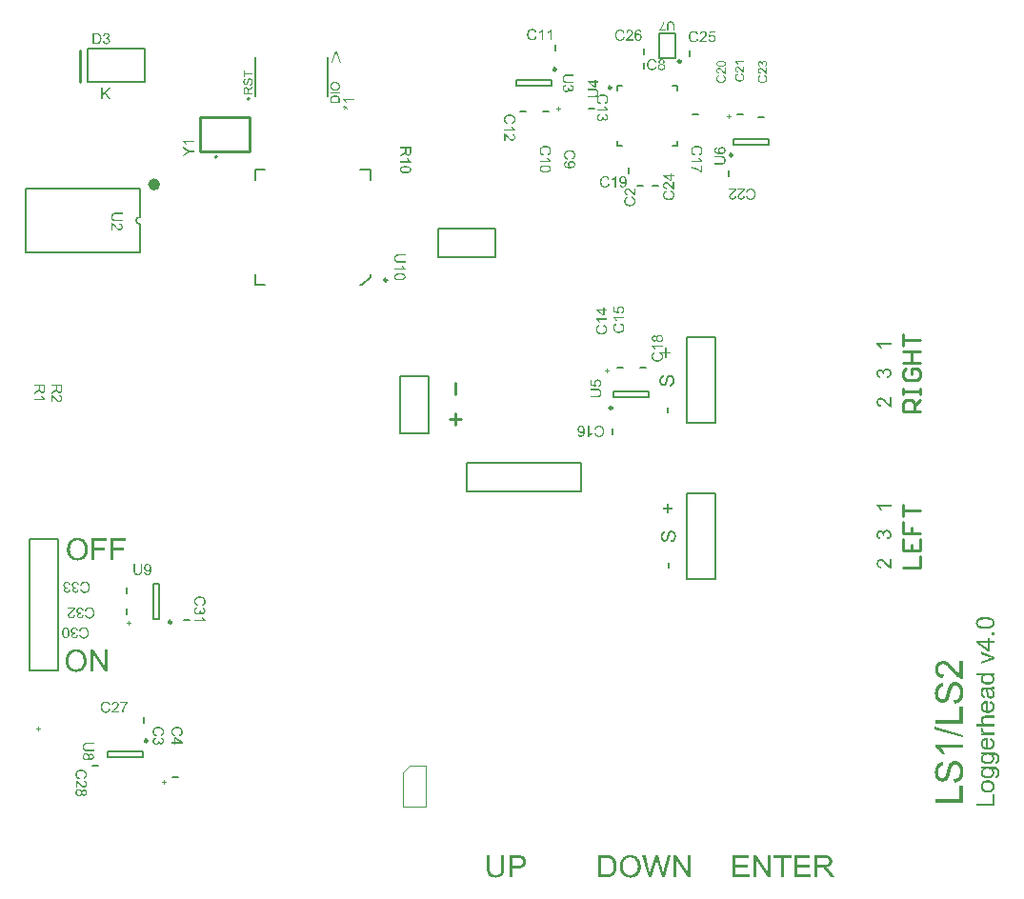
<source format=gto>
G04*
G04 #@! TF.GenerationSoftware,Altium Limited,Altium Designer,21.9.2 (33)*
G04*
G04 Layer_Color=65535*
%FSLAX25Y25*%
%MOIN*%
G70*
G04*
G04 #@! TF.SameCoordinates,2F6B3805-4CB7-4B71-A1E2-F447F127BF3B*
G04*
G04*
G04 #@! TF.FilePolarity,Positive*
G04*
G01*
G75*
%ADD10C,0.02000*%
%ADD11C,0.01000*%
%ADD12C,0.00787*%
%ADD13C,0.00984*%
%ADD14C,0.00500*%
%ADD15C,0.00600*%
%ADD16C,0.00394*%
G36*
X73126Y-5562D02*
X75945D01*
Y-5987D01*
X73126D01*
Y-7040D01*
X72747D01*
Y-4508D01*
X73126D01*
Y-5562D01*
D02*
G37*
G36*
X75141Y-7391D02*
X75205Y-7401D01*
X75279Y-7419D01*
X75358Y-7442D01*
X75441Y-7479D01*
X75529Y-7530D01*
X75533D01*
X75538Y-7535D01*
X75566Y-7558D01*
X75607Y-7590D01*
X75653Y-7636D01*
X75709Y-7696D01*
X75769Y-7770D01*
X75824Y-7853D01*
X75875Y-7950D01*
Y-7955D01*
X75880Y-7964D01*
X75884Y-7978D01*
X75894Y-7997D01*
X75903Y-8024D01*
X75917Y-8057D01*
X75935Y-8130D01*
X75958Y-8218D01*
X75981Y-8325D01*
X75995Y-8440D01*
X76000Y-8565D01*
Y-8639D01*
X75995Y-8676D01*
Y-8717D01*
X75991Y-8764D01*
X75986Y-8819D01*
X75968Y-8934D01*
X75949Y-9054D01*
X75917Y-9175D01*
X75875Y-9290D01*
Y-9295D01*
X75871Y-9304D01*
X75861Y-9318D01*
X75852Y-9336D01*
X75824Y-9392D01*
X75783Y-9456D01*
X75727Y-9530D01*
X75663Y-9609D01*
X75584Y-9683D01*
X75496Y-9752D01*
X75492D01*
X75483Y-9761D01*
X75469Y-9766D01*
X75450Y-9780D01*
X75427Y-9789D01*
X75399Y-9803D01*
X75330Y-9835D01*
X75242Y-9868D01*
X75145Y-9895D01*
X75034Y-9914D01*
X74919Y-9923D01*
X74882Y-9526D01*
X74887D01*
X74891D01*
X74905Y-9521D01*
X74923D01*
X74965Y-9512D01*
X75025Y-9498D01*
X75085Y-9480D01*
X75155Y-9461D01*
X75219Y-9429D01*
X75279Y-9396D01*
X75284Y-9392D01*
X75302Y-9378D01*
X75335Y-9355D01*
X75367Y-9318D01*
X75409Y-9272D01*
X75450Y-9221D01*
X75492Y-9151D01*
X75529Y-9078D01*
Y-9073D01*
X75533Y-9068D01*
X75538Y-9054D01*
X75543Y-9041D01*
X75556Y-8995D01*
X75575Y-8934D01*
X75593Y-8861D01*
X75607Y-8777D01*
X75617Y-8685D01*
X75621Y-8583D01*
Y-8542D01*
X75617Y-8495D01*
X75612Y-8440D01*
X75603Y-8375D01*
X75593Y-8302D01*
X75575Y-8228D01*
X75552Y-8158D01*
X75547Y-8149D01*
X75538Y-8126D01*
X75520Y-8094D01*
X75501Y-8052D01*
X75469Y-8010D01*
X75436Y-7964D01*
X75399Y-7918D01*
X75353Y-7881D01*
X75349Y-7876D01*
X75330Y-7867D01*
X75307Y-7853D01*
X75270Y-7835D01*
X75233Y-7816D01*
X75187Y-7802D01*
X75136Y-7793D01*
X75081Y-7789D01*
X75076D01*
X75053D01*
X75025Y-7793D01*
X74988Y-7798D01*
X74951Y-7812D01*
X74905Y-7826D01*
X74859Y-7849D01*
X74817Y-7881D01*
X74813Y-7886D01*
X74799Y-7899D01*
X74780Y-7918D01*
X74753Y-7950D01*
X74725Y-7987D01*
X74692Y-8038D01*
X74660Y-8098D01*
X74633Y-8168D01*
X74628Y-8172D01*
X74623Y-8195D01*
X74609Y-8232D01*
X74605Y-8255D01*
X74595Y-8288D01*
X74582Y-8320D01*
X74572Y-8361D01*
X74559Y-8408D01*
X74545Y-8463D01*
X74531Y-8519D01*
X74512Y-8583D01*
X74494Y-8657D01*
X74475Y-8736D01*
Y-8740D01*
X74471Y-8754D01*
X74466Y-8777D01*
X74457Y-8805D01*
X74448Y-8842D01*
X74438Y-8884D01*
X74411Y-8976D01*
X74378Y-9078D01*
X74346Y-9184D01*
X74314Y-9276D01*
X74295Y-9318D01*
X74277Y-9355D01*
Y-9359D01*
X74272Y-9364D01*
X74254Y-9392D01*
X74230Y-9433D01*
X74194Y-9480D01*
X74152Y-9535D01*
X74101Y-9590D01*
X74041Y-9646D01*
X73976Y-9692D01*
X73967Y-9697D01*
X73944Y-9711D01*
X73907Y-9729D01*
X73861Y-9747D01*
X73801Y-9766D01*
X73732Y-9785D01*
X73658Y-9798D01*
X73579Y-9803D01*
X73575D01*
X73570D01*
X73556D01*
X73537D01*
X73491Y-9794D01*
X73431Y-9785D01*
X73362Y-9771D01*
X73283Y-9747D01*
X73205Y-9715D01*
X73126Y-9669D01*
X73122D01*
X73117Y-9664D01*
X73089Y-9641D01*
X73052Y-9609D01*
X73006Y-9567D01*
X72955Y-9512D01*
X72900Y-9443D01*
X72849Y-9359D01*
X72803Y-9267D01*
Y-9262D01*
X72798Y-9253D01*
X72794Y-9239D01*
X72785Y-9221D01*
X72775Y-9198D01*
X72766Y-9165D01*
X72747Y-9096D01*
X72729Y-9008D01*
X72711Y-8907D01*
X72697Y-8800D01*
X72692Y-8680D01*
Y-8620D01*
X72697Y-8588D01*
Y-8556D01*
X72706Y-8468D01*
X72720Y-8371D01*
X72743Y-8269D01*
X72771Y-8158D01*
X72808Y-8057D01*
Y-8052D01*
X72812Y-8043D01*
X72821Y-8029D01*
X72831Y-8010D01*
X72854Y-7964D01*
X72895Y-7904D01*
X72942Y-7835D01*
X73002Y-7766D01*
X73071Y-7701D01*
X73150Y-7641D01*
X73154D01*
X73159Y-7636D01*
X73173Y-7627D01*
X73186Y-7618D01*
X73233Y-7595D01*
X73293Y-7567D01*
X73367Y-7535D01*
X73454Y-7511D01*
X73547Y-7488D01*
X73648Y-7479D01*
X73681Y-7886D01*
X73676D01*
X73667D01*
X73653Y-7890D01*
X73630Y-7895D01*
X73579Y-7909D01*
X73510Y-7927D01*
X73436Y-7955D01*
X73362Y-7997D01*
X73293Y-8047D01*
X73228Y-8112D01*
X73223Y-8121D01*
X73205Y-8144D01*
X73177Y-8191D01*
X73150Y-8251D01*
X73122Y-8329D01*
X73094Y-8422D01*
X73075Y-8537D01*
X73071Y-8666D01*
Y-8731D01*
X73075Y-8759D01*
X73080Y-8796D01*
X73089Y-8879D01*
X73108Y-8971D01*
X73131Y-9064D01*
X73168Y-9151D01*
X73191Y-9189D01*
X73214Y-9225D01*
X73219Y-9235D01*
X73237Y-9253D01*
X73270Y-9281D01*
X73307Y-9309D01*
X73357Y-9341D01*
X73413Y-9369D01*
X73478Y-9387D01*
X73551Y-9396D01*
X73561D01*
X73579D01*
X73611Y-9392D01*
X73648Y-9382D01*
X73695Y-9369D01*
X73741Y-9346D01*
X73787Y-9318D01*
X73833Y-9276D01*
X73838Y-9272D01*
X73852Y-9249D01*
X73866Y-9230D01*
X73875Y-9212D01*
X73889Y-9184D01*
X73907Y-9151D01*
X73921Y-9110D01*
X73940Y-9064D01*
X73958Y-9013D01*
X73981Y-8953D01*
X74000Y-8888D01*
X74023Y-8814D01*
X74041Y-8731D01*
X74064Y-8639D01*
Y-8634D01*
X74069Y-8616D01*
X74073Y-8588D01*
X74083Y-8556D01*
X74092Y-8514D01*
X74106Y-8463D01*
X74120Y-8412D01*
X74133Y-8357D01*
X74166Y-8237D01*
X74198Y-8121D01*
X74217Y-8066D01*
X74235Y-8015D01*
X74249Y-7969D01*
X74268Y-7932D01*
Y-7927D01*
X74272Y-7918D01*
X74281Y-7904D01*
X74291Y-7886D01*
X74318Y-7835D01*
X74355Y-7775D01*
X74406Y-7705D01*
X74462Y-7636D01*
X74526Y-7571D01*
X74595Y-7516D01*
X74605Y-7511D01*
X74628Y-7493D01*
X74669Y-7474D01*
X74725Y-7447D01*
X74790Y-7424D01*
X74868Y-7401D01*
X74956Y-7387D01*
X75048Y-7382D01*
X75053D01*
X75058D01*
X75071D01*
X75090D01*
X75141Y-7391D01*
D02*
G37*
G36*
X75945Y-10718D02*
X75279Y-11138D01*
X75275D01*
X75265Y-11147D01*
X75252Y-11157D01*
X75233Y-11170D01*
X75182Y-11203D01*
X75118Y-11244D01*
X75048Y-11295D01*
X74974Y-11346D01*
X74905Y-11397D01*
X74840Y-11443D01*
X74836Y-11448D01*
X74817Y-11462D01*
X74790Y-11485D01*
X74757Y-11517D01*
X74688Y-11586D01*
X74656Y-11623D01*
X74628Y-11660D01*
X74623Y-11665D01*
X74619Y-11674D01*
X74609Y-11693D01*
X74595Y-11720D01*
X74582Y-11748D01*
X74568Y-11780D01*
X74545Y-11854D01*
Y-11859D01*
X74540Y-11868D01*
Y-11887D01*
X74536Y-11910D01*
X74531Y-11942D01*
Y-11979D01*
X74526Y-12030D01*
Y-12575D01*
X75945D01*
Y-13000D01*
X72747D01*
Y-11517D01*
X72752Y-11480D01*
Y-11438D01*
X72757Y-11341D01*
X72771Y-11240D01*
X72785Y-11129D01*
X72808Y-11027D01*
X72821Y-10976D01*
X72835Y-10935D01*
Y-10930D01*
X72840Y-10926D01*
X72854Y-10898D01*
X72872Y-10856D01*
X72905Y-10806D01*
X72946Y-10750D01*
X73002Y-10690D01*
X73066Y-10635D01*
X73140Y-10579D01*
X73145D01*
X73150Y-10575D01*
X73177Y-10556D01*
X73223Y-10537D01*
X73283Y-10510D01*
X73353Y-10487D01*
X73436Y-10464D01*
X73524Y-10450D01*
X73621Y-10445D01*
X73625D01*
X73635D01*
X73653D01*
X73676Y-10450D01*
X73708D01*
X73741Y-10454D01*
X73819Y-10473D01*
X73912Y-10501D01*
X74009Y-10537D01*
X74106Y-10593D01*
X74152Y-10630D01*
X74198Y-10667D01*
X74203Y-10672D01*
X74207Y-10676D01*
X74221Y-10690D01*
X74235Y-10708D01*
X74254Y-10732D01*
X74272Y-10759D01*
X74295Y-10796D01*
X74323Y-10833D01*
X74346Y-10879D01*
X74369Y-10930D01*
X74397Y-10986D01*
X74420Y-11046D01*
X74438Y-11115D01*
X74462Y-11184D01*
X74475Y-11263D01*
X74489Y-11346D01*
X74494Y-11337D01*
X74503Y-11318D01*
X74522Y-11291D01*
X74540Y-11254D01*
X74591Y-11170D01*
X74623Y-11129D01*
X74651Y-11092D01*
X74660Y-11083D01*
X74683Y-11060D01*
X74720Y-11023D01*
X74766Y-10976D01*
X74831Y-10926D01*
X74900Y-10866D01*
X74984Y-10806D01*
X75076Y-10741D01*
X75945Y-10191D01*
Y-10718D01*
D02*
G37*
G36*
X104938Y-8608D02*
X104980D01*
X105031Y-8613D01*
X105086Y-8622D01*
X105146Y-8626D01*
X105280Y-8650D01*
X105428Y-8687D01*
X105576Y-8737D01*
X105650Y-8765D01*
X105724Y-8802D01*
X105728D01*
X105742Y-8811D01*
X105761Y-8821D01*
X105789Y-8839D01*
X105821Y-8857D01*
X105853Y-8881D01*
X105941Y-8945D01*
X106033Y-9024D01*
X106130Y-9116D01*
X106223Y-9227D01*
X106306Y-9356D01*
Y-9361D01*
X106315Y-9370D01*
X106324Y-9393D01*
X106338Y-9421D01*
X106352Y-9454D01*
X106366Y-9490D01*
X106385Y-9537D01*
X106403Y-9587D01*
X106421Y-9643D01*
X106440Y-9703D01*
X106468Y-9837D01*
X106491Y-9980D01*
X106500Y-10133D01*
Y-10179D01*
X106495Y-10206D01*
Y-10248D01*
X106486Y-10294D01*
X106482Y-10345D01*
X106472Y-10405D01*
X106445Y-10530D01*
X106408Y-10664D01*
X106352Y-10802D01*
X106320Y-10872D01*
X106283Y-10941D01*
X106278Y-10946D01*
X106274Y-10955D01*
X106260Y-10973D01*
X106241Y-11001D01*
X106223Y-11029D01*
X106195Y-11061D01*
X106126Y-11140D01*
X106043Y-11227D01*
X105941Y-11320D01*
X105825Y-11403D01*
X105692Y-11482D01*
X105687D01*
X105673Y-11491D01*
X105655Y-11500D01*
X105627Y-11509D01*
X105590Y-11523D01*
X105548Y-11537D01*
X105502Y-11556D01*
X105451Y-11569D01*
X105391Y-11588D01*
X105331Y-11606D01*
X105192Y-11634D01*
X105049Y-11653D01*
X104892Y-11662D01*
X104888D01*
X104883D01*
X104855D01*
X104814Y-11657D01*
X104758D01*
X104694Y-11648D01*
X104615Y-11639D01*
X104527Y-11625D01*
X104435Y-11606D01*
X104338Y-11588D01*
X104236Y-11560D01*
X104135Y-11523D01*
X104028Y-11482D01*
X103927Y-11435D01*
X103825Y-11375D01*
X103733Y-11311D01*
X103645Y-11237D01*
X103640Y-11232D01*
X103626Y-11218D01*
X103603Y-11191D01*
X103576Y-11158D01*
X103539Y-11117D01*
X103502Y-11066D01*
X103460Y-11006D01*
X103419Y-10937D01*
X103377Y-10863D01*
X103335Y-10779D01*
X103298Y-10687D01*
X103261Y-10590D01*
X103234Y-10484D01*
X103211Y-10373D01*
X103197Y-10257D01*
X103192Y-10133D01*
Y-10091D01*
X103197Y-10059D01*
Y-10017D01*
X103201Y-9975D01*
X103211Y-9920D01*
X103220Y-9865D01*
X103243Y-9745D01*
X103280Y-9606D01*
X103335Y-9472D01*
X103368Y-9403D01*
X103405Y-9333D01*
X103409Y-9329D01*
X103414Y-9319D01*
X103428Y-9301D01*
X103442Y-9273D01*
X103465Y-9246D01*
X103492Y-9209D01*
X103557Y-9130D01*
X103640Y-9047D01*
X103742Y-8954D01*
X103862Y-8867D01*
X103996Y-8793D01*
X104001D01*
X104014Y-8784D01*
X104033Y-8774D01*
X104061Y-8765D01*
X104098Y-8747D01*
X104139Y-8733D01*
X104190Y-8714D01*
X104245Y-8696D01*
X104306Y-8682D01*
X104370Y-8663D01*
X104444Y-8645D01*
X104518Y-8631D01*
X104680Y-8613D01*
X104855Y-8603D01*
X104860D01*
X104878D01*
X104902D01*
X104938Y-8608D01*
D02*
G37*
G36*
X106445Y-12706D02*
X103247D01*
Y-12281D01*
X106445D01*
Y-12706D01*
D02*
G37*
G36*
X104925Y-13362D02*
X104962D01*
X105049Y-13367D01*
X105151Y-13381D01*
X105257Y-13394D01*
X105368Y-13417D01*
X105479Y-13445D01*
X105484D01*
X105493Y-13450D01*
X105507Y-13454D01*
X105525Y-13459D01*
X105576Y-13477D01*
X105641Y-13505D01*
X105715Y-13533D01*
X105789Y-13570D01*
X105867Y-13616D01*
X105941Y-13662D01*
X105950Y-13667D01*
X105973Y-13685D01*
X106006Y-13713D01*
X106047Y-13750D01*
X106093Y-13792D01*
X106140Y-13842D01*
X106191Y-13893D01*
X106232Y-13953D01*
X106237Y-13963D01*
X106251Y-13981D01*
X106269Y-14013D01*
X106292Y-14060D01*
X106320Y-14115D01*
X106343Y-14180D01*
X106371Y-14254D01*
X106394Y-14337D01*
Y-14346D01*
X106398Y-14360D01*
X106403Y-14374D01*
X106408Y-14420D01*
X106417Y-14485D01*
X106426Y-14559D01*
X106435Y-14646D01*
X106440Y-14743D01*
X106445Y-14850D01*
Y-16000D01*
X103247D01*
Y-14771D01*
X103252Y-14688D01*
X103257Y-14595D01*
X103266Y-14503D01*
X103280Y-14411D01*
X103294Y-14332D01*
Y-14328D01*
X103298Y-14318D01*
Y-14304D01*
X103308Y-14286D01*
X103321Y-14235D01*
X103345Y-14171D01*
X103377Y-14097D01*
X103419Y-14018D01*
X103465Y-13939D01*
X103525Y-13866D01*
X103529Y-13861D01*
X103534Y-13856D01*
X103548Y-13842D01*
X103562Y-13824D01*
X103608Y-13778D01*
X103673Y-13722D01*
X103751Y-13662D01*
X103843Y-13598D01*
X103950Y-13537D01*
X104070Y-13487D01*
X104075D01*
X104084Y-13482D01*
X104102Y-13473D01*
X104130Y-13468D01*
X104162Y-13454D01*
X104199Y-13445D01*
X104241Y-13436D01*
X104292Y-13422D01*
X104342Y-13408D01*
X104402Y-13399D01*
X104532Y-13376D01*
X104675Y-13362D01*
X104832Y-13357D01*
X104837D01*
X104846D01*
X104869D01*
X104892D01*
X104925Y-13362D01*
D02*
G37*
G36*
X24493Y-12219D02*
X26175Y-14500D01*
X25503D01*
X24138Y-12563D01*
X23511Y-13168D01*
Y-14500D01*
X23000D01*
Y-10659D01*
X23511D01*
Y-12569D01*
X25409Y-10659D01*
X26102D01*
X24493Y-12219D01*
D02*
G37*
G36*
X31476Y-169223D02*
X27298D01*
Y-171600D01*
X30909D01*
Y-172511D01*
X27298D01*
Y-176000D01*
X26276D01*
Y-168312D01*
X31476D01*
Y-169223D01*
D02*
G37*
G36*
X24910D02*
X20732D01*
Y-171600D01*
X24343D01*
Y-172511D01*
X20732D01*
Y-176000D01*
X19710D01*
Y-168312D01*
X24910D01*
Y-169223D01*
D02*
G37*
G36*
X14855Y-168190D02*
X14955D01*
X15055Y-168201D01*
X15189Y-168223D01*
X15322Y-168245D01*
X15611Y-168301D01*
X15944Y-168390D01*
X16266Y-168523D01*
X16433Y-168601D01*
X16599Y-168690D01*
X16611Y-168701D01*
X16633Y-168712D01*
X16677Y-168745D01*
X16744Y-168779D01*
X16811Y-168834D01*
X16899Y-168901D01*
X17088Y-169056D01*
X17288Y-169256D01*
X17511Y-169501D01*
X17721Y-169790D01*
X17899Y-170112D01*
Y-170123D01*
X17921Y-170156D01*
X17944Y-170201D01*
X17966Y-170267D01*
X18010Y-170356D01*
X18044Y-170456D01*
X18088Y-170578D01*
X18133Y-170712D01*
X18166Y-170856D01*
X18210Y-171012D01*
X18255Y-171189D01*
X18288Y-171367D01*
X18333Y-171756D01*
X18355Y-172178D01*
Y-172189D01*
Y-172234D01*
Y-172289D01*
X18344Y-172378D01*
Y-172478D01*
X18333Y-172600D01*
X18310Y-172734D01*
X18299Y-172878D01*
X18244Y-173200D01*
X18155Y-173556D01*
X18033Y-173911D01*
X17966Y-174089D01*
X17877Y-174267D01*
Y-174278D01*
X17855Y-174311D01*
X17833Y-174356D01*
X17788Y-174422D01*
X17744Y-174500D01*
X17688Y-174578D01*
X17533Y-174789D01*
X17344Y-175011D01*
X17122Y-175244D01*
X16855Y-175467D01*
X16544Y-175667D01*
X16533D01*
X16511Y-175689D01*
X16455Y-175711D01*
X16388Y-175744D01*
X16311Y-175778D01*
X16222Y-175811D01*
X16111Y-175856D01*
X15988Y-175900D01*
X15855Y-175944D01*
X15711Y-175989D01*
X15389Y-176056D01*
X15044Y-176111D01*
X14677Y-176133D01*
X14566D01*
X14500Y-176122D01*
X14400D01*
X14289Y-176100D01*
X14166Y-176089D01*
X14022Y-176067D01*
X13722Y-176000D01*
X13400Y-175911D01*
X13067Y-175778D01*
X12900Y-175700D01*
X12733Y-175611D01*
X12722Y-175600D01*
X12700Y-175589D01*
X12655Y-175556D01*
X12589Y-175511D01*
X12522Y-175467D01*
X12444Y-175400D01*
X12255Y-175233D01*
X12044Y-175033D01*
X11822Y-174789D01*
X11622Y-174511D01*
X11433Y-174189D01*
Y-174178D01*
X11411Y-174145D01*
X11389Y-174100D01*
X11367Y-174033D01*
X11333Y-173945D01*
X11300Y-173845D01*
X11255Y-173734D01*
X11222Y-173611D01*
X11178Y-173467D01*
X11133Y-173322D01*
X11067Y-172989D01*
X11022Y-172645D01*
X11000Y-172267D01*
Y-172256D01*
Y-172245D01*
Y-172178D01*
X11011Y-172078D01*
Y-171945D01*
X11033Y-171789D01*
X11056Y-171600D01*
X11089Y-171389D01*
X11133Y-171167D01*
X11178Y-170934D01*
X11244Y-170689D01*
X11333Y-170445D01*
X11433Y-170189D01*
X11544Y-169945D01*
X11689Y-169701D01*
X11844Y-169478D01*
X12022Y-169267D01*
X12033Y-169256D01*
X12067Y-169223D01*
X12133Y-169167D01*
X12211Y-169101D01*
X12311Y-169012D01*
X12433Y-168923D01*
X12578Y-168823D01*
X12744Y-168723D01*
X12922Y-168623D01*
X13122Y-168523D01*
X13344Y-168434D01*
X13577Y-168345D01*
X13833Y-168279D01*
X14100Y-168223D01*
X14377Y-168190D01*
X14677Y-168179D01*
X14777D01*
X14855Y-168190D01*
D02*
G37*
G36*
X25210Y-215000D02*
X24154D01*
X20132Y-208967D01*
Y-215000D01*
X19155D01*
Y-207312D01*
X20199D01*
X24232Y-213356D01*
Y-207312D01*
X25210D01*
Y-215000D01*
D02*
G37*
G36*
X14355Y-207190D02*
X14455D01*
X14555Y-207201D01*
X14688Y-207223D01*
X14822Y-207245D01*
X15111Y-207301D01*
X15444Y-207390D01*
X15766Y-207523D01*
X15933Y-207601D01*
X16099Y-207690D01*
X16111Y-207701D01*
X16133Y-207712D01*
X16177Y-207745D01*
X16244Y-207779D01*
X16310Y-207834D01*
X16399Y-207901D01*
X16588Y-208056D01*
X16788Y-208256D01*
X17010Y-208501D01*
X17221Y-208789D01*
X17399Y-209112D01*
Y-209123D01*
X17422Y-209156D01*
X17444Y-209201D01*
X17466Y-209267D01*
X17510Y-209356D01*
X17544Y-209456D01*
X17588Y-209578D01*
X17633Y-209712D01*
X17666Y-209856D01*
X17710Y-210012D01*
X17755Y-210189D01*
X17788Y-210367D01*
X17833Y-210756D01*
X17855Y-211178D01*
Y-211189D01*
Y-211234D01*
Y-211289D01*
X17844Y-211378D01*
Y-211478D01*
X17833Y-211600D01*
X17810Y-211734D01*
X17799Y-211878D01*
X17744Y-212200D01*
X17655Y-212556D01*
X17533Y-212911D01*
X17466Y-213089D01*
X17377Y-213267D01*
Y-213278D01*
X17355Y-213311D01*
X17333Y-213356D01*
X17288Y-213422D01*
X17244Y-213500D01*
X17188Y-213578D01*
X17033Y-213789D01*
X16844Y-214011D01*
X16622Y-214245D01*
X16355Y-214467D01*
X16044Y-214667D01*
X16033D01*
X16011Y-214689D01*
X15955Y-214711D01*
X15888Y-214744D01*
X15811Y-214778D01*
X15722Y-214811D01*
X15611Y-214856D01*
X15488Y-214900D01*
X15355Y-214945D01*
X15211Y-214989D01*
X14888Y-215055D01*
X14544Y-215111D01*
X14177Y-215133D01*
X14066D01*
X14000Y-215122D01*
X13900D01*
X13789Y-215100D01*
X13666Y-215089D01*
X13522Y-215067D01*
X13222Y-215000D01*
X12900Y-214911D01*
X12566Y-214778D01*
X12400Y-214700D01*
X12233Y-214611D01*
X12222Y-214600D01*
X12200Y-214589D01*
X12155Y-214556D01*
X12089Y-214511D01*
X12022Y-214467D01*
X11944Y-214400D01*
X11755Y-214233D01*
X11544Y-214033D01*
X11322Y-213789D01*
X11122Y-213511D01*
X10933Y-213189D01*
Y-213178D01*
X10911Y-213145D01*
X10889Y-213100D01*
X10867Y-213034D01*
X10833Y-212945D01*
X10800Y-212845D01*
X10756Y-212734D01*
X10722Y-212611D01*
X10678Y-212467D01*
X10633Y-212322D01*
X10567Y-211989D01*
X10522Y-211645D01*
X10500Y-211267D01*
Y-211256D01*
Y-211245D01*
Y-211178D01*
X10511Y-211078D01*
Y-210945D01*
X10533Y-210789D01*
X10555Y-210600D01*
X10589Y-210389D01*
X10633Y-210167D01*
X10678Y-209934D01*
X10744Y-209689D01*
X10833Y-209445D01*
X10933Y-209190D01*
X11044Y-208945D01*
X11189Y-208701D01*
X11344Y-208478D01*
X11522Y-208267D01*
X11533Y-208256D01*
X11567Y-208223D01*
X11633Y-208167D01*
X11711Y-208101D01*
X11811Y-208012D01*
X11933Y-207923D01*
X12078Y-207823D01*
X12244Y-207723D01*
X12422Y-207623D01*
X12622Y-207523D01*
X12844Y-207434D01*
X13078Y-207345D01*
X13333Y-207278D01*
X13600Y-207223D01*
X13877Y-207190D01*
X14177Y-207179D01*
X14277D01*
X14355Y-207190D01*
D02*
G37*
G36*
X299500Y-122493D02*
X299493D01*
X299463D01*
X299419D01*
X299359Y-122485D01*
X299293Y-122478D01*
X299219Y-122463D01*
X299145Y-122448D01*
X299063Y-122419D01*
X299056D01*
X299049Y-122411D01*
X299004Y-122396D01*
X298938Y-122367D01*
X298849Y-122322D01*
X298745Y-122263D01*
X298627Y-122189D01*
X298508Y-122108D01*
X298383Y-122004D01*
X298375D01*
X298368Y-121989D01*
X298323Y-121952D01*
X298257Y-121886D01*
X298161Y-121790D01*
X298050Y-121679D01*
X297916Y-121538D01*
X297768Y-121368D01*
X297613Y-121183D01*
X297606Y-121175D01*
X297583Y-121146D01*
X297546Y-121101D01*
X297502Y-121050D01*
X297443Y-120983D01*
X297376Y-120902D01*
X297302Y-120820D01*
X297221Y-120724D01*
X297043Y-120539D01*
X296866Y-120354D01*
X296777Y-120265D01*
X296688Y-120184D01*
X296607Y-120110D01*
X296525Y-120051D01*
X296518D01*
X296510Y-120036D01*
X296488Y-120021D01*
X296459Y-120006D01*
X296377Y-119954D01*
X296281Y-119895D01*
X296163Y-119843D01*
X296037Y-119792D01*
X295896Y-119762D01*
X295763Y-119747D01*
X295756D01*
X295748D01*
X295704Y-119755D01*
X295630Y-119762D01*
X295548Y-119784D01*
X295445Y-119814D01*
X295341Y-119866D01*
X295238Y-119932D01*
X295134Y-120021D01*
X295119Y-120036D01*
X295090Y-120073D01*
X295053Y-120125D01*
X295001Y-120206D01*
X294956Y-120310D01*
X294912Y-120428D01*
X294882Y-120569D01*
X294875Y-120724D01*
Y-120768D01*
X294882Y-120798D01*
X294890Y-120887D01*
X294912Y-120990D01*
X294942Y-121101D01*
X294993Y-121227D01*
X295060Y-121346D01*
X295149Y-121457D01*
X295164Y-121471D01*
X295201Y-121501D01*
X295260Y-121545D01*
X295349Y-121590D01*
X295452Y-121642D01*
X295585Y-121686D01*
X295733Y-121716D01*
X295904Y-121730D01*
X295837Y-122374D01*
X295830D01*
X295807Y-122367D01*
X295770D01*
X295719Y-122359D01*
X295659Y-122345D01*
X295593Y-122330D01*
X295511Y-122308D01*
X295430Y-122285D01*
X295252Y-122226D01*
X295075Y-122137D01*
X294986Y-122086D01*
X294897Y-122019D01*
X294816Y-121952D01*
X294742Y-121878D01*
X294734Y-121871D01*
X294727Y-121856D01*
X294705Y-121834D01*
X294683Y-121797D01*
X294653Y-121753D01*
X294623Y-121701D01*
X294586Y-121642D01*
X294549Y-121568D01*
X294512Y-121486D01*
X294475Y-121397D01*
X294446Y-121301D01*
X294416Y-121198D01*
X294394Y-121087D01*
X294372Y-120968D01*
X294364Y-120842D01*
X294357Y-120709D01*
Y-120635D01*
X294364Y-120583D01*
X294372Y-120524D01*
X294379Y-120450D01*
X294394Y-120369D01*
X294409Y-120287D01*
X294461Y-120095D01*
X294535Y-119903D01*
X294579Y-119806D01*
X294631Y-119710D01*
X294697Y-119621D01*
X294771Y-119540D01*
X294779Y-119533D01*
X294786Y-119518D01*
X294816Y-119503D01*
X294845Y-119473D01*
X294882Y-119436D01*
X294934Y-119399D01*
X294986Y-119362D01*
X295053Y-119318D01*
X295193Y-119244D01*
X295371Y-119170D01*
X295460Y-119140D01*
X295563Y-119126D01*
X295667Y-119111D01*
X295778Y-119103D01*
X295793D01*
X295830D01*
X295889Y-119111D01*
X295970Y-119118D01*
X296059Y-119133D01*
X296163Y-119163D01*
X296274Y-119192D01*
X296385Y-119237D01*
X296399Y-119244D01*
X296436Y-119259D01*
X296496Y-119288D01*
X296577Y-119333D01*
X296666Y-119392D01*
X296777Y-119466D01*
X296888Y-119555D01*
X297014Y-119658D01*
X297028Y-119673D01*
X297073Y-119710D01*
X297110Y-119747D01*
X297147Y-119784D01*
X297191Y-119829D01*
X297250Y-119888D01*
X297310Y-119947D01*
X297376Y-120021D01*
X297450Y-120095D01*
X297532Y-120184D01*
X297613Y-120280D01*
X297709Y-120384D01*
X297805Y-120502D01*
X297909Y-120620D01*
X297916Y-120628D01*
X297931Y-120643D01*
X297953Y-120672D01*
X297983Y-120709D01*
X298027Y-120754D01*
X298072Y-120805D01*
X298168Y-120924D01*
X298279Y-121050D01*
X298390Y-121168D01*
X298486Y-121272D01*
X298523Y-121316D01*
X298560Y-121353D01*
X298568Y-121360D01*
X298590Y-121383D01*
X298619Y-121412D01*
X298664Y-121449D01*
X298716Y-121486D01*
X298767Y-121531D01*
X298893Y-121619D01*
Y-119096D01*
X299500D01*
Y-122493D01*
D02*
G37*
G36*
X298015Y-108901D02*
X298075Y-108909D01*
X298141Y-108923D01*
X298215Y-108938D01*
X298297Y-108953D01*
X298474Y-109012D01*
X298570Y-109057D01*
X298659Y-109101D01*
X298756Y-109160D01*
X298852Y-109227D01*
X298948Y-109301D01*
X299037Y-109390D01*
X299044Y-109397D01*
X299059Y-109412D01*
X299081Y-109441D01*
X299111Y-109478D01*
X299148Y-109523D01*
X299185Y-109582D01*
X299229Y-109649D01*
X299266Y-109730D01*
X299310Y-109811D01*
X299355Y-109908D01*
X299392Y-110004D01*
X299429Y-110115D01*
X299459Y-110233D01*
X299481Y-110359D01*
X299496Y-110485D01*
X299503Y-110626D01*
Y-110692D01*
X299496Y-110737D01*
X299488Y-110796D01*
X299481Y-110862D01*
X299466Y-110936D01*
X299451Y-111018D01*
X299407Y-111195D01*
X299333Y-111380D01*
X299288Y-111477D01*
X299236Y-111565D01*
X299170Y-111654D01*
X299103Y-111743D01*
X299096Y-111750D01*
X299081Y-111765D01*
X299059Y-111787D01*
X299029Y-111810D01*
X298992Y-111846D01*
X298940Y-111883D01*
X298889Y-111928D01*
X298822Y-111972D01*
X298748Y-112017D01*
X298674Y-112061D01*
X298497Y-112143D01*
X298289Y-112209D01*
X298178Y-112231D01*
X298060Y-112246D01*
X297978Y-111617D01*
X297986D01*
X298001Y-111610D01*
X298030Y-111602D01*
X298067Y-111595D01*
X298112Y-111588D01*
X298164Y-111573D01*
X298274Y-111536D01*
X298408Y-111484D01*
X298534Y-111417D01*
X298652Y-111343D01*
X298756Y-111255D01*
X298763Y-111240D01*
X298793Y-111210D01*
X298830Y-111151D01*
X298867Y-111077D01*
X298911Y-110988D01*
X298948Y-110877D01*
X298977Y-110751D01*
X298985Y-110618D01*
Y-110574D01*
X298977Y-110544D01*
X298970Y-110463D01*
X298948Y-110359D01*
X298911Y-110241D01*
X298859Y-110115D01*
X298785Y-109989D01*
X298681Y-109871D01*
X298667Y-109856D01*
X298622Y-109819D01*
X298556Y-109774D01*
X298467Y-109715D01*
X298356Y-109656D01*
X298230Y-109612D01*
X298082Y-109575D01*
X297919Y-109560D01*
X297912D01*
X297897D01*
X297875D01*
X297845Y-109567D01*
X297764Y-109575D01*
X297668Y-109597D01*
X297549Y-109626D01*
X297431Y-109678D01*
X297312Y-109752D01*
X297201Y-109848D01*
X297187Y-109863D01*
X297157Y-109900D01*
X297113Y-109959D01*
X297061Y-110041D01*
X297009Y-110144D01*
X296965Y-110270D01*
X296935Y-110411D01*
X296920Y-110566D01*
Y-110633D01*
X296928Y-110685D01*
X296935Y-110751D01*
X296950Y-110825D01*
X296965Y-110914D01*
X296987Y-111010D01*
X296432Y-110936D01*
Y-110899D01*
X296439Y-110870D01*
Y-110774D01*
X296425Y-110692D01*
X296410Y-110596D01*
X296388Y-110485D01*
X296351Y-110359D01*
X296299Y-110241D01*
X296232Y-110115D01*
Y-110108D01*
X296225Y-110100D01*
X296195Y-110063D01*
X296143Y-110011D01*
X296077Y-109952D01*
X295981Y-109893D01*
X295869Y-109841D01*
X295744Y-109804D01*
X295670Y-109789D01*
X295588D01*
X295581D01*
X295573D01*
X295529D01*
X295470Y-109804D01*
X295389Y-109819D01*
X295300Y-109848D01*
X295203Y-109886D01*
X295107Y-109945D01*
X295019Y-110026D01*
X295011Y-110034D01*
X294982Y-110071D01*
X294945Y-110122D01*
X294900Y-110189D01*
X294863Y-110278D01*
X294826Y-110381D01*
X294796Y-110500D01*
X294789Y-110633D01*
Y-110692D01*
X294804Y-110759D01*
X294819Y-110847D01*
X294848Y-110944D01*
X294885Y-111040D01*
X294945Y-111144D01*
X295019Y-111240D01*
X295026Y-111247D01*
X295063Y-111277D01*
X295115Y-111321D01*
X295189Y-111373D01*
X295285Y-111425D01*
X295403Y-111477D01*
X295544Y-111521D01*
X295707Y-111550D01*
X295596Y-112180D01*
X295588D01*
X295566Y-112172D01*
X295536Y-112165D01*
X295492Y-112157D01*
X295440Y-112143D01*
X295381Y-112120D01*
X295240Y-112076D01*
X295078Y-112002D01*
X294915Y-111913D01*
X294759Y-111802D01*
X294619Y-111662D01*
X294612Y-111654D01*
X294604Y-111639D01*
X294589Y-111617D01*
X294567Y-111588D01*
X294537Y-111550D01*
X294508Y-111499D01*
X294478Y-111447D01*
X294441Y-111380D01*
X294382Y-111232D01*
X294323Y-111062D01*
X294286Y-110862D01*
X294271Y-110759D01*
Y-110574D01*
X294279Y-110492D01*
X294293Y-110396D01*
X294316Y-110278D01*
X294353Y-110144D01*
X294397Y-110011D01*
X294456Y-109878D01*
Y-109871D01*
X294463Y-109863D01*
X294486Y-109819D01*
X294530Y-109752D01*
X294582Y-109678D01*
X294656Y-109590D01*
X294737Y-109501D01*
X294833Y-109412D01*
X294945Y-109338D01*
X294959Y-109330D01*
X294996Y-109308D01*
X295063Y-109279D01*
X295144Y-109242D01*
X295240Y-109205D01*
X295352Y-109175D01*
X295477Y-109153D01*
X295603Y-109145D01*
X295618D01*
X295662D01*
X295722Y-109153D01*
X295803Y-109168D01*
X295899Y-109190D01*
X296003Y-109227D01*
X296106Y-109271D01*
X296210Y-109330D01*
X296225Y-109338D01*
X296254Y-109360D01*
X296306Y-109405D01*
X296365Y-109464D01*
X296432Y-109538D01*
X296506Y-109626D01*
X296572Y-109730D01*
X296639Y-109856D01*
Y-109848D01*
X296646Y-109834D01*
X296654Y-109811D01*
X296661Y-109782D01*
X296691Y-109701D01*
X296735Y-109597D01*
X296795Y-109478D01*
X296868Y-109360D01*
X296965Y-109249D01*
X297076Y-109145D01*
X297091Y-109138D01*
X297135Y-109108D01*
X297209Y-109064D01*
X297305Y-109020D01*
X297424Y-108975D01*
X297564Y-108931D01*
X297727Y-108901D01*
X297904Y-108894D01*
X297912D01*
X297934D01*
X297971D01*
X298015Y-108901D01*
D02*
G37*
G36*
X299500Y-100742D02*
X295497D01*
X295504Y-100749D01*
X295534Y-100786D01*
X295578Y-100831D01*
X295630Y-100905D01*
X295696Y-100986D01*
X295770Y-101090D01*
X295852Y-101208D01*
X295933Y-101341D01*
Y-101349D01*
X295941Y-101356D01*
X295970Y-101401D01*
X296007Y-101475D01*
X296052Y-101563D01*
X296103Y-101667D01*
X296155Y-101778D01*
X296207Y-101889D01*
X296251Y-102000D01*
X295645D01*
Y-101993D01*
X295630Y-101978D01*
X295622Y-101948D01*
X295600Y-101911D01*
X295578Y-101867D01*
X295548Y-101815D01*
X295474Y-101689D01*
X295393Y-101541D01*
X295289Y-101393D01*
X295171Y-101238D01*
X295045Y-101082D01*
X295038Y-101075D01*
X295030Y-101068D01*
X295008Y-101045D01*
X294986Y-101016D01*
X294912Y-100949D01*
X294823Y-100860D01*
X294720Y-100772D01*
X294601Y-100675D01*
X294483Y-100594D01*
X294357Y-100520D01*
Y-100113D01*
X299500D01*
Y-100742D01*
D02*
G37*
G36*
X218490Y-97181D02*
X218529Y-97186D01*
X218579Y-97192D01*
X218634Y-97203D01*
X218695Y-97220D01*
X218823Y-97258D01*
X218895Y-97286D01*
X218962Y-97325D01*
X219034Y-97364D01*
X219100Y-97408D01*
X219167Y-97464D01*
X219234Y-97525D01*
X219239Y-97530D01*
X219250Y-97541D01*
X219267Y-97558D01*
X219284Y-97586D01*
X219311Y-97625D01*
X219339Y-97663D01*
X219367Y-97714D01*
X219400Y-97769D01*
X219433Y-97830D01*
X219461Y-97902D01*
X219489Y-97980D01*
X219517Y-98058D01*
X219533Y-98146D01*
X219550Y-98241D01*
X219561Y-98335D01*
X219567Y-98440D01*
Y-98496D01*
X219561Y-98535D01*
X219555Y-98585D01*
X219550Y-98640D01*
X219539Y-98701D01*
X219522Y-98768D01*
X219483Y-98918D01*
X219456Y-98996D01*
X219428Y-99068D01*
X219389Y-99145D01*
X219345Y-99223D01*
X219295Y-99295D01*
X219234Y-99362D01*
X219228Y-99367D01*
X219217Y-99378D01*
X219200Y-99395D01*
X219173Y-99417D01*
X219139Y-99440D01*
X219100Y-99473D01*
X219056Y-99501D01*
X219001Y-99534D01*
X218945Y-99567D01*
X218878Y-99595D01*
X218740Y-99650D01*
X218656Y-99673D01*
X218573Y-99689D01*
X218484Y-99700D01*
X218396Y-99706D01*
X218390D01*
X218379D01*
X218357D01*
X218335Y-99700D01*
X218301D01*
X218262Y-99695D01*
X218174Y-99684D01*
X218074Y-99661D01*
X217974Y-99628D01*
X217868Y-99578D01*
X217768Y-99517D01*
X217763D01*
X217757Y-99506D01*
X217730Y-99484D01*
X217685Y-99440D01*
X217630Y-99378D01*
X217574Y-99301D01*
X217513Y-99206D01*
X217463Y-99101D01*
X217424Y-98973D01*
Y-98979D01*
X217419Y-98984D01*
X217413Y-99001D01*
X217402Y-99023D01*
X217380Y-99073D01*
X217347Y-99140D01*
X217302Y-99212D01*
X217247Y-99284D01*
X217186Y-99351D01*
X217119Y-99412D01*
X217108Y-99417D01*
X217086Y-99434D01*
X217041Y-99456D01*
X216986Y-99478D01*
X216914Y-99506D01*
X216830Y-99528D01*
X216736Y-99545D01*
X216636Y-99550D01*
X216631D01*
X216619D01*
X216597D01*
X216564Y-99545D01*
X216531Y-99539D01*
X216486Y-99534D01*
X216392Y-99512D01*
X216281Y-99478D01*
X216164Y-99423D01*
X216103Y-99389D01*
X216042Y-99351D01*
X215987Y-99301D01*
X215931Y-99251D01*
X215926Y-99245D01*
X215920Y-99234D01*
X215904Y-99217D01*
X215887Y-99195D01*
X215865Y-99168D01*
X215843Y-99129D01*
X215815Y-99084D01*
X215787Y-99040D01*
X215759Y-98984D01*
X215732Y-98923D01*
X215709Y-98857D01*
X215687Y-98785D01*
X215654Y-98629D01*
X215648Y-98540D01*
X215643Y-98452D01*
Y-98402D01*
X215648Y-98368D01*
X215654Y-98324D01*
X215659Y-98274D01*
X215665Y-98219D01*
X215682Y-98163D01*
X215715Y-98030D01*
X215765Y-97897D01*
X215798Y-97830D01*
X215837Y-97763D01*
X215887Y-97702D01*
X215937Y-97641D01*
X215943Y-97636D01*
X215948Y-97630D01*
X215965Y-97614D01*
X215987Y-97591D01*
X216020Y-97569D01*
X216054Y-97541D01*
X216137Y-97486D01*
X216242Y-97430D01*
X216364Y-97380D01*
X216503Y-97342D01*
X216575Y-97336D01*
X216653Y-97330D01*
X216658D01*
X216664D01*
X216697D01*
X216747Y-97336D01*
X216808Y-97347D01*
X216886Y-97364D01*
X216964Y-97391D01*
X217041Y-97425D01*
X217119Y-97475D01*
X217130Y-97480D01*
X217152Y-97502D01*
X217186Y-97536D01*
X217230Y-97580D01*
X217280Y-97641D01*
X217330Y-97714D01*
X217380Y-97797D01*
X217424Y-97897D01*
Y-97891D01*
X217430Y-97880D01*
X217435Y-97863D01*
X217446Y-97841D01*
X217474Y-97774D01*
X217513Y-97697D01*
X217569Y-97614D01*
X217630Y-97525D01*
X217707Y-97442D01*
X217796Y-97364D01*
X217802D01*
X217807Y-97358D01*
X217841Y-97336D01*
X217896Y-97303D01*
X217968Y-97269D01*
X218057Y-97236D01*
X218162Y-97203D01*
X218279Y-97181D01*
X218407Y-97175D01*
X218412D01*
X218429D01*
X218457D01*
X218490Y-97181D01*
D02*
G37*
G36*
X219500Y-101382D02*
X216497D01*
X216503Y-101388D01*
X216525Y-101415D01*
X216559Y-101449D01*
X216597Y-101504D01*
X216647Y-101565D01*
X216703Y-101643D01*
X216764Y-101732D01*
X216825Y-101832D01*
Y-101837D01*
X216830Y-101843D01*
X216853Y-101876D01*
X216880Y-101931D01*
X216914Y-101998D01*
X216953Y-102076D01*
X216991Y-102159D01*
X217030Y-102242D01*
X217063Y-102325D01*
X216608D01*
Y-102320D01*
X216597Y-102309D01*
X216592Y-102287D01*
X216575Y-102259D01*
X216559Y-102226D01*
X216536Y-102187D01*
X216481Y-102092D01*
X216420Y-101981D01*
X216342Y-101870D01*
X216253Y-101754D01*
X216159Y-101637D01*
X216153Y-101632D01*
X216148Y-101626D01*
X216131Y-101610D01*
X216114Y-101587D01*
X216059Y-101537D01*
X215992Y-101471D01*
X215915Y-101404D01*
X215826Y-101332D01*
X215737Y-101271D01*
X215643Y-101216D01*
Y-100910D01*
X219500D01*
Y-101382D01*
D02*
G37*
G36*
X220983Y-103181D02*
X222374D01*
Y-103765D01*
X220983D01*
Y-105171D01*
X220391D01*
Y-103765D01*
X219286D01*
X219289Y-103769D01*
X219317Y-103813D01*
X219345Y-103857D01*
X219372Y-103918D01*
X219400Y-103979D01*
X219433Y-104051D01*
X219461Y-104129D01*
X219489Y-104212D01*
X219517Y-104301D01*
X219539Y-104396D01*
X219550Y-104496D01*
X219561Y-104601D01*
X219567Y-104712D01*
Y-104773D01*
X219561Y-104817D01*
Y-104867D01*
X219555Y-104928D01*
X219544Y-104995D01*
X219533Y-105073D01*
X219506Y-105234D01*
X219461Y-105400D01*
X219400Y-105567D01*
X219361Y-105644D01*
X219317Y-105722D01*
X219311Y-105728D01*
X219306Y-105739D01*
X219289Y-105761D01*
X219267Y-105783D01*
X219245Y-105816D01*
X219211Y-105855D01*
X219173Y-105900D01*
X219128Y-105944D01*
X219078Y-105989D01*
X219028Y-106038D01*
X218901Y-106138D01*
X218751Y-106233D01*
X218584Y-106316D01*
X218579D01*
X218562Y-106327D01*
X218534Y-106333D01*
X218501Y-106349D01*
X218457Y-106360D01*
X218401Y-106377D01*
X218340Y-106399D01*
X218273Y-106416D01*
X218201Y-106432D01*
X218118Y-106455D01*
X217946Y-106482D01*
X217752Y-106505D01*
X217552Y-106516D01*
X217546D01*
X217524D01*
X217491D01*
X217452Y-106510D01*
X217396D01*
X217341Y-106505D01*
X217269Y-106499D01*
X217197Y-106488D01*
X217036Y-106460D01*
X216858Y-106421D01*
X216681Y-106366D01*
X216509Y-106288D01*
X216503Y-106283D01*
X216486Y-106277D01*
X216464Y-106266D01*
X216436Y-106244D01*
X216398Y-106222D01*
X216353Y-106194D01*
X216253Y-106122D01*
X216142Y-106027D01*
X216031Y-105916D01*
X215920Y-105789D01*
X215826Y-105639D01*
X215820Y-105633D01*
X215815Y-105617D01*
X215804Y-105595D01*
X215787Y-105567D01*
X215770Y-105522D01*
X215754Y-105478D01*
X215732Y-105422D01*
X215709Y-105361D01*
X215687Y-105295D01*
X215665Y-105223D01*
X215632Y-105067D01*
X215604Y-104890D01*
X215593Y-104706D01*
Y-104651D01*
X215598Y-104612D01*
X215604Y-104562D01*
X215610Y-104501D01*
X215615Y-104440D01*
X215632Y-104368D01*
X215665Y-104218D01*
X215715Y-104051D01*
X215748Y-103968D01*
X215787Y-103891D01*
X215837Y-103813D01*
X215887Y-103735D01*
X215893Y-103730D01*
X215898Y-103719D01*
X215915Y-103696D01*
X215943Y-103669D01*
X215970Y-103641D01*
X216009Y-103602D01*
X216054Y-103563D01*
X216098Y-103519D01*
X216153Y-103474D01*
X216220Y-103430D01*
X216286Y-103380D01*
X216359Y-103336D01*
X216442Y-103297D01*
X216525Y-103252D01*
X216614Y-103219D01*
X216714Y-103186D01*
X216830Y-103685D01*
X216825D01*
X216814Y-103691D01*
X216792Y-103702D01*
X216764Y-103713D01*
X216730Y-103724D01*
X216686Y-103741D01*
X216597Y-103785D01*
X216497Y-103841D01*
X216398Y-103907D01*
X216303Y-103990D01*
X216220Y-104079D01*
X216209Y-104090D01*
X216187Y-104124D01*
X216159Y-104179D01*
X216120Y-104251D01*
X216087Y-104346D01*
X216054Y-104451D01*
X216031Y-104579D01*
X216026Y-104718D01*
Y-104762D01*
X216031Y-104790D01*
Y-104829D01*
X216037Y-104873D01*
X216054Y-104978D01*
X216076Y-105095D01*
X216114Y-105217D01*
X216170Y-105345D01*
X216242Y-105461D01*
Y-105467D01*
X216253Y-105472D01*
X216281Y-105511D01*
X216325Y-105561D01*
X216392Y-105622D01*
X216475Y-105694D01*
X216570Y-105761D01*
X216686Y-105822D01*
X216814Y-105877D01*
X216819D01*
X216830Y-105883D01*
X216847Y-105889D01*
X216875Y-105894D01*
X216908Y-105905D01*
X216947Y-105916D01*
X217041Y-105933D01*
X217152Y-105955D01*
X217274Y-105977D01*
X217408Y-105989D01*
X217552Y-105994D01*
X217558D01*
X217574D01*
X217602D01*
X217635D01*
X217674Y-105989D01*
X217724D01*
X217779Y-105983D01*
X217841Y-105977D01*
X217974Y-105961D01*
X218118Y-105933D01*
X218262Y-105900D01*
X218407Y-105855D01*
X218412D01*
X218423Y-105850D01*
X218440Y-105839D01*
X218468Y-105827D01*
X218534Y-105794D01*
X218612Y-105744D01*
X218701Y-105683D01*
X218795Y-105605D01*
X218878Y-105517D01*
X218956Y-105411D01*
Y-105406D01*
X218962Y-105395D01*
X218973Y-105378D01*
X218984Y-105356D01*
X218995Y-105328D01*
X219012Y-105295D01*
X219045Y-105217D01*
X219078Y-105117D01*
X219106Y-105006D01*
X219128Y-104884D01*
X219134Y-104756D01*
Y-104718D01*
X219128Y-104684D01*
Y-104645D01*
X219123Y-104606D01*
X219100Y-104507D01*
X219073Y-104390D01*
X219028Y-104274D01*
X218967Y-104151D01*
X218934Y-104090D01*
X218889Y-104035D01*
X218884Y-104029D01*
X218878Y-104024D01*
X218862Y-104007D01*
X218845Y-103985D01*
X218817Y-103963D01*
X218784Y-103935D01*
X218751Y-103902D01*
X218706Y-103874D01*
X218656Y-103841D01*
X218601Y-103802D01*
X218545Y-103769D01*
X218479Y-103735D01*
X218407Y-103707D01*
X218329Y-103680D01*
X218246Y-103652D01*
X218157Y-103630D01*
X218285Y-103119D01*
X218290D01*
X218312Y-103125D01*
X218346Y-103136D01*
X218390Y-103152D01*
X218440Y-103169D01*
X218501Y-103191D01*
X218568Y-103219D01*
X218640Y-103252D01*
X218795Y-103330D01*
X218951Y-103430D01*
X219000Y-103469D01*
Y-103181D01*
X220391D01*
Y-101789D01*
X220983D01*
Y-103181D01*
D02*
G37*
G36*
X221461Y-124500D02*
X220832D01*
Y-122554D01*
X221461D01*
Y-124500D01*
D02*
G37*
G36*
X222212Y-111191D02*
X222316Y-111206D01*
X222434Y-111235D01*
X222560Y-111272D01*
X222693Y-111331D01*
X222834Y-111413D01*
X222841D01*
X222849Y-111420D01*
X222893Y-111457D01*
X222960Y-111509D01*
X223034Y-111583D01*
X223123Y-111679D01*
X223219Y-111798D01*
X223308Y-111931D01*
X223389Y-112086D01*
Y-112094D01*
X223396Y-112109D01*
X223404Y-112131D01*
X223419Y-112160D01*
X223433Y-112205D01*
X223456Y-112257D01*
X223485Y-112375D01*
X223522Y-112515D01*
X223559Y-112686D01*
X223581Y-112871D01*
X223589Y-113070D01*
Y-113189D01*
X223581Y-113248D01*
Y-113315D01*
X223574Y-113389D01*
X223567Y-113478D01*
X223537Y-113663D01*
X223507Y-113855D01*
X223456Y-114047D01*
X223389Y-114232D01*
Y-114240D01*
X223382Y-114254D01*
X223367Y-114277D01*
X223352Y-114306D01*
X223308Y-114395D01*
X223241Y-114499D01*
X223152Y-114617D01*
X223049Y-114743D01*
X222923Y-114861D01*
X222782Y-114972D01*
X222775D01*
X222760Y-114987D01*
X222738Y-114995D01*
X222708Y-115017D01*
X222671Y-115032D01*
X222627Y-115054D01*
X222516Y-115105D01*
X222375Y-115157D01*
X222220Y-115202D01*
X222042Y-115231D01*
X221857Y-115246D01*
X221798Y-114610D01*
X221805D01*
X221813D01*
X221835Y-114602D01*
X221865D01*
X221931Y-114587D01*
X222027Y-114565D01*
X222124Y-114536D01*
X222235Y-114506D01*
X222338Y-114454D01*
X222434Y-114402D01*
X222442Y-114395D01*
X222471Y-114373D01*
X222523Y-114336D01*
X222575Y-114277D01*
X222642Y-114203D01*
X222708Y-114121D01*
X222775Y-114010D01*
X222834Y-113892D01*
Y-113884D01*
X222841Y-113877D01*
X222849Y-113855D01*
X222856Y-113833D01*
X222878Y-113759D01*
X222908Y-113663D01*
X222938Y-113544D01*
X222960Y-113411D01*
X222975Y-113263D01*
X222982Y-113100D01*
Y-113033D01*
X222975Y-112960D01*
X222967Y-112871D01*
X222952Y-112767D01*
X222938Y-112649D01*
X222908Y-112530D01*
X222871Y-112419D01*
X222864Y-112405D01*
X222849Y-112367D01*
X222819Y-112316D01*
X222790Y-112249D01*
X222738Y-112182D01*
X222686Y-112109D01*
X222627Y-112034D01*
X222553Y-111975D01*
X222545Y-111968D01*
X222516Y-111953D01*
X222479Y-111931D01*
X222420Y-111901D01*
X222360Y-111872D01*
X222286Y-111849D01*
X222205Y-111835D01*
X222116Y-111827D01*
X222109D01*
X222072D01*
X222027Y-111835D01*
X221968Y-111842D01*
X221909Y-111864D01*
X221835Y-111887D01*
X221761Y-111924D01*
X221694Y-111975D01*
X221687Y-111983D01*
X221665Y-112005D01*
X221635Y-112034D01*
X221591Y-112086D01*
X221546Y-112145D01*
X221495Y-112227D01*
X221443Y-112323D01*
X221398Y-112434D01*
X221391Y-112442D01*
X221384Y-112478D01*
X221361Y-112538D01*
X221354Y-112575D01*
X221339Y-112627D01*
X221317Y-112678D01*
X221302Y-112745D01*
X221280Y-112819D01*
X221258Y-112908D01*
X221236Y-112996D01*
X221206Y-113100D01*
X221176Y-113218D01*
X221147Y-113344D01*
Y-113352D01*
X221139Y-113374D01*
X221132Y-113411D01*
X221117Y-113455D01*
X221102Y-113514D01*
X221088Y-113581D01*
X221043Y-113729D01*
X220991Y-113892D01*
X220940Y-114062D01*
X220888Y-114210D01*
X220858Y-114277D01*
X220829Y-114336D01*
Y-114343D01*
X220821Y-114351D01*
X220792Y-114395D01*
X220755Y-114462D01*
X220695Y-114536D01*
X220629Y-114625D01*
X220547Y-114713D01*
X220451Y-114802D01*
X220348Y-114876D01*
X220333Y-114883D01*
X220296Y-114906D01*
X220237Y-114935D01*
X220163Y-114965D01*
X220066Y-114995D01*
X219955Y-115024D01*
X219837Y-115046D01*
X219711Y-115054D01*
X219704D01*
X219696D01*
X219674D01*
X219645D01*
X219571Y-115039D01*
X219474Y-115024D01*
X219363Y-115002D01*
X219238Y-114965D01*
X219112Y-114913D01*
X218986Y-114839D01*
X218979D01*
X218971Y-114832D01*
X218927Y-114795D01*
X218868Y-114743D01*
X218794Y-114676D01*
X218712Y-114587D01*
X218623Y-114477D01*
X218542Y-114343D01*
X218468Y-114195D01*
Y-114188D01*
X218461Y-114173D01*
X218453Y-114151D01*
X218438Y-114121D01*
X218424Y-114084D01*
X218409Y-114032D01*
X218379Y-113921D01*
X218350Y-113781D01*
X218320Y-113618D01*
X218298Y-113448D01*
X218290Y-113256D01*
Y-113159D01*
X218298Y-113108D01*
Y-113056D01*
X218313Y-112915D01*
X218335Y-112760D01*
X218372Y-112597D01*
X218416Y-112419D01*
X218475Y-112257D01*
Y-112249D01*
X218483Y-112234D01*
X218498Y-112212D01*
X218512Y-112182D01*
X218549Y-112109D01*
X218616Y-112012D01*
X218690Y-111901D01*
X218786Y-111790D01*
X218897Y-111687D01*
X219023Y-111591D01*
X219030D01*
X219038Y-111583D01*
X219060Y-111568D01*
X219082Y-111554D01*
X219156Y-111516D01*
X219252Y-111472D01*
X219371Y-111420D01*
X219511Y-111383D01*
X219659Y-111346D01*
X219822Y-111331D01*
X219874Y-111983D01*
X219867D01*
X219852D01*
X219830Y-111990D01*
X219793Y-111997D01*
X219711Y-112020D01*
X219600Y-112049D01*
X219482Y-112094D01*
X219363Y-112160D01*
X219252Y-112242D01*
X219149Y-112345D01*
X219141Y-112360D01*
X219112Y-112397D01*
X219067Y-112471D01*
X219023Y-112567D01*
X218979Y-112693D01*
X218934Y-112841D01*
X218905Y-113026D01*
X218897Y-113233D01*
Y-113337D01*
X218905Y-113381D01*
X218912Y-113441D01*
X218927Y-113574D01*
X218956Y-113722D01*
X218993Y-113870D01*
X219053Y-114010D01*
X219090Y-114069D01*
X219127Y-114129D01*
X219134Y-114144D01*
X219164Y-114173D01*
X219215Y-114217D01*
X219275Y-114262D01*
X219356Y-114314D01*
X219445Y-114358D01*
X219548Y-114388D01*
X219667Y-114402D01*
X219682D01*
X219711D01*
X219763Y-114395D01*
X219822Y-114380D01*
X219896Y-114358D01*
X219970Y-114321D01*
X220044Y-114277D01*
X220118Y-114210D01*
X220126Y-114203D01*
X220148Y-114166D01*
X220170Y-114136D01*
X220185Y-114107D01*
X220207Y-114062D01*
X220237Y-114010D01*
X220259Y-113944D01*
X220288Y-113870D01*
X220318Y-113788D01*
X220355Y-113692D01*
X220385Y-113589D01*
X220422Y-113470D01*
X220451Y-113337D01*
X220488Y-113189D01*
Y-113181D01*
X220496Y-113152D01*
X220503Y-113108D01*
X220518Y-113056D01*
X220533Y-112989D01*
X220555Y-112908D01*
X220577Y-112826D01*
X220599Y-112738D01*
X220651Y-112545D01*
X220703Y-112360D01*
X220732Y-112271D01*
X220762Y-112190D01*
X220784Y-112116D01*
X220814Y-112057D01*
Y-112049D01*
X220821Y-112034D01*
X220836Y-112012D01*
X220851Y-111983D01*
X220895Y-111901D01*
X220954Y-111805D01*
X221036Y-111694D01*
X221125Y-111583D01*
X221228Y-111479D01*
X221339Y-111391D01*
X221354Y-111383D01*
X221391Y-111354D01*
X221458Y-111324D01*
X221546Y-111280D01*
X221650Y-111243D01*
X221776Y-111206D01*
X221916Y-111184D01*
X222064Y-111176D01*
X222072D01*
X222079D01*
X222101D01*
X222131D01*
X222212Y-111191D01*
D02*
G37*
G36*
X107000Y-1841D02*
X106445D01*
X105446Y951D01*
Y957D01*
X105440Y968D01*
X105435Y984D01*
X105424Y1007D01*
X105418Y1040D01*
X105407Y1073D01*
X105379Y1156D01*
X105346Y1251D01*
X105313Y1356D01*
X105246Y1578D01*
Y1573D01*
X105241Y1562D01*
X105235Y1545D01*
X105229Y1523D01*
X105213Y1462D01*
X105185Y1378D01*
X105157Y1284D01*
X105124Y1179D01*
X105085Y1068D01*
X105041Y951D01*
X103998Y-1841D01*
X103481D01*
X104980Y2000D01*
X105513D01*
X107000Y-1841D01*
D02*
G37*
G36*
X324500Y-217556D02*
X324486D01*
X324431D01*
X324347D01*
X324236Y-217542D01*
X324111Y-217528D01*
X323973Y-217500D01*
X323834Y-217472D01*
X323681Y-217417D01*
X323667D01*
X323653Y-217403D01*
X323570Y-217375D01*
X323445Y-217320D01*
X323279Y-217236D01*
X323084Y-217125D01*
X322862Y-216986D01*
X322640Y-216834D01*
X322404Y-216639D01*
X322390D01*
X322376Y-216612D01*
X322293Y-216542D01*
X322168Y-216417D01*
X321988Y-216237D01*
X321779Y-216029D01*
X321530Y-215765D01*
X321252Y-215446D01*
X320961Y-215099D01*
X320947Y-215085D01*
X320905Y-215029D01*
X320836Y-214946D01*
X320752Y-214849D01*
X320641Y-214724D01*
X320516Y-214571D01*
X320378Y-214419D01*
X320225Y-214238D01*
X319892Y-213891D01*
X319559Y-213544D01*
X319392Y-213378D01*
X319226Y-213225D01*
X319073Y-213086D01*
X318920Y-212975D01*
X318906D01*
X318893Y-212947D01*
X318851Y-212920D01*
X318795Y-212892D01*
X318643Y-212795D01*
X318462Y-212684D01*
X318240Y-212587D01*
X318004Y-212489D01*
X317740Y-212434D01*
X317491Y-212406D01*
X317477D01*
X317463D01*
X317380Y-212420D01*
X317241Y-212434D01*
X317088Y-212475D01*
X316894Y-212531D01*
X316699Y-212628D01*
X316505Y-212753D01*
X316311Y-212920D01*
X316283Y-212947D01*
X316228Y-213017D01*
X316158Y-213114D01*
X316061Y-213267D01*
X315978Y-213461D01*
X315894Y-213683D01*
X315839Y-213947D01*
X315825Y-214238D01*
Y-214322D01*
X315839Y-214377D01*
X315853Y-214544D01*
X315894Y-214738D01*
X315950Y-214946D01*
X316047Y-215182D01*
X316172Y-215404D01*
X316339Y-215612D01*
X316366Y-215640D01*
X316436Y-215696D01*
X316547Y-215779D01*
X316713Y-215862D01*
X316908Y-215959D01*
X317158Y-216043D01*
X317435Y-216098D01*
X317754Y-216126D01*
X317629Y-217334D01*
X317616D01*
X317574Y-217320D01*
X317505D01*
X317407Y-217306D01*
X317296Y-217278D01*
X317171Y-217250D01*
X317019Y-217209D01*
X316866Y-217167D01*
X316533Y-217056D01*
X316200Y-216889D01*
X316033Y-216792D01*
X315867Y-216667D01*
X315714Y-216542D01*
X315575Y-216404D01*
X315561Y-216390D01*
X315547Y-216362D01*
X315506Y-216320D01*
X315464Y-216251D01*
X315409Y-216168D01*
X315353Y-216070D01*
X315284Y-215959D01*
X315214Y-215821D01*
X315145Y-215668D01*
X315075Y-215501D01*
X315020Y-215321D01*
X314964Y-215127D01*
X314923Y-214918D01*
X314881Y-214696D01*
X314867Y-214460D01*
X314853Y-214211D01*
Y-214072D01*
X314867Y-213975D01*
X314881Y-213863D01*
X314895Y-213725D01*
X314923Y-213572D01*
X314951Y-213419D01*
X315048Y-213058D01*
X315187Y-212698D01*
X315270Y-212517D01*
X315367Y-212337D01*
X315492Y-212170D01*
X315631Y-212017D01*
X315645Y-212004D01*
X315658Y-211976D01*
X315714Y-211948D01*
X315770Y-211893D01*
X315839Y-211823D01*
X315936Y-211754D01*
X316033Y-211684D01*
X316158Y-211601D01*
X316422Y-211462D01*
X316755Y-211323D01*
X316921Y-211268D01*
X317116Y-211240D01*
X317310Y-211212D01*
X317518Y-211199D01*
X317546D01*
X317616D01*
X317727Y-211212D01*
X317879Y-211226D01*
X318046Y-211254D01*
X318240Y-211310D01*
X318448Y-211365D01*
X318656Y-211448D01*
X318684Y-211462D01*
X318754Y-211490D01*
X318865Y-211546D01*
X319017Y-211629D01*
X319184Y-211740D01*
X319392Y-211879D01*
X319600Y-212045D01*
X319836Y-212240D01*
X319864Y-212267D01*
X319947Y-212337D01*
X320017Y-212406D01*
X320086Y-212475D01*
X320169Y-212559D01*
X320281Y-212670D01*
X320392Y-212781D01*
X320516Y-212920D01*
X320655Y-213058D01*
X320808Y-213225D01*
X320961Y-213405D01*
X321141Y-213600D01*
X321322Y-213822D01*
X321516Y-214044D01*
X321530Y-214058D01*
X321557Y-214086D01*
X321599Y-214141D01*
X321655Y-214211D01*
X321738Y-214294D01*
X321821Y-214391D01*
X322002Y-214613D01*
X322210Y-214849D01*
X322418Y-215071D01*
X322598Y-215265D01*
X322668Y-215349D01*
X322737Y-215418D01*
X322751Y-215432D01*
X322793Y-215474D01*
X322848Y-215529D01*
X322932Y-215599D01*
X323029Y-215668D01*
X323126Y-215751D01*
X323362Y-215918D01*
Y-211185D01*
X324500D01*
Y-217556D01*
D02*
G37*
G36*
X322085Y-218680D02*
X322279Y-218708D01*
X322501Y-218763D01*
X322737Y-218833D01*
X322987Y-218944D01*
X323251Y-219096D01*
X323265D01*
X323279Y-219110D01*
X323362Y-219180D01*
X323487Y-219277D01*
X323626Y-219415D01*
X323792Y-219596D01*
X323973Y-219818D01*
X324139Y-220068D01*
X324292Y-220359D01*
Y-220373D01*
X324306Y-220401D01*
X324320Y-220443D01*
X324347Y-220498D01*
X324375Y-220581D01*
X324417Y-220679D01*
X324472Y-220901D01*
X324542Y-221164D01*
X324611Y-221484D01*
X324653Y-221831D01*
X324667Y-222205D01*
Y-222428D01*
X324653Y-222538D01*
Y-222663D01*
X324639Y-222802D01*
X324625Y-222969D01*
X324569Y-223316D01*
X324514Y-223677D01*
X324417Y-224038D01*
X324292Y-224385D01*
Y-224398D01*
X324278Y-224426D01*
X324250Y-224468D01*
X324222Y-224523D01*
X324139Y-224690D01*
X324014Y-224884D01*
X323848Y-225106D01*
X323653Y-225342D01*
X323417Y-225564D01*
X323154Y-225773D01*
X323140D01*
X323112Y-225800D01*
X323070Y-225814D01*
X323015Y-225856D01*
X322945Y-225884D01*
X322862Y-225925D01*
X322654Y-226022D01*
X322390Y-226120D01*
X322099Y-226203D01*
X321766Y-226258D01*
X321419Y-226286D01*
X321308Y-225092D01*
X321322D01*
X321335D01*
X321377Y-225079D01*
X321432D01*
X321557Y-225051D01*
X321738Y-225009D01*
X321918Y-224954D01*
X322127Y-224898D01*
X322321Y-224801D01*
X322501Y-224704D01*
X322515Y-224690D01*
X322571Y-224648D01*
X322668Y-224579D01*
X322765Y-224468D01*
X322890Y-224329D01*
X323015Y-224176D01*
X323140Y-223968D01*
X323251Y-223746D01*
Y-223732D01*
X323265Y-223718D01*
X323279Y-223677D01*
X323292Y-223635D01*
X323334Y-223496D01*
X323390Y-223316D01*
X323445Y-223094D01*
X323487Y-222844D01*
X323515Y-222566D01*
X323528Y-222261D01*
Y-222136D01*
X323515Y-221997D01*
X323501Y-221831D01*
X323473Y-221636D01*
X323445Y-221414D01*
X323390Y-221192D01*
X323320Y-220984D01*
X323306Y-220956D01*
X323279Y-220887D01*
X323223Y-220790D01*
X323167Y-220665D01*
X323070Y-220540D01*
X322973Y-220401D01*
X322862Y-220262D01*
X322723Y-220151D01*
X322709Y-220137D01*
X322654Y-220110D01*
X322585Y-220068D01*
X322474Y-220012D01*
X322362Y-219957D01*
X322224Y-219915D01*
X322071Y-219887D01*
X321904Y-219874D01*
X321891D01*
X321821D01*
X321738Y-219887D01*
X321627Y-219901D01*
X321516Y-219943D01*
X321377Y-219985D01*
X321238Y-220054D01*
X321113Y-220151D01*
X321099Y-220165D01*
X321058Y-220207D01*
X321002Y-220262D01*
X320919Y-220359D01*
X320836Y-220470D01*
X320739Y-220623D01*
X320641Y-220803D01*
X320558Y-221012D01*
X320544Y-221026D01*
X320530Y-221095D01*
X320489Y-221206D01*
X320475Y-221275D01*
X320447Y-221373D01*
X320405Y-221470D01*
X320378Y-221595D01*
X320336Y-221733D01*
X320294Y-221900D01*
X320253Y-222067D01*
X320197Y-222261D01*
X320142Y-222483D01*
X320086Y-222719D01*
Y-222733D01*
X320072Y-222775D01*
X320058Y-222844D01*
X320031Y-222927D01*
X320003Y-223038D01*
X319975Y-223163D01*
X319892Y-223441D01*
X319795Y-223746D01*
X319697Y-224065D01*
X319600Y-224343D01*
X319545Y-224468D01*
X319489Y-224579D01*
Y-224593D01*
X319475Y-224607D01*
X319420Y-224690D01*
X319351Y-224815D01*
X319239Y-224954D01*
X319115Y-225120D01*
X318962Y-225287D01*
X318781Y-225453D01*
X318587Y-225592D01*
X318559Y-225606D01*
X318490Y-225648D01*
X318379Y-225703D01*
X318240Y-225759D01*
X318060Y-225814D01*
X317851Y-225870D01*
X317629Y-225911D01*
X317393Y-225925D01*
X317380D01*
X317366D01*
X317324D01*
X317268D01*
X317130Y-225898D01*
X316949Y-225870D01*
X316741Y-225828D01*
X316505Y-225759D01*
X316269Y-225661D01*
X316033Y-225523D01*
X316019D01*
X316005Y-225509D01*
X315922Y-225439D01*
X315811Y-225342D01*
X315672Y-225217D01*
X315520Y-225051D01*
X315353Y-224843D01*
X315200Y-224593D01*
X315062Y-224315D01*
Y-224301D01*
X315048Y-224273D01*
X315034Y-224232D01*
X315006Y-224176D01*
X314978Y-224107D01*
X314951Y-224010D01*
X314895Y-223802D01*
X314840Y-223538D01*
X314784Y-223233D01*
X314742Y-222913D01*
X314728Y-222552D01*
Y-222372D01*
X314742Y-222275D01*
Y-222178D01*
X314770Y-221914D01*
X314812Y-221622D01*
X314881Y-221317D01*
X314964Y-220984D01*
X315075Y-220679D01*
Y-220665D01*
X315089Y-220637D01*
X315117Y-220595D01*
X315145Y-220540D01*
X315214Y-220401D01*
X315339Y-220221D01*
X315478Y-220012D01*
X315658Y-219804D01*
X315867Y-219610D01*
X316103Y-219429D01*
X316116D01*
X316130Y-219415D01*
X316172Y-219388D01*
X316214Y-219360D01*
X316352Y-219291D01*
X316533Y-219207D01*
X316755Y-219110D01*
X317019Y-219041D01*
X317296Y-218971D01*
X317602Y-218944D01*
X317699Y-220165D01*
X317685D01*
X317657D01*
X317616Y-220179D01*
X317546Y-220193D01*
X317393Y-220234D01*
X317185Y-220290D01*
X316963Y-220373D01*
X316741Y-220498D01*
X316533Y-220651D01*
X316339Y-220845D01*
X316325Y-220873D01*
X316269Y-220942D01*
X316186Y-221081D01*
X316103Y-221262D01*
X316019Y-221498D01*
X315936Y-221775D01*
X315880Y-222122D01*
X315867Y-222511D01*
Y-222705D01*
X315880Y-222788D01*
X315894Y-222899D01*
X315922Y-223149D01*
X315978Y-223427D01*
X316047Y-223704D01*
X316158Y-223968D01*
X316228Y-224079D01*
X316297Y-224190D01*
X316311Y-224218D01*
X316366Y-224273D01*
X316463Y-224357D01*
X316575Y-224440D01*
X316727Y-224537D01*
X316894Y-224621D01*
X317088Y-224676D01*
X317310Y-224704D01*
X317338D01*
X317393D01*
X317491Y-224690D01*
X317602Y-224662D01*
X317740Y-224621D01*
X317879Y-224551D01*
X318018Y-224468D01*
X318157Y-224343D01*
X318171Y-224329D01*
X318212Y-224260D01*
X318254Y-224204D01*
X318282Y-224149D01*
X318323Y-224065D01*
X318379Y-223968D01*
X318421Y-223843D01*
X318476Y-223704D01*
X318532Y-223552D01*
X318601Y-223371D01*
X318656Y-223177D01*
X318726Y-222955D01*
X318781Y-222705D01*
X318851Y-222428D01*
Y-222414D01*
X318865Y-222358D01*
X318879Y-222275D01*
X318906Y-222178D01*
X318934Y-222053D01*
X318976Y-221900D01*
X319017Y-221747D01*
X319059Y-221581D01*
X319156Y-221220D01*
X319253Y-220873D01*
X319309Y-220706D01*
X319364Y-220554D01*
X319406Y-220415D01*
X319462Y-220304D01*
Y-220290D01*
X319475Y-220262D01*
X319503Y-220221D01*
X319531Y-220165D01*
X319614Y-220012D01*
X319725Y-219832D01*
X319878Y-219624D01*
X320044Y-219415D01*
X320239Y-219221D01*
X320447Y-219055D01*
X320475Y-219041D01*
X320544Y-218985D01*
X320669Y-218930D01*
X320836Y-218846D01*
X321030Y-218777D01*
X321266Y-218708D01*
X321530Y-218666D01*
X321807Y-218652D01*
X321821D01*
X321835D01*
X321877D01*
X321932D01*
X322085Y-218680D01*
D02*
G37*
G36*
X324500Y-233379D02*
X314895D01*
Y-232102D01*
X323362D01*
Y-227369D01*
X324500D01*
Y-233379D01*
D02*
G37*
G36*
X324667Y-237154D02*
Y-238098D01*
X314728Y-235308D01*
Y-234364D01*
X324667Y-237154D01*
D02*
G37*
G36*
X324500Y-241748D02*
X316991D01*
X317005Y-241762D01*
X317060Y-241832D01*
X317144Y-241915D01*
X317241Y-242054D01*
X317366Y-242207D01*
X317505Y-242401D01*
X317657Y-242623D01*
X317810Y-242873D01*
Y-242887D01*
X317824Y-242900D01*
X317879Y-242984D01*
X317949Y-243123D01*
X318032Y-243289D01*
X318129Y-243483D01*
X318226Y-243692D01*
X318323Y-243900D01*
X318407Y-244108D01*
X317268D01*
Y-244094D01*
X317241Y-244066D01*
X317227Y-244011D01*
X317185Y-243941D01*
X317144Y-243858D01*
X317088Y-243761D01*
X316949Y-243525D01*
X316797Y-243248D01*
X316602Y-242970D01*
X316380Y-242678D01*
X316144Y-242387D01*
X316130Y-242373D01*
X316116Y-242359D01*
X316075Y-242318D01*
X316033Y-242262D01*
X315894Y-242137D01*
X315728Y-241970D01*
X315533Y-241804D01*
X315311Y-241623D01*
X315089Y-241471D01*
X314853Y-241332D01*
Y-240569D01*
X324500D01*
Y-241748D01*
D02*
G37*
G36*
X322085Y-246301D02*
X322279Y-246329D01*
X322501Y-246384D01*
X322737Y-246454D01*
X322987Y-246565D01*
X323251Y-246718D01*
X323265D01*
X323279Y-246731D01*
X323362Y-246801D01*
X323487Y-246898D01*
X323626Y-247037D01*
X323792Y-247217D01*
X323973Y-247439D01*
X324139Y-247689D01*
X324292Y-247981D01*
Y-247994D01*
X324306Y-248022D01*
X324320Y-248064D01*
X324347Y-248119D01*
X324375Y-248203D01*
X324417Y-248300D01*
X324472Y-248522D01*
X324542Y-248786D01*
X324611Y-249105D01*
X324653Y-249452D01*
X324667Y-249827D01*
Y-250049D01*
X324653Y-250160D01*
Y-250285D01*
X324639Y-250423D01*
X324625Y-250590D01*
X324569Y-250937D01*
X324514Y-251298D01*
X324417Y-251659D01*
X324292Y-252006D01*
Y-252020D01*
X324278Y-252047D01*
X324250Y-252089D01*
X324222Y-252145D01*
X324139Y-252311D01*
X324014Y-252505D01*
X323848Y-252728D01*
X323653Y-252963D01*
X323417Y-253186D01*
X323154Y-253394D01*
X323140D01*
X323112Y-253421D01*
X323070Y-253435D01*
X323015Y-253477D01*
X322945Y-253505D01*
X322862Y-253546D01*
X322654Y-253644D01*
X322390Y-253741D01*
X322099Y-253824D01*
X321766Y-253880D01*
X321419Y-253907D01*
X321308Y-252714D01*
X321322D01*
X321335D01*
X321377Y-252700D01*
X321432D01*
X321557Y-252672D01*
X321738Y-252630D01*
X321918Y-252575D01*
X322127Y-252519D01*
X322321Y-252422D01*
X322501Y-252325D01*
X322515Y-252311D01*
X322571Y-252270D01*
X322668Y-252200D01*
X322765Y-252089D01*
X322890Y-251950D01*
X323015Y-251798D01*
X323140Y-251589D01*
X323251Y-251367D01*
Y-251353D01*
X323265Y-251340D01*
X323279Y-251298D01*
X323292Y-251256D01*
X323334Y-251117D01*
X323390Y-250937D01*
X323445Y-250715D01*
X323487Y-250465D01*
X323515Y-250187D01*
X323528Y-249882D01*
Y-249757D01*
X323515Y-249618D01*
X323501Y-249452D01*
X323473Y-249257D01*
X323445Y-249035D01*
X323390Y-248813D01*
X323320Y-248605D01*
X323306Y-248577D01*
X323279Y-248508D01*
X323223Y-248411D01*
X323167Y-248286D01*
X323070Y-248161D01*
X322973Y-248022D01*
X322862Y-247883D01*
X322723Y-247772D01*
X322709Y-247759D01*
X322654Y-247731D01*
X322585Y-247689D01*
X322474Y-247634D01*
X322362Y-247578D01*
X322224Y-247536D01*
X322071Y-247509D01*
X321904Y-247495D01*
X321891D01*
X321821D01*
X321738Y-247509D01*
X321627Y-247522D01*
X321516Y-247564D01*
X321377Y-247606D01*
X321238Y-247675D01*
X321113Y-247772D01*
X321099Y-247786D01*
X321058Y-247828D01*
X321002Y-247883D01*
X320919Y-247981D01*
X320836Y-248092D01*
X320739Y-248244D01*
X320641Y-248425D01*
X320558Y-248633D01*
X320544Y-248647D01*
X320530Y-248716D01*
X320489Y-248827D01*
X320475Y-248897D01*
X320447Y-248994D01*
X320405Y-249091D01*
X320378Y-249216D01*
X320336Y-249355D01*
X320294Y-249521D01*
X320253Y-249688D01*
X320197Y-249882D01*
X320142Y-250104D01*
X320086Y-250340D01*
Y-250354D01*
X320072Y-250396D01*
X320058Y-250465D01*
X320031Y-250548D01*
X320003Y-250659D01*
X319975Y-250784D01*
X319892Y-251062D01*
X319795Y-251367D01*
X319697Y-251687D01*
X319600Y-251964D01*
X319545Y-252089D01*
X319489Y-252200D01*
Y-252214D01*
X319475Y-252228D01*
X319420Y-252311D01*
X319351Y-252436D01*
X319239Y-252575D01*
X319115Y-252741D01*
X318962Y-252908D01*
X318781Y-253075D01*
X318587Y-253213D01*
X318559Y-253227D01*
X318490Y-253269D01*
X318379Y-253324D01*
X318240Y-253380D01*
X318060Y-253435D01*
X317851Y-253491D01*
X317629Y-253533D01*
X317393Y-253546D01*
X317380D01*
X317366D01*
X317324D01*
X317268D01*
X317130Y-253519D01*
X316949Y-253491D01*
X316741Y-253449D01*
X316505Y-253380D01*
X316269Y-253283D01*
X316033Y-253144D01*
X316019D01*
X316005Y-253130D01*
X315922Y-253061D01*
X315811Y-252963D01*
X315672Y-252839D01*
X315520Y-252672D01*
X315353Y-252464D01*
X315200Y-252214D01*
X315062Y-251936D01*
Y-251922D01*
X315048Y-251895D01*
X315034Y-251853D01*
X315006Y-251798D01*
X314978Y-251728D01*
X314951Y-251631D01*
X314895Y-251423D01*
X314840Y-251159D01*
X314784Y-250854D01*
X314742Y-250535D01*
X314728Y-250174D01*
Y-249993D01*
X314742Y-249896D01*
Y-249799D01*
X314770Y-249535D01*
X314812Y-249244D01*
X314881Y-248938D01*
X314964Y-248605D01*
X315075Y-248300D01*
Y-248286D01*
X315089Y-248258D01*
X315117Y-248217D01*
X315145Y-248161D01*
X315214Y-248022D01*
X315339Y-247842D01*
X315478Y-247634D01*
X315658Y-247425D01*
X315867Y-247231D01*
X316103Y-247051D01*
X316116D01*
X316130Y-247037D01*
X316172Y-247009D01*
X316214Y-246981D01*
X316352Y-246912D01*
X316533Y-246829D01*
X316755Y-246731D01*
X317019Y-246662D01*
X317296Y-246593D01*
X317602Y-246565D01*
X317699Y-247786D01*
X317685D01*
X317657D01*
X317616Y-247800D01*
X317546Y-247814D01*
X317393Y-247856D01*
X317185Y-247911D01*
X316963Y-247994D01*
X316741Y-248119D01*
X316533Y-248272D01*
X316339Y-248466D01*
X316325Y-248494D01*
X316269Y-248564D01*
X316186Y-248702D01*
X316103Y-248883D01*
X316019Y-249119D01*
X315936Y-249396D01*
X315880Y-249743D01*
X315867Y-250132D01*
Y-250326D01*
X315880Y-250410D01*
X315894Y-250521D01*
X315922Y-250770D01*
X315978Y-251048D01*
X316047Y-251326D01*
X316158Y-251589D01*
X316228Y-251700D01*
X316297Y-251811D01*
X316311Y-251839D01*
X316366Y-251895D01*
X316463Y-251978D01*
X316575Y-252061D01*
X316727Y-252158D01*
X316894Y-252242D01*
X317088Y-252297D01*
X317310Y-252325D01*
X317338D01*
X317393D01*
X317491Y-252311D01*
X317602Y-252283D01*
X317740Y-252242D01*
X317879Y-252172D01*
X318018Y-252089D01*
X318157Y-251964D01*
X318171Y-251950D01*
X318212Y-251881D01*
X318254Y-251825D01*
X318282Y-251770D01*
X318323Y-251687D01*
X318379Y-251589D01*
X318421Y-251464D01*
X318476Y-251326D01*
X318532Y-251173D01*
X318601Y-250992D01*
X318656Y-250798D01*
X318726Y-250576D01*
X318781Y-250326D01*
X318851Y-250049D01*
Y-250035D01*
X318865Y-249979D01*
X318879Y-249896D01*
X318906Y-249799D01*
X318934Y-249674D01*
X318976Y-249521D01*
X319017Y-249369D01*
X319059Y-249202D01*
X319156Y-248841D01*
X319253Y-248494D01*
X319309Y-248328D01*
X319364Y-248175D01*
X319406Y-248036D01*
X319462Y-247925D01*
Y-247911D01*
X319475Y-247883D01*
X319503Y-247842D01*
X319531Y-247786D01*
X319614Y-247634D01*
X319725Y-247453D01*
X319878Y-247245D01*
X320044Y-247037D01*
X320239Y-246842D01*
X320447Y-246676D01*
X320475Y-246662D01*
X320544Y-246606D01*
X320669Y-246551D01*
X320836Y-246468D01*
X321030Y-246398D01*
X321266Y-246329D01*
X321530Y-246287D01*
X321807Y-246273D01*
X321821D01*
X321835D01*
X321877D01*
X321932D01*
X322085Y-246301D01*
D02*
G37*
G36*
X324500Y-261000D02*
X314895D01*
Y-259723D01*
X323362D01*
Y-254990D01*
X324500D01*
Y-261000D01*
D02*
G37*
G36*
X299500Y-157242D02*
X295497D01*
X295504Y-157249D01*
X295534Y-157286D01*
X295578Y-157331D01*
X295630Y-157405D01*
X295696Y-157486D01*
X295770Y-157590D01*
X295852Y-157708D01*
X295933Y-157841D01*
Y-157849D01*
X295941Y-157856D01*
X295970Y-157901D01*
X296007Y-157975D01*
X296052Y-158063D01*
X296103Y-158167D01*
X296155Y-158278D01*
X296207Y-158389D01*
X296251Y-158500D01*
X295645D01*
Y-158493D01*
X295630Y-158478D01*
X295622Y-158448D01*
X295600Y-158411D01*
X295578Y-158367D01*
X295548Y-158315D01*
X295474Y-158189D01*
X295393Y-158041D01*
X295289Y-157893D01*
X295171Y-157738D01*
X295045Y-157582D01*
X295038Y-157575D01*
X295030Y-157568D01*
X295008Y-157545D01*
X294986Y-157516D01*
X294912Y-157449D01*
X294823Y-157360D01*
X294720Y-157272D01*
X294601Y-157175D01*
X294483Y-157094D01*
X294357Y-157020D01*
Y-156613D01*
X299500D01*
Y-157242D01*
D02*
G37*
G36*
X222712Y-165691D02*
X222816Y-165706D01*
X222934Y-165735D01*
X223060Y-165772D01*
X223193Y-165831D01*
X223334Y-165913D01*
X223341D01*
X223349Y-165920D01*
X223393Y-165957D01*
X223460Y-166009D01*
X223534Y-166083D01*
X223623Y-166179D01*
X223719Y-166298D01*
X223808Y-166431D01*
X223889Y-166586D01*
Y-166594D01*
X223896Y-166609D01*
X223904Y-166631D01*
X223919Y-166660D01*
X223933Y-166705D01*
X223956Y-166756D01*
X223985Y-166875D01*
X224022Y-167016D01*
X224059Y-167186D01*
X224081Y-167371D01*
X224089Y-167570D01*
Y-167689D01*
X224081Y-167748D01*
Y-167815D01*
X224074Y-167889D01*
X224067Y-167977D01*
X224037Y-168163D01*
X224007Y-168355D01*
X223956Y-168547D01*
X223889Y-168732D01*
Y-168740D01*
X223882Y-168754D01*
X223867Y-168777D01*
X223852Y-168806D01*
X223808Y-168895D01*
X223741Y-168999D01*
X223652Y-169117D01*
X223549Y-169243D01*
X223423Y-169361D01*
X223282Y-169472D01*
X223275D01*
X223260Y-169487D01*
X223238Y-169494D01*
X223208Y-169517D01*
X223171Y-169532D01*
X223127Y-169554D01*
X223016Y-169606D01*
X222875Y-169657D01*
X222720Y-169702D01*
X222542Y-169731D01*
X222357Y-169746D01*
X222298Y-169110D01*
X222305D01*
X222313D01*
X222335Y-169102D01*
X222365D01*
X222431Y-169088D01*
X222527Y-169065D01*
X222624Y-169036D01*
X222735Y-169006D01*
X222838Y-168954D01*
X222934Y-168903D01*
X222942Y-168895D01*
X222971Y-168873D01*
X223023Y-168836D01*
X223075Y-168777D01*
X223142Y-168703D01*
X223208Y-168621D01*
X223275Y-168510D01*
X223334Y-168392D01*
Y-168385D01*
X223341Y-168377D01*
X223349Y-168355D01*
X223356Y-168333D01*
X223378Y-168259D01*
X223408Y-168163D01*
X223438Y-168044D01*
X223460Y-167911D01*
X223475Y-167763D01*
X223482Y-167600D01*
Y-167534D01*
X223475Y-167459D01*
X223467Y-167371D01*
X223452Y-167267D01*
X223438Y-167149D01*
X223408Y-167030D01*
X223371Y-166919D01*
X223364Y-166904D01*
X223349Y-166867D01*
X223319Y-166816D01*
X223290Y-166749D01*
X223238Y-166683D01*
X223186Y-166609D01*
X223127Y-166534D01*
X223053Y-166475D01*
X223045Y-166468D01*
X223016Y-166453D01*
X222979Y-166431D01*
X222920Y-166401D01*
X222860Y-166372D01*
X222786Y-166349D01*
X222705Y-166335D01*
X222616Y-166327D01*
X222609D01*
X222572D01*
X222527Y-166335D01*
X222468Y-166342D01*
X222409Y-166364D01*
X222335Y-166386D01*
X222261Y-166423D01*
X222194Y-166475D01*
X222187Y-166483D01*
X222165Y-166505D01*
X222135Y-166534D01*
X222091Y-166586D01*
X222046Y-166646D01*
X221995Y-166727D01*
X221943Y-166823D01*
X221898Y-166934D01*
X221891Y-166941D01*
X221884Y-166979D01*
X221861Y-167038D01*
X221854Y-167075D01*
X221839Y-167127D01*
X221817Y-167178D01*
X221802Y-167245D01*
X221780Y-167319D01*
X221758Y-167408D01*
X221736Y-167497D01*
X221706Y-167600D01*
X221676Y-167719D01*
X221647Y-167844D01*
Y-167852D01*
X221639Y-167874D01*
X221632Y-167911D01*
X221617Y-167955D01*
X221602Y-168015D01*
X221588Y-168081D01*
X221543Y-168229D01*
X221491Y-168392D01*
X221440Y-168562D01*
X221388Y-168710D01*
X221358Y-168777D01*
X221329Y-168836D01*
Y-168843D01*
X221321Y-168851D01*
X221292Y-168895D01*
X221255Y-168962D01*
X221195Y-169036D01*
X221129Y-169124D01*
X221047Y-169213D01*
X220951Y-169302D01*
X220848Y-169376D01*
X220833Y-169384D01*
X220796Y-169406D01*
X220737Y-169435D01*
X220663Y-169465D01*
X220566Y-169494D01*
X220455Y-169524D01*
X220337Y-169546D01*
X220211Y-169554D01*
X220204D01*
X220196D01*
X220174D01*
X220145D01*
X220071Y-169539D01*
X219974Y-169524D01*
X219863Y-169502D01*
X219738Y-169465D01*
X219612Y-169413D01*
X219486Y-169339D01*
X219479D01*
X219471Y-169332D01*
X219427Y-169295D01*
X219368Y-169243D01*
X219294Y-169176D01*
X219212Y-169088D01*
X219123Y-168976D01*
X219042Y-168843D01*
X218968Y-168695D01*
Y-168688D01*
X218961Y-168673D01*
X218953Y-168651D01*
X218938Y-168621D01*
X218924Y-168584D01*
X218909Y-168533D01*
X218879Y-168421D01*
X218850Y-168281D01*
X218820Y-168118D01*
X218798Y-167948D01*
X218790Y-167755D01*
Y-167659D01*
X218798Y-167607D01*
Y-167556D01*
X218813Y-167415D01*
X218835Y-167260D01*
X218872Y-167097D01*
X218916Y-166919D01*
X218975Y-166756D01*
Y-166749D01*
X218983Y-166734D01*
X218998Y-166712D01*
X219012Y-166683D01*
X219049Y-166609D01*
X219116Y-166512D01*
X219190Y-166401D01*
X219286Y-166290D01*
X219397Y-166187D01*
X219523Y-166091D01*
X219530D01*
X219538Y-166083D01*
X219560Y-166068D01*
X219582Y-166053D01*
X219656Y-166016D01*
X219752Y-165972D01*
X219871Y-165920D01*
X220011Y-165883D01*
X220159Y-165846D01*
X220322Y-165831D01*
X220374Y-166483D01*
X220367D01*
X220352D01*
X220330Y-166490D01*
X220293Y-166498D01*
X220211Y-166520D01*
X220100Y-166549D01*
X219982Y-166594D01*
X219863Y-166660D01*
X219752Y-166742D01*
X219649Y-166845D01*
X219641Y-166860D01*
X219612Y-166897D01*
X219567Y-166971D01*
X219523Y-167067D01*
X219479Y-167193D01*
X219434Y-167341D01*
X219405Y-167526D01*
X219397Y-167733D01*
Y-167837D01*
X219405Y-167881D01*
X219412Y-167940D01*
X219427Y-168074D01*
X219456Y-168222D01*
X219493Y-168370D01*
X219553Y-168510D01*
X219590Y-168570D01*
X219627Y-168629D01*
X219634Y-168643D01*
X219664Y-168673D01*
X219715Y-168718D01*
X219775Y-168762D01*
X219856Y-168814D01*
X219945Y-168858D01*
X220048Y-168888D01*
X220167Y-168903D01*
X220182D01*
X220211D01*
X220263Y-168895D01*
X220322Y-168880D01*
X220396Y-168858D01*
X220470Y-168821D01*
X220544Y-168777D01*
X220618Y-168710D01*
X220626Y-168703D01*
X220648Y-168666D01*
X220670Y-168636D01*
X220685Y-168606D01*
X220707Y-168562D01*
X220737Y-168510D01*
X220759Y-168444D01*
X220788Y-168370D01*
X220818Y-168288D01*
X220855Y-168192D01*
X220885Y-168088D01*
X220922Y-167970D01*
X220951Y-167837D01*
X220988Y-167689D01*
Y-167682D01*
X220996Y-167652D01*
X221003Y-167607D01*
X221018Y-167556D01*
X221033Y-167489D01*
X221055Y-167408D01*
X221077Y-167326D01*
X221099Y-167237D01*
X221151Y-167045D01*
X221203Y-166860D01*
X221232Y-166771D01*
X221262Y-166690D01*
X221284Y-166616D01*
X221314Y-166557D01*
Y-166549D01*
X221321Y-166534D01*
X221336Y-166512D01*
X221351Y-166483D01*
X221395Y-166401D01*
X221454Y-166305D01*
X221536Y-166194D01*
X221625Y-166083D01*
X221728Y-165980D01*
X221839Y-165891D01*
X221854Y-165883D01*
X221891Y-165854D01*
X221958Y-165824D01*
X222046Y-165780D01*
X222150Y-165743D01*
X222276Y-165706D01*
X222416Y-165683D01*
X222564Y-165676D01*
X222572D01*
X222579D01*
X222601D01*
X222631D01*
X222712Y-165691D01*
D02*
G37*
G36*
X298015Y-165401D02*
X298075Y-165409D01*
X298141Y-165424D01*
X298215Y-165438D01*
X298297Y-165453D01*
X298474Y-165512D01*
X298570Y-165557D01*
X298659Y-165601D01*
X298756Y-165660D01*
X298852Y-165727D01*
X298948Y-165801D01*
X299037Y-165890D01*
X299044Y-165897D01*
X299059Y-165912D01*
X299081Y-165942D01*
X299111Y-165979D01*
X299148Y-166023D01*
X299185Y-166082D01*
X299229Y-166149D01*
X299266Y-166230D01*
X299310Y-166312D01*
X299355Y-166408D01*
X299392Y-166504D01*
X299429Y-166615D01*
X299459Y-166733D01*
X299481Y-166859D01*
X299496Y-166985D01*
X299503Y-167125D01*
Y-167192D01*
X299496Y-167236D01*
X299488Y-167296D01*
X299481Y-167362D01*
X299466Y-167436D01*
X299451Y-167518D01*
X299407Y-167695D01*
X299333Y-167880D01*
X299288Y-167976D01*
X299236Y-168065D01*
X299170Y-168154D01*
X299103Y-168243D01*
X299096Y-168250D01*
X299081Y-168265D01*
X299059Y-168287D01*
X299029Y-168309D01*
X298992Y-168347D01*
X298940Y-168384D01*
X298889Y-168428D01*
X298822Y-168472D01*
X298748Y-168517D01*
X298674Y-168561D01*
X298497Y-168642D01*
X298289Y-168709D01*
X298178Y-168731D01*
X298060Y-168746D01*
X297978Y-168117D01*
X297986D01*
X298001Y-168110D01*
X298030Y-168102D01*
X298067Y-168095D01*
X298112Y-168087D01*
X298164Y-168073D01*
X298274Y-168036D01*
X298408Y-167984D01*
X298534Y-167917D01*
X298652Y-167843D01*
X298756Y-167754D01*
X298763Y-167740D01*
X298793Y-167710D01*
X298830Y-167651D01*
X298867Y-167577D01*
X298911Y-167488D01*
X298948Y-167377D01*
X298977Y-167251D01*
X298985Y-167118D01*
Y-167074D01*
X298977Y-167044D01*
X298970Y-166963D01*
X298948Y-166859D01*
X298911Y-166741D01*
X298859Y-166615D01*
X298785Y-166489D01*
X298681Y-166371D01*
X298667Y-166356D01*
X298622Y-166319D01*
X298556Y-166274D01*
X298467Y-166215D01*
X298356Y-166156D01*
X298230Y-166112D01*
X298082Y-166075D01*
X297919Y-166060D01*
X297912D01*
X297897D01*
X297875D01*
X297845Y-166067D01*
X297764Y-166075D01*
X297668Y-166097D01*
X297549Y-166127D01*
X297431Y-166178D01*
X297312Y-166252D01*
X297201Y-166349D01*
X297187Y-166363D01*
X297157Y-166400D01*
X297113Y-166460D01*
X297061Y-166541D01*
X297009Y-166645D01*
X296965Y-166770D01*
X296935Y-166911D01*
X296920Y-167066D01*
Y-167133D01*
X296928Y-167185D01*
X296935Y-167251D01*
X296950Y-167325D01*
X296965Y-167414D01*
X296987Y-167510D01*
X296432Y-167436D01*
Y-167399D01*
X296439Y-167370D01*
Y-167273D01*
X296425Y-167192D01*
X296410Y-167096D01*
X296388Y-166985D01*
X296351Y-166859D01*
X296299Y-166741D01*
X296232Y-166615D01*
Y-166607D01*
X296225Y-166600D01*
X296195Y-166563D01*
X296143Y-166511D01*
X296077Y-166452D01*
X295981Y-166393D01*
X295869Y-166341D01*
X295744Y-166304D01*
X295670Y-166289D01*
X295588D01*
X295581D01*
X295573D01*
X295529D01*
X295470Y-166304D01*
X295389Y-166319D01*
X295300Y-166349D01*
X295203Y-166385D01*
X295107Y-166445D01*
X295019Y-166526D01*
X295011Y-166534D01*
X294982Y-166570D01*
X294945Y-166622D01*
X294900Y-166689D01*
X294863Y-166778D01*
X294826Y-166881D01*
X294796Y-167000D01*
X294789Y-167133D01*
Y-167192D01*
X294804Y-167259D01*
X294819Y-167348D01*
X294848Y-167444D01*
X294885Y-167540D01*
X294945Y-167643D01*
X295019Y-167740D01*
X295026Y-167747D01*
X295063Y-167777D01*
X295115Y-167821D01*
X295189Y-167873D01*
X295285Y-167925D01*
X295403Y-167976D01*
X295544Y-168021D01*
X295707Y-168051D01*
X295596Y-168679D01*
X295588D01*
X295566Y-168672D01*
X295536Y-168665D01*
X295492Y-168657D01*
X295440Y-168642D01*
X295381Y-168620D01*
X295240Y-168576D01*
X295078Y-168502D01*
X294915Y-168413D01*
X294759Y-168302D01*
X294619Y-168161D01*
X294612Y-168154D01*
X294604Y-168139D01*
X294589Y-168117D01*
X294567Y-168087D01*
X294537Y-168051D01*
X294508Y-167999D01*
X294478Y-167947D01*
X294441Y-167880D01*
X294382Y-167732D01*
X294323Y-167562D01*
X294286Y-167362D01*
X294271Y-167259D01*
Y-167074D01*
X294279Y-166992D01*
X294293Y-166896D01*
X294316Y-166778D01*
X294353Y-166645D01*
X294397Y-166511D01*
X294456Y-166378D01*
Y-166371D01*
X294463Y-166363D01*
X294486Y-166319D01*
X294530Y-166252D01*
X294582Y-166178D01*
X294656Y-166089D01*
X294737Y-166001D01*
X294833Y-165912D01*
X294945Y-165838D01*
X294959Y-165831D01*
X294996Y-165808D01*
X295063Y-165779D01*
X295144Y-165742D01*
X295240Y-165705D01*
X295352Y-165675D01*
X295477Y-165653D01*
X295603Y-165646D01*
X295618D01*
X295662D01*
X295722Y-165653D01*
X295803Y-165668D01*
X295899Y-165690D01*
X296003Y-165727D01*
X296106Y-165771D01*
X296210Y-165831D01*
X296225Y-165838D01*
X296254Y-165860D01*
X296306Y-165904D01*
X296365Y-165964D01*
X296432Y-166038D01*
X296506Y-166127D01*
X296572Y-166230D01*
X296639Y-166356D01*
Y-166349D01*
X296646Y-166334D01*
X296654Y-166312D01*
X296661Y-166282D01*
X296691Y-166200D01*
X296735Y-166097D01*
X296795Y-165979D01*
X296868Y-165860D01*
X296965Y-165749D01*
X297076Y-165646D01*
X297091Y-165638D01*
X297135Y-165609D01*
X297209Y-165564D01*
X297305Y-165520D01*
X297424Y-165475D01*
X297564Y-165431D01*
X297727Y-165401D01*
X297904Y-165394D01*
X297912D01*
X297934D01*
X297971D01*
X298015Y-165401D01*
D02*
G37*
G36*
X221961Y-179000D02*
X221332D01*
Y-177054D01*
X221961D01*
Y-179000D01*
D02*
G37*
G36*
X299500Y-178993D02*
X299493D01*
X299463D01*
X299419D01*
X299359Y-178985D01*
X299293Y-178978D01*
X299219Y-178963D01*
X299145Y-178948D01*
X299063Y-178919D01*
X299056D01*
X299049Y-178911D01*
X299004Y-178896D01*
X298938Y-178867D01*
X298849Y-178822D01*
X298745Y-178763D01*
X298627Y-178689D01*
X298508Y-178608D01*
X298383Y-178504D01*
X298375D01*
X298368Y-178489D01*
X298323Y-178452D01*
X298257Y-178386D01*
X298161Y-178290D01*
X298050Y-178179D01*
X297916Y-178038D01*
X297768Y-177868D01*
X297613Y-177683D01*
X297606Y-177675D01*
X297583Y-177646D01*
X297546Y-177601D01*
X297502Y-177550D01*
X297443Y-177483D01*
X297376Y-177402D01*
X297302Y-177320D01*
X297221Y-177224D01*
X297043Y-177039D01*
X296866Y-176854D01*
X296777Y-176765D01*
X296688Y-176684D01*
X296607Y-176610D01*
X296525Y-176551D01*
X296518D01*
X296510Y-176536D01*
X296488Y-176521D01*
X296459Y-176506D01*
X296377Y-176454D01*
X296281Y-176395D01*
X296163Y-176343D01*
X296037Y-176292D01*
X295896Y-176262D01*
X295763Y-176247D01*
X295756D01*
X295748D01*
X295704Y-176255D01*
X295630Y-176262D01*
X295548Y-176284D01*
X295445Y-176314D01*
X295341Y-176366D01*
X295238Y-176432D01*
X295134Y-176521D01*
X295119Y-176536D01*
X295090Y-176573D01*
X295053Y-176625D01*
X295001Y-176706D01*
X294956Y-176810D01*
X294912Y-176928D01*
X294882Y-177069D01*
X294875Y-177224D01*
Y-177268D01*
X294882Y-177298D01*
X294890Y-177387D01*
X294912Y-177490D01*
X294942Y-177601D01*
X294993Y-177727D01*
X295060Y-177846D01*
X295149Y-177957D01*
X295164Y-177971D01*
X295201Y-178001D01*
X295260Y-178045D01*
X295349Y-178090D01*
X295452Y-178142D01*
X295585Y-178186D01*
X295733Y-178216D01*
X295904Y-178230D01*
X295837Y-178874D01*
X295830D01*
X295807Y-178867D01*
X295770D01*
X295719Y-178859D01*
X295659Y-178845D01*
X295593Y-178830D01*
X295511Y-178808D01*
X295430Y-178785D01*
X295252Y-178726D01*
X295075Y-178637D01*
X294986Y-178586D01*
X294897Y-178519D01*
X294816Y-178452D01*
X294742Y-178378D01*
X294734Y-178371D01*
X294727Y-178356D01*
X294705Y-178334D01*
X294683Y-178297D01*
X294653Y-178253D01*
X294623Y-178201D01*
X294586Y-178142D01*
X294549Y-178068D01*
X294512Y-177986D01*
X294475Y-177897D01*
X294446Y-177801D01*
X294416Y-177698D01*
X294394Y-177587D01*
X294372Y-177468D01*
X294364Y-177342D01*
X294357Y-177209D01*
Y-177135D01*
X294364Y-177083D01*
X294372Y-177024D01*
X294379Y-176950D01*
X294394Y-176869D01*
X294409Y-176787D01*
X294461Y-176595D01*
X294535Y-176403D01*
X294579Y-176306D01*
X294631Y-176210D01*
X294697Y-176121D01*
X294771Y-176040D01*
X294779Y-176033D01*
X294786Y-176018D01*
X294816Y-176003D01*
X294845Y-175973D01*
X294882Y-175936D01*
X294934Y-175899D01*
X294986Y-175862D01*
X295053Y-175818D01*
X295193Y-175744D01*
X295371Y-175670D01*
X295460Y-175640D01*
X295563Y-175626D01*
X295667Y-175611D01*
X295778Y-175603D01*
X295793D01*
X295830D01*
X295889Y-175611D01*
X295970Y-175618D01*
X296059Y-175633D01*
X296163Y-175663D01*
X296274Y-175692D01*
X296385Y-175737D01*
X296399Y-175744D01*
X296436Y-175759D01*
X296496Y-175788D01*
X296577Y-175833D01*
X296666Y-175892D01*
X296777Y-175966D01*
X296888Y-176055D01*
X297014Y-176158D01*
X297028Y-176173D01*
X297073Y-176210D01*
X297110Y-176247D01*
X297147Y-176284D01*
X297191Y-176329D01*
X297250Y-176388D01*
X297310Y-176447D01*
X297376Y-176521D01*
X297450Y-176595D01*
X297532Y-176684D01*
X297613Y-176780D01*
X297709Y-176884D01*
X297805Y-177002D01*
X297909Y-177120D01*
X297916Y-177128D01*
X297931Y-177143D01*
X297953Y-177172D01*
X297983Y-177209D01*
X298027Y-177254D01*
X298072Y-177305D01*
X298168Y-177424D01*
X298279Y-177550D01*
X298390Y-177668D01*
X298486Y-177772D01*
X298523Y-177816D01*
X298560Y-177853D01*
X298568Y-177860D01*
X298590Y-177883D01*
X298619Y-177912D01*
X298664Y-177949D01*
X298716Y-177986D01*
X298767Y-178031D01*
X298893Y-178119D01*
Y-175596D01*
X299500D01*
Y-178993D01*
D02*
G37*
G36*
X257199Y-287000D02*
X256143D01*
X252121Y-280967D01*
Y-287000D01*
X251144D01*
Y-279312D01*
X252188D01*
X256221Y-285356D01*
Y-279312D01*
X257199D01*
Y-287000D01*
D02*
G37*
G36*
X276308Y-279323D02*
X276408D01*
X276641Y-279334D01*
X276886Y-279367D01*
X277152Y-279401D01*
X277397Y-279456D01*
X277519Y-279490D01*
X277619Y-279523D01*
X277630D01*
X277641Y-279534D01*
X277708Y-279567D01*
X277808Y-279612D01*
X277930Y-279690D01*
X278063Y-279790D01*
X278208Y-279923D01*
X278341Y-280079D01*
X278474Y-280256D01*
Y-280267D01*
X278485Y-280278D01*
X278530Y-280345D01*
X278574Y-280456D01*
X278641Y-280601D01*
X278696Y-280767D01*
X278752Y-280967D01*
X278785Y-281178D01*
X278797Y-281412D01*
Y-281423D01*
Y-281445D01*
Y-281489D01*
X278785Y-281545D01*
Y-281623D01*
X278774Y-281700D01*
X278730Y-281889D01*
X278663Y-282112D01*
X278574Y-282345D01*
X278441Y-282578D01*
X278352Y-282689D01*
X278263Y-282800D01*
X278252Y-282811D01*
X278241Y-282823D01*
X278208Y-282856D01*
X278163Y-282889D01*
X278108Y-282934D01*
X278041Y-282978D01*
X277952Y-283034D01*
X277863Y-283100D01*
X277752Y-283156D01*
X277630Y-283211D01*
X277497Y-283278D01*
X277352Y-283334D01*
X277186Y-283378D01*
X277019Y-283434D01*
X276830Y-283467D01*
X276630Y-283500D01*
X276652Y-283511D01*
X276697Y-283534D01*
X276763Y-283578D01*
X276852Y-283623D01*
X277052Y-283745D01*
X277152Y-283822D01*
X277241Y-283889D01*
X277263Y-283911D01*
X277319Y-283967D01*
X277408Y-284056D01*
X277519Y-284167D01*
X277641Y-284323D01*
X277785Y-284489D01*
X277930Y-284689D01*
X278085Y-284911D01*
X279408Y-287000D01*
X278141D01*
X277130Y-285400D01*
Y-285389D01*
X277108Y-285367D01*
X277086Y-285333D01*
X277052Y-285289D01*
X276975Y-285167D01*
X276874Y-285011D01*
X276752Y-284845D01*
X276630Y-284667D01*
X276508Y-284500D01*
X276397Y-284345D01*
X276386Y-284334D01*
X276352Y-284289D01*
X276297Y-284223D01*
X276219Y-284145D01*
X276052Y-283978D01*
X275963Y-283900D01*
X275875Y-283834D01*
X275864Y-283822D01*
X275841Y-283811D01*
X275797Y-283789D01*
X275730Y-283756D01*
X275663Y-283722D01*
X275586Y-283689D01*
X275408Y-283634D01*
X275397D01*
X275375Y-283623D01*
X275330D01*
X275275Y-283611D01*
X275197Y-283600D01*
X275108D01*
X274986Y-283589D01*
X273675D01*
Y-287000D01*
X272653D01*
Y-279312D01*
X276219D01*
X276308Y-279323D01*
D02*
G37*
G36*
X271053Y-280223D02*
X266509D01*
Y-282567D01*
X270764D01*
Y-283478D01*
X266509D01*
Y-286089D01*
X271231D01*
Y-287000D01*
X265487D01*
Y-279312D01*
X271053D01*
Y-280223D01*
D02*
G37*
G36*
X264420D02*
X261887D01*
Y-287000D01*
X260865D01*
Y-280223D01*
X258332D01*
Y-279312D01*
X264420D01*
Y-280223D01*
D02*
G37*
G36*
X249566D02*
X245022D01*
Y-282567D01*
X249277D01*
Y-283478D01*
X245022D01*
Y-286089D01*
X249744D01*
Y-287000D01*
X244000D01*
Y-279312D01*
X249566D01*
Y-280223D01*
D02*
G37*
G36*
X229297Y-287000D02*
X228241D01*
X224219Y-280967D01*
Y-287000D01*
X223242D01*
Y-279312D01*
X224286D01*
X228319Y-285356D01*
Y-279312D01*
X229297D01*
Y-287000D01*
D02*
G37*
G36*
X220187Y-287000D02*
X219187D01*
X217576Y-281145D01*
Y-281134D01*
X217565Y-281112D01*
X217553Y-281078D01*
X217542Y-281023D01*
X217509Y-280901D01*
X217476Y-280756D01*
X217431Y-280601D01*
X217387Y-280456D01*
X217354Y-280334D01*
X217342Y-280278D01*
X217331Y-280245D01*
Y-280256D01*
X217320Y-280267D01*
X217309Y-280334D01*
X217287Y-280434D01*
X217253Y-280556D01*
X217220Y-280690D01*
X217176Y-280845D01*
X217142Y-281001D01*
X217098Y-281145D01*
X215476Y-287000D01*
X214409D01*
X212399Y-279312D01*
X213454D01*
X214598Y-284356D01*
Y-284367D01*
X214609Y-284389D01*
X214620Y-284434D01*
X214632Y-284489D01*
X214643Y-284567D01*
X214665Y-284645D01*
X214687Y-284745D01*
X214709Y-284856D01*
X214765Y-285089D01*
X214820Y-285356D01*
X214876Y-285645D01*
X214932Y-285933D01*
Y-285922D01*
X214943Y-285878D01*
X214965Y-285822D01*
X214976Y-285734D01*
X214998Y-285645D01*
X215032Y-285533D01*
X215087Y-285289D01*
X215154Y-285045D01*
X215176Y-284922D01*
X215209Y-284811D01*
X215231Y-284711D01*
X215254Y-284623D01*
X215276Y-284556D01*
X215287Y-284511D01*
X216742Y-279312D01*
X217976D01*
X219064Y-283211D01*
Y-283223D01*
X219087Y-283278D01*
X219109Y-283356D01*
X219131Y-283456D01*
X219164Y-283589D01*
X219209Y-283734D01*
X219253Y-283900D01*
X219298Y-284089D01*
X219353Y-284300D01*
X219398Y-284511D01*
X219498Y-284967D01*
X219598Y-285445D01*
X219675Y-285933D01*
Y-285922D01*
X219687Y-285900D01*
Y-285856D01*
X219709Y-285800D01*
X219720Y-285734D01*
X219742Y-285656D01*
X219753Y-285556D01*
X219787Y-285445D01*
X219842Y-285200D01*
X219909Y-284911D01*
X219975Y-284600D01*
X220064Y-284256D01*
X221264Y-279312D01*
X222298D01*
X220187Y-287000D01*
D02*
G37*
G36*
X200155Y-279323D02*
X200377Y-279334D01*
X200600Y-279356D01*
X200822Y-279390D01*
X201011Y-279423D01*
X201022D01*
X201044Y-279434D01*
X201077D01*
X201122Y-279456D01*
X201244Y-279490D01*
X201400Y-279545D01*
X201577Y-279623D01*
X201766Y-279723D01*
X201955Y-279834D01*
X202133Y-279978D01*
X202144Y-279990D01*
X202155Y-280001D01*
X202188Y-280034D01*
X202233Y-280067D01*
X202344Y-280178D01*
X202477Y-280334D01*
X202622Y-280523D01*
X202777Y-280745D01*
X202922Y-281001D01*
X203044Y-281290D01*
Y-281301D01*
X203055Y-281323D01*
X203077Y-281367D01*
X203088Y-281434D01*
X203122Y-281512D01*
X203144Y-281600D01*
X203166Y-281700D01*
X203199Y-281823D01*
X203233Y-281945D01*
X203255Y-282089D01*
X203310Y-282400D01*
X203344Y-282745D01*
X203355Y-283123D01*
Y-283134D01*
Y-283156D01*
Y-283211D01*
Y-283267D01*
X203344Y-283345D01*
Y-283434D01*
X203333Y-283645D01*
X203299Y-283889D01*
X203266Y-284145D01*
X203210Y-284411D01*
X203144Y-284678D01*
Y-284689D01*
X203133Y-284711D01*
X203122Y-284745D01*
X203111Y-284789D01*
X203066Y-284911D01*
X202999Y-285067D01*
X202933Y-285245D01*
X202844Y-285422D01*
X202733Y-285611D01*
X202622Y-285789D01*
X202610Y-285811D01*
X202566Y-285867D01*
X202500Y-285945D01*
X202411Y-286045D01*
X202311Y-286156D01*
X202188Y-286267D01*
X202066Y-286389D01*
X201922Y-286489D01*
X201900Y-286500D01*
X201855Y-286533D01*
X201777Y-286578D01*
X201666Y-286633D01*
X201533Y-286700D01*
X201377Y-286756D01*
X201200Y-286822D01*
X201000Y-286878D01*
X200977D01*
X200944Y-286889D01*
X200911Y-286900D01*
X200800Y-286911D01*
X200644Y-286933D01*
X200466Y-286956D01*
X200255Y-286978D01*
X200022Y-286989D01*
X199766Y-287000D01*
X197000D01*
Y-279312D01*
X199955D01*
X200155Y-279323D01*
D02*
G37*
G36*
X208299Y-279190D02*
X208399D01*
X208499Y-279201D01*
X208632Y-279223D01*
X208766Y-279245D01*
X209054Y-279301D01*
X209388Y-279390D01*
X209710Y-279523D01*
X209876Y-279601D01*
X210043Y-279690D01*
X210054Y-279701D01*
X210076Y-279712D01*
X210121Y-279745D01*
X210188Y-279779D01*
X210254Y-279834D01*
X210343Y-279901D01*
X210532Y-280056D01*
X210732Y-280256D01*
X210954Y-280501D01*
X211165Y-280789D01*
X211343Y-281112D01*
Y-281123D01*
X211365Y-281156D01*
X211387Y-281201D01*
X211410Y-281267D01*
X211454Y-281356D01*
X211487Y-281456D01*
X211532Y-281578D01*
X211576Y-281712D01*
X211610Y-281856D01*
X211654Y-282012D01*
X211699Y-282189D01*
X211732Y-282367D01*
X211776Y-282756D01*
X211799Y-283178D01*
Y-283189D01*
Y-283234D01*
Y-283289D01*
X211787Y-283378D01*
Y-283478D01*
X211776Y-283600D01*
X211754Y-283734D01*
X211743Y-283878D01*
X211687Y-284200D01*
X211598Y-284556D01*
X211476Y-284911D01*
X211410Y-285089D01*
X211321Y-285267D01*
Y-285278D01*
X211299Y-285311D01*
X211276Y-285356D01*
X211232Y-285422D01*
X211188Y-285500D01*
X211132Y-285578D01*
X210976Y-285789D01*
X210788Y-286011D01*
X210565Y-286245D01*
X210299Y-286467D01*
X209988Y-286667D01*
X209977D01*
X209954Y-286689D01*
X209899Y-286711D01*
X209832Y-286744D01*
X209754Y-286778D01*
X209665Y-286811D01*
X209554Y-286856D01*
X209432Y-286900D01*
X209299Y-286945D01*
X209154Y-286989D01*
X208832Y-287055D01*
X208488Y-287111D01*
X208121Y-287133D01*
X208010D01*
X207943Y-287122D01*
X207843D01*
X207732Y-287100D01*
X207610Y-287089D01*
X207466Y-287067D01*
X207166Y-287000D01*
X206843Y-286911D01*
X206510Y-286778D01*
X206344Y-286700D01*
X206177Y-286611D01*
X206166Y-286600D01*
X206143Y-286589D01*
X206099Y-286556D01*
X206032Y-286511D01*
X205966Y-286467D01*
X205888Y-286400D01*
X205699Y-286233D01*
X205488Y-286033D01*
X205266Y-285789D01*
X205066Y-285511D01*
X204877Y-285189D01*
Y-285178D01*
X204855Y-285145D01*
X204833Y-285100D01*
X204810Y-285033D01*
X204777Y-284945D01*
X204744Y-284845D01*
X204699Y-284734D01*
X204666Y-284611D01*
X204622Y-284467D01*
X204577Y-284323D01*
X204510Y-283989D01*
X204466Y-283645D01*
X204444Y-283267D01*
Y-283256D01*
Y-283245D01*
Y-283178D01*
X204455Y-283078D01*
Y-282945D01*
X204477Y-282789D01*
X204499Y-282600D01*
X204533Y-282389D01*
X204577Y-282167D01*
X204622Y-281934D01*
X204688Y-281689D01*
X204777Y-281445D01*
X204877Y-281189D01*
X204988Y-280945D01*
X205133Y-280701D01*
X205288Y-280478D01*
X205466Y-280267D01*
X205477Y-280256D01*
X205510Y-280223D01*
X205577Y-280167D01*
X205655Y-280101D01*
X205755Y-280012D01*
X205877Y-279923D01*
X206021Y-279823D01*
X206188Y-279723D01*
X206366Y-279623D01*
X206566Y-279523D01*
X206788Y-279434D01*
X207021Y-279345D01*
X207277Y-279278D01*
X207543Y-279223D01*
X207821Y-279190D01*
X208121Y-279179D01*
X208221D01*
X208299Y-279190D01*
D02*
G37*
G36*
X221483Y-157681D02*
X222874D01*
Y-158265D01*
X221483D01*
Y-159671D01*
X220891D01*
Y-158265D01*
X219500D01*
Y-157681D01*
X220891D01*
Y-156289D01*
X221483D01*
Y-157681D01*
D02*
G37*
G36*
X164044Y-283756D02*
Y-283767D01*
Y-283811D01*
Y-283867D01*
Y-283945D01*
X164033Y-284045D01*
Y-284156D01*
X164022Y-284289D01*
X164011Y-284422D01*
X163977Y-284722D01*
X163933Y-285033D01*
X163866Y-285333D01*
X163822Y-285478D01*
X163777Y-285611D01*
Y-285622D01*
X163766Y-285645D01*
X163744Y-285678D01*
X163722Y-285722D01*
X163655Y-285845D01*
X163555Y-286000D01*
X163422Y-286178D01*
X163266Y-286356D01*
X163066Y-286544D01*
X162822Y-286711D01*
X162811D01*
X162788Y-286733D01*
X162755Y-286744D01*
X162699Y-286778D01*
X162633Y-286811D01*
X162544Y-286844D01*
X162455Y-286878D01*
X162344Y-286922D01*
X162222Y-286967D01*
X162089Y-287000D01*
X161944Y-287033D01*
X161777Y-287067D01*
X161611Y-287089D01*
X161433Y-287111D01*
X161033Y-287133D01*
X160933D01*
X160855Y-287122D01*
X160766D01*
X160655Y-287111D01*
X160533Y-287100D01*
X160411Y-287089D01*
X160133Y-287044D01*
X159833Y-286978D01*
X159544Y-286889D01*
X159266Y-286767D01*
X159255D01*
X159233Y-286744D01*
X159200Y-286722D01*
X159155Y-286700D01*
X159033Y-286611D01*
X158889Y-286489D01*
X158722Y-286333D01*
X158567Y-286156D01*
X158411Y-285933D01*
X158289Y-285689D01*
Y-285678D01*
X158278Y-285656D01*
X158267Y-285611D01*
X158244Y-285556D01*
X158222Y-285489D01*
X158200Y-285400D01*
X158167Y-285300D01*
X158144Y-285178D01*
X158122Y-285045D01*
X158089Y-284900D01*
X158067Y-284745D01*
X158044Y-284578D01*
X158022Y-284389D01*
X158011Y-284189D01*
X158000Y-283978D01*
Y-283756D01*
Y-279312D01*
X159022D01*
Y-283756D01*
Y-283767D01*
Y-283800D01*
Y-283856D01*
Y-283923D01*
X159033Y-284000D01*
Y-284100D01*
X159044Y-284311D01*
X159067Y-284556D01*
X159100Y-284800D01*
X159144Y-285033D01*
X159167Y-285134D01*
X159200Y-285233D01*
X159211Y-285256D01*
X159233Y-285311D01*
X159289Y-285389D01*
X159355Y-285500D01*
X159433Y-285611D01*
X159544Y-285734D01*
X159678Y-285856D01*
X159833Y-285956D01*
X159855Y-285967D01*
X159911Y-286000D01*
X160011Y-286033D01*
X160144Y-286078D01*
X160300Y-286133D01*
X160500Y-286167D01*
X160711Y-286200D01*
X160944Y-286211D01*
X161055D01*
X161122Y-286200D01*
X161222D01*
X161322Y-286189D01*
X161566Y-286144D01*
X161833Y-286089D01*
X162089Y-286000D01*
X162333Y-285878D01*
X162444Y-285800D01*
X162544Y-285711D01*
X162555Y-285700D01*
X162566Y-285689D01*
X162588Y-285656D01*
X162622Y-285611D01*
X162655Y-285545D01*
X162699Y-285478D01*
X162744Y-285378D01*
X162788Y-285278D01*
X162833Y-285156D01*
X162866Y-285011D01*
X162911Y-284845D01*
X162944Y-284667D01*
X162977Y-284467D01*
X162999Y-284256D01*
X163022Y-284011D01*
Y-283756D01*
Y-279312D01*
X164044D01*
Y-283756D01*
D02*
G37*
G36*
X169066Y-279323D02*
X169254Y-279334D01*
X169454Y-279345D01*
X169643Y-279367D01*
X169810Y-279390D01*
X169832D01*
X169910Y-279412D01*
X170010Y-279434D01*
X170143Y-279467D01*
X170288Y-279523D01*
X170443Y-279590D01*
X170610Y-279667D01*
X170754Y-279756D01*
X170776Y-279767D01*
X170821Y-279801D01*
X170888Y-279867D01*
X170976Y-279945D01*
X171077Y-280045D01*
X171177Y-280178D01*
X171288Y-280323D01*
X171376Y-280489D01*
X171388Y-280512D01*
X171410Y-280567D01*
X171454Y-280667D01*
X171499Y-280801D01*
X171532Y-280956D01*
X171576Y-281134D01*
X171599Y-281334D01*
X171610Y-281545D01*
Y-281556D01*
Y-281589D01*
Y-281634D01*
X171599Y-281712D01*
X171588Y-281789D01*
X171576Y-281889D01*
X171554Y-282000D01*
X171532Y-282123D01*
X171454Y-282378D01*
X171410Y-282512D01*
X171343Y-282656D01*
X171265Y-282800D01*
X171188Y-282934D01*
X171088Y-283067D01*
X170976Y-283200D01*
X170965Y-283211D01*
X170943Y-283234D01*
X170910Y-283267D01*
X170854Y-283300D01*
X170788Y-283356D01*
X170699Y-283412D01*
X170588Y-283478D01*
X170465Y-283534D01*
X170321Y-283600D01*
X170154Y-283667D01*
X169977Y-283723D01*
X169765Y-283767D01*
X169543Y-283811D01*
X169299Y-283845D01*
X169021Y-283867D01*
X168732Y-283878D01*
X166766D01*
Y-287000D01*
X165744D01*
Y-279312D01*
X168899D01*
X169066Y-279323D01*
D02*
G37*
G36*
X332632Y-195918D02*
X332744D01*
X332864Y-195927D01*
X332993Y-195937D01*
X333289Y-195964D01*
X333594Y-196010D01*
X333891Y-196066D01*
X334029Y-196103D01*
X334168Y-196149D01*
X334177D01*
X334196Y-196159D01*
X334233Y-196177D01*
X334279Y-196195D01*
X334344Y-196214D01*
X334408Y-196251D01*
X334566Y-196325D01*
X334732Y-196417D01*
X334917Y-196538D01*
X335084Y-196677D01*
X335241Y-196843D01*
Y-196852D01*
X335260Y-196862D01*
X335278Y-196889D01*
X335297Y-196926D01*
X335324Y-196973D01*
X335361Y-197019D01*
X335426Y-197158D01*
X335491Y-197324D01*
X335556Y-197518D01*
X335593Y-197749D01*
X335611Y-197999D01*
Y-198092D01*
X335602Y-198156D01*
X335593Y-198231D01*
X335574Y-198323D01*
X335556Y-198425D01*
X335528Y-198536D01*
X335491Y-198647D01*
X335454Y-198767D01*
X335398Y-198887D01*
X335333Y-199007D01*
X335260Y-199128D01*
X335167Y-199248D01*
X335065Y-199359D01*
X334954Y-199461D01*
X334945Y-199470D01*
X334917Y-199488D01*
X334871Y-199516D01*
X334797Y-199563D01*
X334714Y-199609D01*
X334603Y-199655D01*
X334473Y-199720D01*
X334325Y-199775D01*
X334159Y-199831D01*
X333964Y-199886D01*
X333752Y-199942D01*
X333511Y-199988D01*
X333252Y-200034D01*
X332975Y-200062D01*
X332669Y-200080D01*
X332346Y-200090D01*
X332336D01*
X332299D01*
X332235D01*
X332161D01*
X332059Y-200080D01*
X331948D01*
X331828Y-200071D01*
X331689Y-200062D01*
X331402Y-200034D01*
X331097Y-199988D01*
X330792Y-199933D01*
X330653Y-199896D01*
X330514Y-199858D01*
X330505D01*
X330486Y-199849D01*
X330450Y-199831D01*
X330403Y-199812D01*
X330339Y-199794D01*
X330274Y-199757D01*
X330117Y-199683D01*
X329950Y-199590D01*
X329774Y-199470D01*
X329598Y-199331D01*
X329450Y-199165D01*
Y-199155D01*
X329432Y-199146D01*
X329414Y-199118D01*
X329395Y-199082D01*
X329358Y-199035D01*
X329330Y-198980D01*
X329256Y-198841D01*
X329191Y-198674D01*
X329127Y-198480D01*
X329090Y-198249D01*
X329071Y-197999D01*
Y-197916D01*
X329081Y-197814D01*
X329099Y-197694D01*
X329127Y-197555D01*
X329164Y-197407D01*
X329210Y-197250D01*
X329284Y-197102D01*
Y-197093D01*
X329293Y-197083D01*
X329321Y-197037D01*
X329367Y-196963D01*
X329432Y-196871D01*
X329524Y-196769D01*
X329626Y-196658D01*
X329747Y-196556D01*
X329885Y-196455D01*
X329904Y-196445D01*
X329950Y-196408D01*
X330033Y-196371D01*
X330153Y-196307D01*
X330292Y-196251D01*
X330450Y-196177D01*
X330634Y-196112D01*
X330838Y-196057D01*
X330847D01*
X330866Y-196047D01*
X330893Y-196038D01*
X330940Y-196029D01*
X330995Y-196020D01*
X331060Y-196010D01*
X331143Y-195992D01*
X331236Y-195983D01*
X331337Y-195964D01*
X331449Y-195955D01*
X331578Y-195946D01*
X331708Y-195927D01*
X331856Y-195918D01*
X332003D01*
X332170Y-195909D01*
X332346D01*
X332355D01*
X332392D01*
X332457D01*
X332531D01*
X332632Y-195918D01*
D02*
G37*
G36*
X335500Y-202134D02*
X334603D01*
Y-201237D01*
X335500D01*
Y-202134D01*
D02*
G37*
G36*
X333964Y-204252D02*
X335500D01*
Y-205038D01*
X333964D01*
Y-207823D01*
X333243D01*
X329099Y-204890D01*
Y-204252D01*
X333243D01*
Y-203383D01*
X333964D01*
Y-204252D01*
D02*
G37*
G36*
X335500Y-209802D02*
Y-210552D01*
X330856Y-212300D01*
Y-211467D01*
X333641Y-210468D01*
X333650D01*
X333659Y-210459D01*
X333687Y-210450D01*
X333715Y-210440D01*
X333807Y-210413D01*
X333927Y-210376D01*
X334066Y-210330D01*
X334224Y-210274D01*
X334399Y-210228D01*
X334575Y-210172D01*
X334557Y-210163D01*
X334510Y-210154D01*
X334436Y-210126D01*
X334325Y-210098D01*
X334205Y-210052D01*
X334048Y-210006D01*
X333881Y-209941D01*
X333696Y-209876D01*
X330856Y-208850D01*
Y-208035D01*
X335500Y-209802D01*
D02*
G37*
G36*
Y-216277D02*
X334917D01*
X334927Y-216286D01*
X334945Y-216296D01*
X334982Y-216323D01*
X335028Y-216360D01*
X335074Y-216407D01*
X335130Y-216462D01*
X335195Y-216527D01*
X335260Y-216610D01*
X335324Y-216693D01*
X335389Y-216786D01*
X335444Y-216897D01*
X335491Y-217017D01*
X335537Y-217138D01*
X335574Y-217276D01*
X335593Y-217424D01*
X335602Y-217582D01*
Y-217637D01*
X335593Y-217674D01*
X335583Y-217785D01*
X335565Y-217915D01*
X335528Y-218072D01*
X335472Y-218248D01*
X335398Y-218423D01*
X335297Y-218599D01*
Y-218608D01*
X335278Y-218618D01*
X335241Y-218673D01*
X335167Y-218756D01*
X335074Y-218858D01*
X334954Y-218978D01*
X334806Y-219098D01*
X334640Y-219219D01*
X334446Y-219321D01*
X334436D01*
X334418Y-219330D01*
X334390Y-219339D01*
X334353Y-219357D01*
X334297Y-219376D01*
X334233Y-219404D01*
X334168Y-219422D01*
X334085Y-219441D01*
X333900Y-219487D01*
X333687Y-219533D01*
X333447Y-219561D01*
X333188Y-219570D01*
X333178D01*
X333160D01*
X333123D01*
X333067D01*
X333012Y-219561D01*
X332938D01*
X332771Y-219543D01*
X332577Y-219515D01*
X332364Y-219468D01*
X332142Y-219413D01*
X331929Y-219339D01*
X331920D01*
X331902Y-219330D01*
X331874Y-219311D01*
X331837Y-219293D01*
X331735Y-219237D01*
X331606Y-219163D01*
X331467Y-219071D01*
X331328Y-218951D01*
X331180Y-218812D01*
X331060Y-218645D01*
Y-218636D01*
X331051Y-218627D01*
X331032Y-218599D01*
X331014Y-218562D01*
X330967Y-218470D01*
X330903Y-218340D01*
X330847Y-218192D01*
X330801Y-218016D01*
X330764Y-217822D01*
X330755Y-217618D01*
Y-217545D01*
X330764Y-217471D01*
X330773Y-217369D01*
X330801Y-217249D01*
X330829Y-217119D01*
X330875Y-216989D01*
X330940Y-216869D01*
X330949Y-216851D01*
X330967Y-216814D01*
X331014Y-216758D01*
X331060Y-216684D01*
X331125Y-216592D01*
X331208Y-216509D01*
X331291Y-216416D01*
X331393Y-216333D01*
X329099D01*
Y-215546D01*
X335500D01*
Y-216277D01*
D02*
G37*
G36*
Y-221069D02*
X335491Y-221078D01*
X335454Y-221087D01*
X335407Y-221106D01*
X335333Y-221133D01*
X335250Y-221161D01*
X335149Y-221180D01*
X335037Y-221198D01*
X334917Y-221217D01*
Y-221226D01*
X334936Y-221235D01*
X334982Y-221291D01*
X335047Y-221374D01*
X335130Y-221485D01*
X335213Y-221624D01*
X335306Y-221762D01*
X335389Y-221911D01*
X335454Y-222068D01*
X335463Y-222086D01*
X335472Y-222142D01*
X335500Y-222225D01*
X335528Y-222327D01*
X335556Y-222456D01*
X335574Y-222604D01*
X335593Y-222771D01*
X335602Y-222937D01*
Y-223011D01*
X335593Y-223067D01*
Y-223131D01*
X335583Y-223205D01*
X335556Y-223372D01*
X335509Y-223557D01*
X335444Y-223761D01*
X335352Y-223945D01*
X335232Y-224112D01*
X335213Y-224131D01*
X335167Y-224177D01*
X335084Y-224241D01*
X334973Y-224316D01*
X334834Y-224390D01*
X334677Y-224454D01*
X334483Y-224500D01*
X334390Y-224510D01*
X334279Y-224519D01*
X334261D01*
X334224D01*
X334159Y-224510D01*
X334075Y-224500D01*
X333974Y-224482D01*
X333872Y-224454D01*
X333761Y-224417D01*
X333659Y-224371D01*
X333650Y-224362D01*
X333613Y-224343D01*
X333558Y-224306D01*
X333493Y-224260D01*
X333419Y-224204D01*
X333345Y-224131D01*
X333271Y-224057D01*
X333206Y-223964D01*
X333197Y-223955D01*
X333178Y-223918D01*
X333141Y-223871D01*
X333104Y-223797D01*
X333067Y-223714D01*
X333021Y-223612D01*
X332984Y-223511D01*
X332947Y-223391D01*
Y-223381D01*
X332938Y-223344D01*
X332919Y-223289D01*
X332910Y-223215D01*
X332892Y-223122D01*
X332873Y-223002D01*
X332845Y-222863D01*
X332827Y-222697D01*
Y-222688D01*
X332818Y-222651D01*
Y-222604D01*
X332808Y-222539D01*
X332799Y-222465D01*
X332781Y-222373D01*
X332771Y-222271D01*
X332753Y-222160D01*
X332706Y-221938D01*
X332660Y-221698D01*
X332605Y-221485D01*
X332577Y-221383D01*
X332549Y-221291D01*
X332540D01*
X332522D01*
X332466Y-221282D01*
X332401D01*
X332364D01*
X332346D01*
X332336D01*
X332327D01*
X332272D01*
X332179Y-221291D01*
X332078Y-221309D01*
X331966Y-221337D01*
X331856Y-221383D01*
X331754Y-221439D01*
X331670Y-221513D01*
X331661Y-221522D01*
X331624Y-221568D01*
X331587Y-221642D01*
X331532Y-221735D01*
X331486Y-221864D01*
X331439Y-222012D01*
X331412Y-222197D01*
X331402Y-222410D01*
Y-222502D01*
X331412Y-222595D01*
X331430Y-222725D01*
X331449Y-222854D01*
X331486Y-222993D01*
X331532Y-223122D01*
X331596Y-223233D01*
X331606Y-223242D01*
X331633Y-223280D01*
X331680Y-223326D01*
X331754Y-223381D01*
X331846Y-223437D01*
X331966Y-223501D01*
X332115Y-223557D01*
X332281Y-223612D01*
X332179Y-224380D01*
X332170D01*
X332161Y-224371D01*
X332133D01*
X332096Y-224362D01*
X332013Y-224334D01*
X331892Y-224297D01*
X331772Y-224251D01*
X331643Y-224195D01*
X331513Y-224121D01*
X331393Y-224038D01*
X331384Y-224029D01*
X331347Y-223992D01*
X331291Y-223936D01*
X331217Y-223862D01*
X331143Y-223761D01*
X331069Y-223640D01*
X330986Y-223501D01*
X330921Y-223344D01*
Y-223335D01*
X330912Y-223326D01*
X330903Y-223298D01*
X330893Y-223261D01*
X330866Y-223168D01*
X330838Y-223039D01*
X330810Y-222891D01*
X330783Y-222706D01*
X330764Y-222512D01*
X330755Y-222290D01*
Y-222188D01*
X330764Y-222086D01*
X330773Y-221948D01*
X330792Y-221790D01*
X330820Y-221633D01*
X330856Y-221476D01*
X330903Y-221328D01*
X330912Y-221309D01*
X330930Y-221263D01*
X330958Y-221198D01*
X330995Y-221115D01*
X331051Y-221023D01*
X331106Y-220930D01*
X331180Y-220847D01*
X331254Y-220773D01*
X331263Y-220763D01*
X331291Y-220745D01*
X331337Y-220717D01*
X331393Y-220680D01*
X331476Y-220634D01*
X331559Y-220597D01*
X331661Y-220560D01*
X331782Y-220532D01*
X331791D01*
X331819Y-220523D01*
X331874Y-220514D01*
X331948Y-220504D01*
X332050D01*
X332170Y-220495D01*
X332327Y-220486D01*
X332503D01*
X333558D01*
X333567D01*
X333604D01*
X333659D01*
X333733D01*
X333817D01*
X333918D01*
X334140Y-220477D01*
X334371D01*
X334603Y-220467D01*
X334704Y-220458D01*
X334797D01*
X334880Y-220449D01*
X334945Y-220440D01*
X334954D01*
X334991Y-220430D01*
X335047Y-220421D01*
X335121Y-220393D01*
X335204Y-220375D01*
X335297Y-220338D01*
X335398Y-220292D01*
X335500Y-220246D01*
Y-221069D01*
D02*
G37*
G36*
X333382Y-225222D02*
Y-228691D01*
X333391D01*
X333419D01*
X333456Y-228681D01*
X333511D01*
X333576Y-228672D01*
X333650Y-228654D01*
X333817Y-228626D01*
X334001Y-228571D01*
X334205Y-228497D01*
X334390Y-228395D01*
X334557Y-228265D01*
Y-228256D01*
X334575Y-228247D01*
X334621Y-228191D01*
X334686Y-228108D01*
X334751Y-227997D01*
X334825Y-227849D01*
X334890Y-227682D01*
X334936Y-227498D01*
X334945Y-227396D01*
X334954Y-227285D01*
Y-227211D01*
X334945Y-227128D01*
X334927Y-227026D01*
X334899Y-226915D01*
X334862Y-226785D01*
X334806Y-226665D01*
X334732Y-226545D01*
X334723Y-226536D01*
X334686Y-226489D01*
X334630Y-226434D01*
X334557Y-226369D01*
X334455Y-226295D01*
X334325Y-226212D01*
X334177Y-226129D01*
X334001Y-226055D01*
X334103Y-225240D01*
X334113D01*
X334131Y-225250D01*
X334168Y-225259D01*
X334224Y-225277D01*
X334279Y-225305D01*
X334353Y-225333D01*
X334510Y-225407D01*
X334686Y-225500D01*
X334871Y-225629D01*
X335047Y-225777D01*
X335213Y-225962D01*
Y-225971D01*
X335232Y-225990D01*
X335250Y-226017D01*
X335278Y-226055D01*
X335306Y-226110D01*
X335333Y-226166D01*
X335370Y-226239D01*
X335407Y-226323D01*
X335444Y-226415D01*
X335482Y-226508D01*
X335537Y-226739D01*
X335583Y-226998D01*
X335602Y-227285D01*
Y-227386D01*
X335593Y-227451D01*
X335583Y-227535D01*
X335565Y-227636D01*
X335546Y-227747D01*
X335528Y-227868D01*
X335454Y-228127D01*
X335398Y-228265D01*
X335343Y-228395D01*
X335269Y-228534D01*
X335186Y-228663D01*
X335093Y-228783D01*
X334982Y-228904D01*
X334973Y-228913D01*
X334954Y-228931D01*
X334917Y-228959D01*
X334862Y-228996D01*
X334797Y-229042D01*
X334723Y-229088D01*
X334630Y-229144D01*
X334529Y-229200D01*
X334408Y-229255D01*
X334279Y-229310D01*
X334131Y-229357D01*
X333974Y-229403D01*
X333807Y-229440D01*
X333622Y-229468D01*
X333428Y-229486D01*
X333225Y-229496D01*
X333215D01*
X333169D01*
X333114D01*
X333030Y-229486D01*
X332928Y-229477D01*
X332818Y-229468D01*
X332688Y-229449D01*
X332558Y-229421D01*
X332262Y-229347D01*
X332115Y-229301D01*
X331957Y-229246D01*
X331809Y-229172D01*
X331670Y-229088D01*
X331532Y-228996D01*
X331402Y-228894D01*
X331393Y-228885D01*
X331375Y-228867D01*
X331347Y-228830D01*
X331300Y-228783D01*
X331254Y-228728D01*
X331199Y-228654D01*
X331134Y-228571D01*
X331079Y-228469D01*
X331014Y-228367D01*
X330958Y-228247D01*
X330903Y-228117D01*
X330856Y-227978D01*
X330810Y-227831D01*
X330783Y-227673D01*
X330764Y-227507D01*
X330755Y-227331D01*
Y-227238D01*
X330764Y-227174D01*
X330773Y-227100D01*
X330792Y-227007D01*
X330810Y-226905D01*
X330838Y-226785D01*
X330866Y-226674D01*
X330912Y-226545D01*
X330958Y-226425D01*
X331023Y-226295D01*
X331097Y-226166D01*
X331180Y-226036D01*
X331282Y-225916D01*
X331393Y-225805D01*
X331402Y-225796D01*
X331421Y-225777D01*
X331458Y-225749D01*
X331513Y-225712D01*
X331578Y-225666D01*
X331652Y-225620D01*
X331745Y-225564D01*
X331856Y-225509D01*
X331976Y-225453D01*
X332105Y-225398D01*
X332253Y-225352D01*
X332411Y-225305D01*
X332586Y-225268D01*
X332771Y-225240D01*
X332965Y-225222D01*
X333178Y-225213D01*
X333188D01*
X333225D01*
X333289D01*
X333382Y-225222D01*
D02*
G37*
G36*
X335500Y-231225D02*
X332558D01*
X332549D01*
X332531D01*
X332503D01*
X332466D01*
X332364Y-231235D01*
X332235Y-231253D01*
X332096Y-231290D01*
X331957Y-231336D01*
X331819Y-231401D01*
X331708Y-231484D01*
X331698Y-231493D01*
X331661Y-231530D01*
X331615Y-231586D01*
X331569Y-231669D01*
X331513Y-231771D01*
X331476Y-231891D01*
X331439Y-232039D01*
X331430Y-232206D01*
Y-232261D01*
X331439Y-232326D01*
X331449Y-232418D01*
X331476Y-232511D01*
X331504Y-232622D01*
X331550Y-232733D01*
X331615Y-232853D01*
X331624Y-232862D01*
X331652Y-232899D01*
X331689Y-232955D01*
X331745Y-233020D01*
X331819Y-233094D01*
X331902Y-233168D01*
X332003Y-233232D01*
X332115Y-233288D01*
X332133Y-233297D01*
X332170Y-233307D01*
X332244Y-233325D01*
X332336Y-233353D01*
X332457Y-233381D01*
X332605Y-233399D01*
X332771Y-233408D01*
X332965Y-233418D01*
X335500D01*
Y-234204D01*
X329099D01*
Y-233418D01*
X331393D01*
X331384Y-233408D01*
X331365Y-233390D01*
X331337Y-233362D01*
X331291Y-233316D01*
X331245Y-233270D01*
X331189Y-233205D01*
X331134Y-233121D01*
X331069Y-233038D01*
X331014Y-232946D01*
X330958Y-232844D01*
X330856Y-232604D01*
X330810Y-232474D01*
X330783Y-232335D01*
X330764Y-232187D01*
X330755Y-232039D01*
Y-231956D01*
X330764Y-231854D01*
X330783Y-231734D01*
X330801Y-231595D01*
X330838Y-231447D01*
X330893Y-231299D01*
X330958Y-231151D01*
X330967Y-231133D01*
X330995Y-231086D01*
X331042Y-231022D01*
X331106Y-230939D01*
X331189Y-230855D01*
X331282Y-230763D01*
X331393Y-230679D01*
X331522Y-230606D01*
X331541Y-230596D01*
X331587Y-230578D01*
X331670Y-230550D01*
X331791Y-230522D01*
X331939Y-230494D01*
X332115Y-230467D01*
X332327Y-230448D01*
X332568Y-230439D01*
X335500D01*
Y-231225D01*
D02*
G37*
G36*
X331735Y-234962D02*
X331726Y-234971D01*
X331708Y-235009D01*
X331680Y-235064D01*
X331652Y-235138D01*
X331624Y-235221D01*
X331596Y-235323D01*
X331578Y-235425D01*
X331569Y-235526D01*
Y-235573D01*
X331578Y-235619D01*
X331587Y-235684D01*
X331606Y-235749D01*
X331633Y-235832D01*
X331670Y-235915D01*
X331726Y-235989D01*
X331735Y-235998D01*
X331754Y-236026D01*
X331791Y-236054D01*
X331837Y-236100D01*
X331902Y-236146D01*
X331976Y-236192D01*
X332059Y-236239D01*
X332161Y-236276D01*
X332179Y-236285D01*
X332235Y-236294D01*
X332318Y-236313D01*
X332429Y-236340D01*
X332568Y-236368D01*
X332725Y-236387D01*
X332892Y-236396D01*
X333077Y-236405D01*
X335500D01*
Y-237192D01*
X330856D01*
Y-236479D01*
X331559D01*
X331550Y-236470D01*
X331486Y-236433D01*
X331402Y-236387D01*
X331300Y-236313D01*
X331199Y-236239D01*
X331088Y-236156D01*
X330995Y-236072D01*
X330921Y-235989D01*
X330912Y-235980D01*
X330893Y-235952D01*
X330866Y-235896D01*
X330838Y-235841D01*
X330810Y-235767D01*
X330783Y-235675D01*
X330764Y-235582D01*
X330755Y-235480D01*
Y-235416D01*
X330764Y-235332D01*
X330783Y-235230D01*
X330820Y-235110D01*
X330866Y-234981D01*
X330930Y-234833D01*
X331014Y-234676D01*
X331735Y-234962D01*
D02*
G37*
G36*
X333382Y-238154D02*
Y-241622D01*
X333391D01*
X333419D01*
X333456Y-241613D01*
X333511D01*
X333576Y-241604D01*
X333650Y-241585D01*
X333817Y-241558D01*
X334001Y-241502D01*
X334205Y-241428D01*
X334390Y-241326D01*
X334557Y-241197D01*
Y-241188D01*
X334575Y-241178D01*
X334621Y-241123D01*
X334686Y-241039D01*
X334751Y-240929D01*
X334825Y-240780D01*
X334890Y-240614D01*
X334936Y-240429D01*
X334945Y-240327D01*
X334954Y-240216D01*
Y-240142D01*
X334945Y-240059D01*
X334927Y-239957D01*
X334899Y-239846D01*
X334862Y-239717D01*
X334806Y-239597D01*
X334732Y-239476D01*
X334723Y-239467D01*
X334686Y-239421D01*
X334630Y-239365D01*
X334557Y-239300D01*
X334455Y-239227D01*
X334325Y-239143D01*
X334177Y-239060D01*
X334001Y-238986D01*
X334103Y-238172D01*
X334113D01*
X334131Y-238181D01*
X334168Y-238191D01*
X334224Y-238209D01*
X334279Y-238237D01*
X334353Y-238264D01*
X334510Y-238338D01*
X334686Y-238431D01*
X334871Y-238561D01*
X335047Y-238708D01*
X335213Y-238894D01*
Y-238903D01*
X335232Y-238921D01*
X335250Y-238949D01*
X335278Y-238986D01*
X335306Y-239041D01*
X335333Y-239097D01*
X335370Y-239171D01*
X335407Y-239254D01*
X335444Y-239347D01*
X335482Y-239439D01*
X335537Y-239670D01*
X335583Y-239930D01*
X335602Y-240216D01*
Y-240318D01*
X335593Y-240383D01*
X335583Y-240466D01*
X335565Y-240568D01*
X335546Y-240679D01*
X335528Y-240799D01*
X335454Y-241058D01*
X335398Y-241197D01*
X335343Y-241326D01*
X335269Y-241465D01*
X335186Y-241595D01*
X335093Y-241715D01*
X334982Y-241835D01*
X334973Y-241844D01*
X334954Y-241863D01*
X334917Y-241891D01*
X334862Y-241928D01*
X334797Y-241974D01*
X334723Y-242020D01*
X334630Y-242075D01*
X334529Y-242131D01*
X334408Y-242186D01*
X334279Y-242242D01*
X334131Y-242288D01*
X333974Y-242335D01*
X333807Y-242372D01*
X333622Y-242399D01*
X333428Y-242418D01*
X333225Y-242427D01*
X333215D01*
X333169D01*
X333114D01*
X333030Y-242418D01*
X332928Y-242408D01*
X332818Y-242399D01*
X332688Y-242381D01*
X332558Y-242353D01*
X332262Y-242279D01*
X332115Y-242233D01*
X331957Y-242177D01*
X331809Y-242103D01*
X331670Y-242020D01*
X331532Y-241928D01*
X331402Y-241826D01*
X331393Y-241816D01*
X331375Y-241798D01*
X331347Y-241761D01*
X331300Y-241715D01*
X331254Y-241659D01*
X331199Y-241585D01*
X331134Y-241502D01*
X331079Y-241400D01*
X331014Y-241299D01*
X330958Y-241178D01*
X330903Y-241049D01*
X330856Y-240910D01*
X330810Y-240762D01*
X330783Y-240605D01*
X330764Y-240438D01*
X330755Y-240263D01*
Y-240170D01*
X330764Y-240105D01*
X330773Y-240031D01*
X330792Y-239939D01*
X330810Y-239837D01*
X330838Y-239717D01*
X330866Y-239606D01*
X330912Y-239476D01*
X330958Y-239356D01*
X331023Y-239227D01*
X331097Y-239097D01*
X331180Y-238967D01*
X331282Y-238847D01*
X331393Y-238736D01*
X331402Y-238727D01*
X331421Y-238708D01*
X331458Y-238681D01*
X331513Y-238644D01*
X331578Y-238597D01*
X331652Y-238551D01*
X331745Y-238496D01*
X331856Y-238440D01*
X331976Y-238385D01*
X332105Y-238329D01*
X332253Y-238283D01*
X332411Y-238237D01*
X332586Y-238200D01*
X332771Y-238172D01*
X332965Y-238154D01*
X333178Y-238144D01*
X333188D01*
X333225D01*
X333289D01*
X333382Y-238154D01*
D02*
G37*
G36*
X335130Y-243361D02*
X335232D01*
X335343Y-243371D01*
X335463Y-243380D01*
X335713Y-243408D01*
X335972Y-243444D01*
X336092Y-243472D01*
X336203Y-243500D01*
X336305Y-243537D01*
X336397Y-243574D01*
X336406D01*
X336416Y-243583D01*
X336471Y-243620D01*
X336555Y-243667D01*
X336656Y-243741D01*
X336767Y-243842D01*
X336888Y-243963D01*
X337008Y-244110D01*
X337109Y-244277D01*
Y-244286D01*
X337119Y-244296D01*
X337137Y-244323D01*
X337146Y-244360D01*
X337174Y-244407D01*
X337193Y-244462D01*
X337239Y-244601D01*
X337295Y-244767D01*
X337332Y-244971D01*
X337368Y-245202D01*
X337378Y-245452D01*
Y-245535D01*
X337368Y-245590D01*
Y-245665D01*
X337359Y-245739D01*
X337350Y-245831D01*
X337332Y-245933D01*
X337285Y-246146D01*
X337221Y-246368D01*
X337128Y-246589D01*
X336999Y-246793D01*
X336989Y-246802D01*
X336980Y-246812D01*
X336925Y-246876D01*
X336841Y-246950D01*
X336721Y-247043D01*
X336564Y-247135D01*
X336369Y-247218D01*
X336259Y-247246D01*
X336138Y-247265D01*
X336018Y-247283D01*
X335879D01*
X335981Y-246515D01*
X335999D01*
X336036Y-246506D01*
X336101Y-246488D01*
X336185Y-246469D01*
X336268Y-246432D01*
X336351Y-246386D01*
X336434Y-246330D01*
X336499Y-246256D01*
X336508Y-246238D01*
X336536Y-246201D01*
X336573Y-246136D01*
X336610Y-246044D01*
X336656Y-245933D01*
X336693Y-245794D01*
X336721Y-245627D01*
X336730Y-245452D01*
Y-245359D01*
X336721Y-245267D01*
X336702Y-245137D01*
X336675Y-245008D01*
X336638Y-244869D01*
X336582Y-244730D01*
X336508Y-244610D01*
X336499Y-244601D01*
X336471Y-244564D01*
X336416Y-244508D01*
X336351Y-244443D01*
X336259Y-244379D01*
X336157Y-244314D01*
X336036Y-244249D01*
X335898Y-244203D01*
X335889D01*
X335852Y-244194D01*
X335777Y-244184D01*
X335685Y-244175D01*
X335620Y-244166D01*
X335546D01*
X335463Y-244157D01*
X335370D01*
X335269D01*
X335149Y-244147D01*
X335028D01*
X334890D01*
X334899Y-244157D01*
X334917Y-244175D01*
X334945Y-244203D01*
X334982Y-244240D01*
X335028Y-244286D01*
X335084Y-244351D01*
X335139Y-244425D01*
X335195Y-244499D01*
X335306Y-244693D01*
X335407Y-244906D01*
X335444Y-245026D01*
X335472Y-245156D01*
X335491Y-245294D01*
X335500Y-245433D01*
Y-245479D01*
X335491Y-245526D01*
Y-245590D01*
X335482Y-245674D01*
X335463Y-245766D01*
X335444Y-245868D01*
X335417Y-245979D01*
X335380Y-246099D01*
X335333Y-246219D01*
X335278Y-246340D01*
X335213Y-246469D01*
X335130Y-246589D01*
X335037Y-246710D01*
X334936Y-246821D01*
X334816Y-246922D01*
X334806Y-246932D01*
X334788Y-246941D01*
X334741Y-246969D01*
X334695Y-247006D01*
X334621Y-247043D01*
X334547Y-247089D01*
X334455Y-247135D01*
X334344Y-247182D01*
X334233Y-247228D01*
X334103Y-247274D01*
X333974Y-247320D01*
X333826Y-247357D01*
X333511Y-247422D01*
X333335Y-247431D01*
X333160Y-247441D01*
X333151D01*
X333132D01*
X333095D01*
X333049D01*
X332984Y-247431D01*
X332919D01*
X332753Y-247413D01*
X332568Y-247385D01*
X332364Y-247339D01*
X332152Y-247283D01*
X331939Y-247200D01*
X331929D01*
X331911Y-247191D01*
X331883Y-247172D01*
X331846Y-247154D01*
X331745Y-247098D01*
X331615Y-247024D01*
X331476Y-246922D01*
X331337Y-246802D01*
X331189Y-246663D01*
X331069Y-246506D01*
Y-246497D01*
X331060Y-246488D01*
X331042Y-246460D01*
X331023Y-246423D01*
X330967Y-246330D01*
X330912Y-246201D01*
X330856Y-246044D01*
X330801Y-245859D01*
X330764Y-245655D01*
X330755Y-245433D01*
Y-245350D01*
X330764Y-245294D01*
X330773Y-245230D01*
X330792Y-245146D01*
X330810Y-245054D01*
X330838Y-244952D01*
X330875Y-244850D01*
X330921Y-244740D01*
X330977Y-244629D01*
X331042Y-244508D01*
X331116Y-244397D01*
X331208Y-244286D01*
X331310Y-244175D01*
X331430Y-244074D01*
X330856D01*
Y-243352D01*
X334871D01*
X334880D01*
X334917D01*
X334973D01*
X335047D01*
X335130Y-243361D01*
D02*
G37*
G36*
Y-248338D02*
X335232D01*
X335343Y-248347D01*
X335463Y-248356D01*
X335713Y-248384D01*
X335972Y-248421D01*
X336092Y-248449D01*
X336203Y-248477D01*
X336305Y-248514D01*
X336397Y-248551D01*
X336406D01*
X336416Y-248560D01*
X336471Y-248597D01*
X336555Y-248643D01*
X336656Y-248717D01*
X336767Y-248819D01*
X336888Y-248939D01*
X337008Y-249087D01*
X337109Y-249254D01*
Y-249263D01*
X337119Y-249272D01*
X337137Y-249300D01*
X337146Y-249337D01*
X337174Y-249383D01*
X337193Y-249439D01*
X337239Y-249577D01*
X337295Y-249744D01*
X337332Y-249947D01*
X337368Y-250179D01*
X337378Y-250428D01*
Y-250512D01*
X337368Y-250567D01*
Y-250641D01*
X337359Y-250715D01*
X337350Y-250807D01*
X337332Y-250909D01*
X337285Y-251122D01*
X337221Y-251344D01*
X337128Y-251566D01*
X336999Y-251769D01*
X336989Y-251779D01*
X336980Y-251788D01*
X336925Y-251853D01*
X336841Y-251927D01*
X336721Y-252019D01*
X336564Y-252112D01*
X336369Y-252195D01*
X336259Y-252223D01*
X336138Y-252241D01*
X336018Y-252260D01*
X335879D01*
X335981Y-251492D01*
X335999D01*
X336036Y-251483D01*
X336101Y-251464D01*
X336185Y-251446D01*
X336268Y-251409D01*
X336351Y-251362D01*
X336434Y-251307D01*
X336499Y-251233D01*
X336508Y-251215D01*
X336536Y-251178D01*
X336573Y-251113D01*
X336610Y-251020D01*
X336656Y-250909D01*
X336693Y-250770D01*
X336721Y-250604D01*
X336730Y-250428D01*
Y-250336D01*
X336721Y-250243D01*
X336702Y-250114D01*
X336675Y-249984D01*
X336638Y-249846D01*
X336582Y-249707D01*
X336508Y-249587D01*
X336499Y-249577D01*
X336471Y-249540D01*
X336416Y-249485D01*
X336351Y-249420D01*
X336259Y-249355D01*
X336157Y-249290D01*
X336036Y-249226D01*
X335898Y-249180D01*
X335889D01*
X335852Y-249170D01*
X335777Y-249161D01*
X335685Y-249152D01*
X335620Y-249143D01*
X335546D01*
X335463Y-249133D01*
X335370D01*
X335269D01*
X335149Y-249124D01*
X335028D01*
X334890D01*
X334899Y-249133D01*
X334917Y-249152D01*
X334945Y-249180D01*
X334982Y-249217D01*
X335028Y-249263D01*
X335084Y-249327D01*
X335139Y-249401D01*
X335195Y-249476D01*
X335306Y-249670D01*
X335407Y-249883D01*
X335444Y-250003D01*
X335472Y-250132D01*
X335491Y-250271D01*
X335500Y-250410D01*
Y-250456D01*
X335491Y-250502D01*
Y-250567D01*
X335482Y-250650D01*
X335463Y-250743D01*
X335444Y-250845D01*
X335417Y-250956D01*
X335380Y-251076D01*
X335333Y-251196D01*
X335278Y-251316D01*
X335213Y-251446D01*
X335130Y-251566D01*
X335037Y-251686D01*
X334936Y-251797D01*
X334816Y-251899D01*
X334806Y-251908D01*
X334788Y-251918D01*
X334741Y-251945D01*
X334695Y-251982D01*
X334621Y-252019D01*
X334547Y-252065D01*
X334455Y-252112D01*
X334344Y-252158D01*
X334233Y-252204D01*
X334103Y-252251D01*
X333974Y-252297D01*
X333826Y-252334D01*
X333511Y-252398D01*
X333335Y-252408D01*
X333160Y-252417D01*
X333151D01*
X333132D01*
X333095D01*
X333049D01*
X332984Y-252408D01*
X332919D01*
X332753Y-252389D01*
X332568Y-252361D01*
X332364Y-252315D01*
X332152Y-252260D01*
X331939Y-252176D01*
X331929D01*
X331911Y-252167D01*
X331883Y-252149D01*
X331846Y-252130D01*
X331745Y-252075D01*
X331615Y-252001D01*
X331476Y-251899D01*
X331337Y-251779D01*
X331189Y-251640D01*
X331069Y-251483D01*
Y-251473D01*
X331060Y-251464D01*
X331042Y-251436D01*
X331023Y-251399D01*
X330967Y-251307D01*
X330912Y-251178D01*
X330856Y-251020D01*
X330801Y-250835D01*
X330764Y-250632D01*
X330755Y-250410D01*
Y-250326D01*
X330764Y-250271D01*
X330773Y-250206D01*
X330792Y-250123D01*
X330810Y-250030D01*
X330838Y-249929D01*
X330875Y-249827D01*
X330921Y-249716D01*
X330977Y-249605D01*
X331042Y-249485D01*
X331116Y-249374D01*
X331208Y-249263D01*
X331310Y-249152D01*
X331430Y-249050D01*
X330856D01*
Y-248328D01*
X334871D01*
X334880D01*
X334917D01*
X334973D01*
X335047D01*
X335130Y-248338D01*
D02*
G37*
G36*
X333335Y-253046D02*
X333428Y-253055D01*
X333521D01*
X333622Y-253074D01*
X333854Y-253101D01*
X334085Y-253157D01*
X334316Y-253222D01*
X334529Y-253314D01*
X334538D01*
X334547Y-253324D01*
X334575Y-253342D01*
X334612Y-253361D01*
X334704Y-253425D01*
X334816Y-253508D01*
X334945Y-253620D01*
X335074Y-253758D01*
X335204Y-253916D01*
X335324Y-254100D01*
Y-254110D01*
X335333Y-254119D01*
X335352Y-254147D01*
X335370Y-254193D01*
X335389Y-254239D01*
X335407Y-254295D01*
X335463Y-254433D01*
X335509Y-254591D01*
X335556Y-254785D01*
X335593Y-254989D01*
X335602Y-255210D01*
Y-255303D01*
X335593Y-255377D01*
X335583Y-255460D01*
X335565Y-255553D01*
X335546Y-255664D01*
X335528Y-255775D01*
X335454Y-256025D01*
X335398Y-256163D01*
X335343Y-256293D01*
X335269Y-256422D01*
X335186Y-256552D01*
X335093Y-256672D01*
X334982Y-256792D01*
X334973Y-256802D01*
X334954Y-256820D01*
X334917Y-256848D01*
X334862Y-256885D01*
X334797Y-256931D01*
X334723Y-256977D01*
X334630Y-257033D01*
X334520Y-257088D01*
X334399Y-257144D01*
X334261Y-257199D01*
X334113Y-257245D01*
X333955Y-257292D01*
X333780Y-257329D01*
X333594Y-257357D01*
X333391Y-257375D01*
X333178Y-257384D01*
X333160D01*
X333123D01*
X333058Y-257375D01*
X332965D01*
X332864Y-257366D01*
X332734Y-257347D01*
X332605Y-257329D01*
X332457Y-257292D01*
X332309Y-257255D01*
X332152Y-257208D01*
X331985Y-257153D01*
X331828Y-257079D01*
X331680Y-257005D01*
X331532Y-256903D01*
X331393Y-256802D01*
X331273Y-256672D01*
X331263Y-256663D01*
X331254Y-256644D01*
X331226Y-256607D01*
X331189Y-256561D01*
X331153Y-256505D01*
X331106Y-256432D01*
X331060Y-256358D01*
X331014Y-256265D01*
X330967Y-256163D01*
X330921Y-256052D01*
X330838Y-255802D01*
X330773Y-255516D01*
X330764Y-255368D01*
X330755Y-255210D01*
Y-255118D01*
X330764Y-255053D01*
X330773Y-254970D01*
X330792Y-254877D01*
X330810Y-254776D01*
X330829Y-254656D01*
X330912Y-254406D01*
X330958Y-254276D01*
X331023Y-254147D01*
X331088Y-254017D01*
X331180Y-253888D01*
X331273Y-253767D01*
X331384Y-253647D01*
X331393Y-253638D01*
X331412Y-253620D01*
X331449Y-253592D01*
X331495Y-253555D01*
X331559Y-253508D01*
X331643Y-253453D01*
X331735Y-253397D01*
X331837Y-253342D01*
X331948Y-253287D01*
X332087Y-253231D01*
X332225Y-253175D01*
X332383Y-253129D01*
X332549Y-253092D01*
X332725Y-253064D01*
X332910Y-253046D01*
X333114Y-253037D01*
X333123D01*
X333151D01*
X333197D01*
X333261D01*
X333335Y-253046D01*
D02*
G37*
G36*
X335500Y-262000D02*
X329099D01*
Y-261149D01*
X334741D01*
Y-257995D01*
X335500D01*
Y-262000D01*
D02*
G37*
G36*
X209920Y-48392D02*
X209915D01*
X209893D01*
X209859D01*
X209815Y-48387D01*
X209765Y-48381D01*
X209709Y-48370D01*
X209654Y-48359D01*
X209593Y-48337D01*
X209587D01*
X209582Y-48331D01*
X209548Y-48320D01*
X209499Y-48298D01*
X209432Y-48265D01*
X209354Y-48220D01*
X209265Y-48165D01*
X209177Y-48104D01*
X209082Y-48026D01*
X209077D01*
X209071Y-48015D01*
X209038Y-47987D01*
X208988Y-47937D01*
X208916Y-47865D01*
X208833Y-47782D01*
X208733Y-47676D01*
X208622Y-47549D01*
X208505Y-47410D01*
X208500Y-47404D01*
X208483Y-47382D01*
X208455Y-47349D01*
X208422Y-47310D01*
X208377Y-47260D01*
X208327Y-47199D01*
X208272Y-47138D01*
X208211Y-47066D01*
X208078Y-46927D01*
X207944Y-46788D01*
X207878Y-46722D01*
X207811Y-46661D01*
X207750Y-46605D01*
X207689Y-46561D01*
X207684D01*
X207678Y-46550D01*
X207662Y-46539D01*
X207639Y-46527D01*
X207578Y-46489D01*
X207506Y-46444D01*
X207417Y-46405D01*
X207323Y-46367D01*
X207218Y-46344D01*
X207118Y-46333D01*
X207112D01*
X207106D01*
X207073Y-46339D01*
X207018Y-46344D01*
X206957Y-46361D01*
X206879Y-46383D01*
X206801Y-46422D01*
X206723Y-46472D01*
X206646Y-46539D01*
X206635Y-46550D01*
X206612Y-46577D01*
X206585Y-46616D01*
X206546Y-46677D01*
X206513Y-46755D01*
X206479Y-46844D01*
X206457Y-46949D01*
X206452Y-47066D01*
Y-47099D01*
X206457Y-47121D01*
X206463Y-47188D01*
X206479Y-47266D01*
X206502Y-47349D01*
X206540Y-47443D01*
X206590Y-47532D01*
X206657Y-47615D01*
X206668Y-47626D01*
X206696Y-47649D01*
X206740Y-47682D01*
X206807Y-47715D01*
X206885Y-47754D01*
X206984Y-47787D01*
X207095Y-47809D01*
X207223Y-47821D01*
X207173Y-48303D01*
X207168D01*
X207151Y-48298D01*
X207123D01*
X207084Y-48292D01*
X207040Y-48281D01*
X206990Y-48270D01*
X206929Y-48254D01*
X206868Y-48237D01*
X206735Y-48193D01*
X206601Y-48126D01*
X206535Y-48087D01*
X206468Y-48037D01*
X206407Y-47987D01*
X206352Y-47932D01*
X206346Y-47926D01*
X206341Y-47915D01*
X206324Y-47898D01*
X206307Y-47871D01*
X206285Y-47837D01*
X206263Y-47798D01*
X206235Y-47754D01*
X206207Y-47699D01*
X206180Y-47638D01*
X206152Y-47571D01*
X206130Y-47499D01*
X206107Y-47421D01*
X206091Y-47338D01*
X206074Y-47249D01*
X206069Y-47155D01*
X206063Y-47055D01*
Y-46999D01*
X206069Y-46960D01*
X206074Y-46916D01*
X206080Y-46861D01*
X206091Y-46799D01*
X206102Y-46738D01*
X206141Y-46594D01*
X206196Y-46450D01*
X206230Y-46378D01*
X206268Y-46306D01*
X206318Y-46239D01*
X206374Y-46178D01*
X206379Y-46172D01*
X206385Y-46161D01*
X206407Y-46150D01*
X206429Y-46128D01*
X206457Y-46100D01*
X206496Y-46072D01*
X206535Y-46045D01*
X206585Y-46011D01*
X206690Y-45956D01*
X206823Y-45900D01*
X206890Y-45878D01*
X206968Y-45867D01*
X207045Y-45856D01*
X207129Y-45850D01*
X207140D01*
X207168D01*
X207212Y-45856D01*
X207273Y-45862D01*
X207340Y-45873D01*
X207417Y-45895D01*
X207501Y-45917D01*
X207584Y-45950D01*
X207595Y-45956D01*
X207623Y-45967D01*
X207667Y-45989D01*
X207728Y-46022D01*
X207795Y-46067D01*
X207878Y-46122D01*
X207961Y-46189D01*
X208055Y-46267D01*
X208067Y-46278D01*
X208100Y-46306D01*
X208128Y-46333D01*
X208155Y-46361D01*
X208189Y-46394D01*
X208233Y-46439D01*
X208278Y-46483D01*
X208327Y-46539D01*
X208383Y-46594D01*
X208444Y-46661D01*
X208505Y-46733D01*
X208577Y-46810D01*
X208649Y-46899D01*
X208727Y-46988D01*
X208733Y-46994D01*
X208744Y-47005D01*
X208760Y-47027D01*
X208783Y-47055D01*
X208816Y-47088D01*
X208849Y-47127D01*
X208921Y-47216D01*
X209005Y-47310D01*
X209088Y-47399D01*
X209160Y-47477D01*
X209188Y-47510D01*
X209215Y-47538D01*
X209221Y-47543D01*
X209238Y-47560D01*
X209260Y-47582D01*
X209293Y-47610D01*
X209332Y-47638D01*
X209371Y-47671D01*
X209465Y-47737D01*
Y-45845D01*
X209920D01*
Y-48392D01*
D02*
G37*
G36*
X208733Y-48764D02*
X208766Y-48775D01*
X208810Y-48792D01*
X208860Y-48809D01*
X208921Y-48831D01*
X208988Y-48858D01*
X209060Y-48892D01*
X209215Y-48970D01*
X209371Y-49069D01*
X209449Y-49130D01*
X209526Y-49191D01*
X209593Y-49258D01*
X209660Y-49336D01*
X209665Y-49341D01*
X209676Y-49352D01*
X209687Y-49380D01*
X209709Y-49408D01*
X209737Y-49452D01*
X209765Y-49497D01*
X209793Y-49558D01*
X209820Y-49619D01*
X209854Y-49691D01*
X209881Y-49769D01*
X209909Y-49852D01*
X209937Y-49941D01*
X209959Y-50035D01*
X209970Y-50135D01*
X209981Y-50240D01*
X209987Y-50351D01*
Y-50412D01*
X209981Y-50457D01*
Y-50507D01*
X209976Y-50568D01*
X209965Y-50634D01*
X209954Y-50712D01*
X209926Y-50873D01*
X209881Y-51040D01*
X209820Y-51206D01*
X209782Y-51284D01*
X209737Y-51362D01*
X209732Y-51367D01*
X209726Y-51378D01*
X209709Y-51400D01*
X209687Y-51423D01*
X209665Y-51456D01*
X209632Y-51495D01*
X209593Y-51539D01*
X209548Y-51583D01*
X209499Y-51628D01*
X209449Y-51678D01*
X209321Y-51778D01*
X209171Y-51872D01*
X209005Y-51955D01*
X208999D01*
X208982Y-51967D01*
X208955Y-51972D01*
X208921Y-51989D01*
X208877Y-52000D01*
X208821Y-52016D01*
X208760Y-52039D01*
X208694Y-52055D01*
X208622Y-52072D01*
X208538Y-52094D01*
X208366Y-52122D01*
X208172Y-52144D01*
X207972Y-52155D01*
X207967D01*
X207944D01*
X207911D01*
X207872Y-52150D01*
X207817D01*
X207761Y-52144D01*
X207689Y-52139D01*
X207617Y-52127D01*
X207456Y-52100D01*
X207278Y-52061D01*
X207101Y-52005D01*
X206929Y-51928D01*
X206923Y-51922D01*
X206907Y-51916D01*
X206885Y-51905D01*
X206857Y-51883D01*
X206818Y-51861D01*
X206773Y-51833D01*
X206674Y-51761D01*
X206563Y-51667D01*
X206452Y-51556D01*
X206341Y-51428D01*
X206246Y-51278D01*
X206241Y-51273D01*
X206235Y-51256D01*
X206224Y-51234D01*
X206207Y-51206D01*
X206191Y-51162D01*
X206174Y-51117D01*
X206152Y-51062D01*
X206130Y-51001D01*
X206107Y-50934D01*
X206085Y-50862D01*
X206052Y-50707D01*
X206024Y-50529D01*
X206013Y-50346D01*
Y-50290D01*
X206019Y-50252D01*
X206024Y-50202D01*
X206030Y-50141D01*
X206035Y-50080D01*
X206052Y-50007D01*
X206085Y-49858D01*
X206135Y-49691D01*
X206169Y-49608D01*
X206207Y-49530D01*
X206257Y-49452D01*
X206307Y-49375D01*
X206313Y-49369D01*
X206318Y-49358D01*
X206335Y-49336D01*
X206363Y-49308D01*
X206391Y-49280D01*
X206429Y-49241D01*
X206474Y-49203D01*
X206518Y-49158D01*
X206574Y-49114D01*
X206640Y-49069D01*
X206707Y-49019D01*
X206779Y-48975D01*
X206862Y-48936D01*
X206945Y-48892D01*
X207034Y-48858D01*
X207134Y-48825D01*
X207251Y-49325D01*
X207245D01*
X207234Y-49330D01*
X207212Y-49341D01*
X207184Y-49352D01*
X207151Y-49363D01*
X207106Y-49380D01*
X207018Y-49425D01*
X206918Y-49480D01*
X206818Y-49547D01*
X206723Y-49630D01*
X206640Y-49719D01*
X206629Y-49730D01*
X206607Y-49763D01*
X206579Y-49819D01*
X206540Y-49891D01*
X206507Y-49985D01*
X206474Y-50091D01*
X206452Y-50218D01*
X206446Y-50357D01*
Y-50401D01*
X206452Y-50429D01*
Y-50468D01*
X206457Y-50512D01*
X206474Y-50618D01*
X206496Y-50734D01*
X206535Y-50857D01*
X206590Y-50984D01*
X206662Y-51101D01*
Y-51106D01*
X206674Y-51112D01*
X206701Y-51151D01*
X206746Y-51201D01*
X206812Y-51262D01*
X206896Y-51334D01*
X206990Y-51400D01*
X207106Y-51461D01*
X207234Y-51517D01*
X207240D01*
X207251Y-51522D01*
X207267Y-51528D01*
X207295Y-51534D01*
X207329Y-51545D01*
X207367Y-51556D01*
X207462Y-51572D01*
X207573Y-51595D01*
X207695Y-51617D01*
X207828Y-51628D01*
X207972Y-51634D01*
X207978D01*
X207995D01*
X208022D01*
X208055D01*
X208094Y-51628D01*
X208144D01*
X208200Y-51622D01*
X208261Y-51617D01*
X208394Y-51600D01*
X208538Y-51572D01*
X208683Y-51539D01*
X208827Y-51495D01*
X208833D01*
X208844Y-51489D01*
X208860Y-51478D01*
X208888Y-51467D01*
X208955Y-51434D01*
X209032Y-51384D01*
X209121Y-51323D01*
X209215Y-51245D01*
X209299Y-51156D01*
X209376Y-51051D01*
Y-51045D01*
X209382Y-51034D01*
X209393Y-51017D01*
X209404Y-50995D01*
X209415Y-50968D01*
X209432Y-50934D01*
X209465Y-50857D01*
X209499Y-50757D01*
X209526Y-50646D01*
X209548Y-50524D01*
X209554Y-50396D01*
Y-50357D01*
X209548Y-50324D01*
Y-50285D01*
X209543Y-50246D01*
X209521Y-50146D01*
X209493Y-50029D01*
X209449Y-49913D01*
X209387Y-49791D01*
X209354Y-49730D01*
X209310Y-49674D01*
X209304Y-49669D01*
X209299Y-49663D01*
X209282Y-49647D01*
X209265Y-49624D01*
X209238Y-49602D01*
X209204Y-49574D01*
X209171Y-49541D01*
X209127Y-49513D01*
X209077Y-49480D01*
X209021Y-49441D01*
X208966Y-49408D01*
X208899Y-49375D01*
X208827Y-49347D01*
X208749Y-49319D01*
X208666Y-49291D01*
X208577Y-49269D01*
X208705Y-48759D01*
X208710D01*
X208733Y-48764D01*
D02*
G37*
G36*
X215904Y-598D02*
X215954Y-604D01*
X216015Y-610D01*
X216076Y-615D01*
X216148Y-632D01*
X216298Y-665D01*
X216464Y-715D01*
X216547Y-748D01*
X216625Y-787D01*
X216703Y-837D01*
X216780Y-887D01*
X216786Y-893D01*
X216797Y-898D01*
X216819Y-915D01*
X216847Y-943D01*
X216875Y-970D01*
X216914Y-1009D01*
X216953Y-1053D01*
X216997Y-1098D01*
X217041Y-1153D01*
X217086Y-1220D01*
X217136Y-1287D01*
X217180Y-1359D01*
X217219Y-1442D01*
X217263Y-1525D01*
X217297Y-1614D01*
X217330Y-1714D01*
X216830Y-1830D01*
Y-1825D01*
X216825Y-1814D01*
X216814Y-1792D01*
X216803Y-1764D01*
X216792Y-1730D01*
X216775Y-1686D01*
X216731Y-1597D01*
X216675Y-1498D01*
X216609Y-1398D01*
X216525Y-1303D01*
X216437Y-1220D01*
X216425Y-1209D01*
X216392Y-1187D01*
X216336Y-1159D01*
X216264Y-1120D01*
X216170Y-1087D01*
X216065Y-1053D01*
X215937Y-1031D01*
X215798Y-1026D01*
X215754D01*
X215726Y-1031D01*
X215687D01*
X215643Y-1037D01*
X215537Y-1053D01*
X215421Y-1076D01*
X215299Y-1115D01*
X215171Y-1170D01*
X215054Y-1242D01*
X215049D01*
X215043Y-1253D01*
X215005Y-1281D01*
X214955Y-1325D01*
X214894Y-1392D01*
X214821Y-1475D01*
X214755Y-1570D01*
X214694Y-1686D01*
X214638Y-1814D01*
Y-1819D01*
X214633Y-1830D01*
X214627Y-1847D01*
X214622Y-1875D01*
X214611Y-1908D01*
X214599Y-1947D01*
X214583Y-2041D01*
X214561Y-2152D01*
X214538Y-2274D01*
X214527Y-2408D01*
X214522Y-2552D01*
Y-2558D01*
Y-2574D01*
Y-2602D01*
Y-2635D01*
X214527Y-2674D01*
Y-2724D01*
X214533Y-2780D01*
X214538Y-2841D01*
X214555Y-2974D01*
X214583Y-3118D01*
X214616Y-3262D01*
X214660Y-3407D01*
Y-3412D01*
X214666Y-3423D01*
X214677Y-3440D01*
X214688Y-3468D01*
X214721Y-3534D01*
X214772Y-3612D01*
X214832Y-3701D01*
X214910Y-3795D01*
X214999Y-3878D01*
X215104Y-3956D01*
X215110D01*
X215121Y-3962D01*
X215138Y-3973D01*
X215160Y-3984D01*
X215188Y-3995D01*
X215221Y-4012D01*
X215299Y-4045D01*
X215399Y-4078D01*
X215510Y-4106D01*
X215632Y-4128D01*
X215759Y-4134D01*
X215798D01*
X215831Y-4128D01*
X215870D01*
X215909Y-4123D01*
X216009Y-4100D01*
X216126Y-4073D01*
X216242Y-4028D01*
X216364Y-3967D01*
X216425Y-3934D01*
X216481Y-3889D01*
X216486Y-3884D01*
X216492Y-3878D01*
X216509Y-3862D01*
X216531Y-3845D01*
X216553Y-3817D01*
X216581Y-3784D01*
X216614Y-3751D01*
X216642Y-3706D01*
X216675Y-3656D01*
X216714Y-3601D01*
X216747Y-3545D01*
X216780Y-3479D01*
X216808Y-3407D01*
X216836Y-3329D01*
X216864Y-3246D01*
X216886Y-3157D01*
X217397Y-3285D01*
Y-3290D01*
X217391Y-3312D01*
X217380Y-3346D01*
X217363Y-3390D01*
X217347Y-3440D01*
X217324Y-3501D01*
X217297Y-3568D01*
X217263Y-3640D01*
X217186Y-3795D01*
X217086Y-3951D01*
X217025Y-4028D01*
X216964Y-4106D01*
X216897Y-4172D01*
X216819Y-4239D01*
X216814Y-4245D01*
X216803Y-4256D01*
X216775Y-4267D01*
X216747Y-4289D01*
X216703Y-4317D01*
X216658Y-4345D01*
X216597Y-4372D01*
X216536Y-4400D01*
X216464Y-4433D01*
X216387Y-4461D01*
X216303Y-4489D01*
X216214Y-4517D01*
X216120Y-4539D01*
X216020Y-4550D01*
X215915Y-4561D01*
X215804Y-4567D01*
X215743D01*
X215698Y-4561D01*
X215648D01*
X215587Y-4555D01*
X215521Y-4544D01*
X215443Y-4533D01*
X215282Y-4506D01*
X215115Y-4461D01*
X214949Y-4400D01*
X214871Y-4361D01*
X214794Y-4317D01*
X214788Y-4311D01*
X214777Y-4306D01*
X214755Y-4289D01*
X214733Y-4267D01*
X214699Y-4245D01*
X214660Y-4211D01*
X214616Y-4172D01*
X214572Y-4128D01*
X214527Y-4078D01*
X214477Y-4028D01*
X214377Y-3901D01*
X214283Y-3751D01*
X214200Y-3584D01*
Y-3579D01*
X214189Y-3562D01*
X214183Y-3534D01*
X214166Y-3501D01*
X214155Y-3457D01*
X214139Y-3401D01*
X214117Y-3340D01*
X214100Y-3273D01*
X214083Y-3201D01*
X214061Y-3118D01*
X214033Y-2946D01*
X214011Y-2752D01*
X214000Y-2552D01*
Y-2546D01*
Y-2524D01*
Y-2491D01*
X214005Y-2452D01*
Y-2396D01*
X214011Y-2341D01*
X214017Y-2269D01*
X214028Y-2197D01*
X214055Y-2036D01*
X214094Y-1858D01*
X214150Y-1681D01*
X214228Y-1508D01*
X214233Y-1503D01*
X214239Y-1486D01*
X214250Y-1464D01*
X214272Y-1436D01*
X214294Y-1398D01*
X214322Y-1353D01*
X214394Y-1253D01*
X214488Y-1142D01*
X214599Y-1031D01*
X214727Y-920D01*
X214877Y-826D01*
X214882Y-820D01*
X214899Y-815D01*
X214921Y-804D01*
X214949Y-787D01*
X214993Y-770D01*
X215038Y-754D01*
X215093Y-732D01*
X215154Y-709D01*
X215221Y-687D01*
X215293Y-665D01*
X215448Y-632D01*
X215626Y-604D01*
X215809Y-593D01*
X215865D01*
X215904Y-598D01*
D02*
G37*
G36*
X219162Y-648D02*
X219206Y-654D01*
X219256Y-659D01*
X219311Y-665D01*
X219367Y-682D01*
X219500Y-715D01*
X219633Y-765D01*
X219700Y-798D01*
X219766Y-837D01*
X219828Y-887D01*
X219888Y-937D01*
X219894Y-943D01*
X219900Y-948D01*
X219916Y-965D01*
X219938Y-987D01*
X219961Y-1020D01*
X219988Y-1053D01*
X220044Y-1137D01*
X220099Y-1242D01*
X220149Y-1364D01*
X220188Y-1503D01*
X220194Y-1575D01*
X220199Y-1653D01*
Y-1658D01*
Y-1664D01*
Y-1697D01*
X220194Y-1747D01*
X220183Y-1808D01*
X220166Y-1886D01*
X220138Y-1964D01*
X220105Y-2041D01*
X220055Y-2119D01*
X220050Y-2130D01*
X220027Y-2152D01*
X219994Y-2186D01*
X219950Y-2230D01*
X219888Y-2280D01*
X219816Y-2330D01*
X219733Y-2380D01*
X219633Y-2424D01*
X219639D01*
X219650Y-2430D01*
X219667Y-2435D01*
X219689Y-2447D01*
X219755Y-2474D01*
X219833Y-2513D01*
X219916Y-2569D01*
X220005Y-2630D01*
X220088Y-2707D01*
X220166Y-2796D01*
Y-2802D01*
X220172Y-2807D01*
X220194Y-2841D01*
X220227Y-2896D01*
X220260Y-2968D01*
X220294Y-3057D01*
X220327Y-3162D01*
X220349Y-3279D01*
X220355Y-3407D01*
Y-3412D01*
Y-3429D01*
Y-3457D01*
X220349Y-3490D01*
X220344Y-3529D01*
X220338Y-3579D01*
X220327Y-3634D01*
X220310Y-3695D01*
X220271Y-3823D01*
X220244Y-3895D01*
X220205Y-3962D01*
X220166Y-4034D01*
X220122Y-4100D01*
X220066Y-4167D01*
X220005Y-4234D01*
X220000Y-4239D01*
X219988Y-4250D01*
X219972Y-4267D01*
X219944Y-4284D01*
X219905Y-4311D01*
X219866Y-4339D01*
X219816Y-4367D01*
X219761Y-4400D01*
X219700Y-4433D01*
X219628Y-4461D01*
X219550Y-4489D01*
X219472Y-4517D01*
X219384Y-4533D01*
X219289Y-4550D01*
X219195Y-4561D01*
X219089Y-4567D01*
X219034D01*
X218995Y-4561D01*
X218945Y-4555D01*
X218890Y-4550D01*
X218829Y-4539D01*
X218762Y-4522D01*
X218612Y-4483D01*
X218534Y-4456D01*
X218462Y-4428D01*
X218385Y-4389D01*
X218307Y-4345D01*
X218235Y-4295D01*
X218168Y-4234D01*
X218162Y-4228D01*
X218151Y-4217D01*
X218135Y-4200D01*
X218113Y-4172D01*
X218090Y-4139D01*
X218057Y-4100D01*
X218029Y-4056D01*
X217996Y-4000D01*
X217963Y-3945D01*
X217935Y-3878D01*
X217879Y-3740D01*
X217857Y-3656D01*
X217841Y-3573D01*
X217829Y-3484D01*
X217824Y-3396D01*
Y-3390D01*
Y-3379D01*
Y-3357D01*
X217829Y-3334D01*
Y-3301D01*
X217835Y-3262D01*
X217846Y-3173D01*
X217868Y-3074D01*
X217902Y-2974D01*
X217952Y-2868D01*
X218013Y-2768D01*
Y-2763D01*
X218024Y-2757D01*
X218046Y-2730D01*
X218090Y-2685D01*
X218151Y-2630D01*
X218229Y-2574D01*
X218323Y-2513D01*
X218429Y-2463D01*
X218557Y-2424D01*
X218551D01*
X218545Y-2419D01*
X218529Y-2413D01*
X218507Y-2402D01*
X218457Y-2380D01*
X218390Y-2347D01*
X218318Y-2302D01*
X218246Y-2247D01*
X218179Y-2186D01*
X218118Y-2119D01*
X218113Y-2108D01*
X218096Y-2086D01*
X218074Y-2041D01*
X218052Y-1986D01*
X218024Y-1914D01*
X218002Y-1830D01*
X217985Y-1736D01*
X217979Y-1636D01*
Y-1631D01*
Y-1619D01*
Y-1597D01*
X217985Y-1564D01*
X217990Y-1531D01*
X217996Y-1486D01*
X218018Y-1392D01*
X218052Y-1281D01*
X218107Y-1165D01*
X218140Y-1103D01*
X218179Y-1042D01*
X218229Y-987D01*
X218279Y-931D01*
X218285Y-926D01*
X218296Y-920D01*
X218312Y-904D01*
X218335Y-887D01*
X218362Y-865D01*
X218401Y-843D01*
X218446Y-815D01*
X218490Y-787D01*
X218545Y-759D01*
X218606Y-732D01*
X218673Y-709D01*
X218745Y-687D01*
X218901Y-654D01*
X218989Y-648D01*
X219078Y-643D01*
X219128D01*
X219162Y-648D01*
D02*
G37*
G36*
X187048Y-32506D02*
X187103D01*
X187159Y-32511D01*
X187231Y-32517D01*
X187303Y-32528D01*
X187464Y-32555D01*
X187642Y-32594D01*
X187819Y-32650D01*
X187991Y-32728D01*
X187997Y-32733D01*
X188014Y-32739D01*
X188036Y-32750D01*
X188064Y-32772D01*
X188102Y-32794D01*
X188147Y-32822D01*
X188247Y-32894D01*
X188358Y-32988D01*
X188469Y-33099D01*
X188580Y-33227D01*
X188674Y-33377D01*
X188680Y-33382D01*
X188685Y-33399D01*
X188696Y-33421D01*
X188713Y-33449D01*
X188730Y-33494D01*
X188746Y-33538D01*
X188768Y-33593D01*
X188791Y-33654D01*
X188813Y-33721D01*
X188835Y-33793D01*
X188868Y-33949D01*
X188896Y-34126D01*
X188907Y-34309D01*
Y-34365D01*
X188902Y-34404D01*
X188896Y-34454D01*
X188891Y-34515D01*
X188885Y-34576D01*
X188868Y-34648D01*
X188835Y-34798D01*
X188785Y-34964D01*
X188752Y-35047D01*
X188713Y-35125D01*
X188663Y-35203D01*
X188613Y-35280D01*
X188608Y-35286D01*
X188602Y-35297D01*
X188585Y-35319D01*
X188558Y-35347D01*
X188530Y-35375D01*
X188491Y-35414D01*
X188447Y-35453D01*
X188402Y-35497D01*
X188347Y-35541D01*
X188280Y-35586D01*
X188213Y-35636D01*
X188141Y-35680D01*
X188058Y-35719D01*
X187975Y-35763D01*
X187886Y-35797D01*
X187786Y-35830D01*
X187670Y-35331D01*
X187675D01*
X187686Y-35325D01*
X187708Y-35314D01*
X187736Y-35303D01*
X187769Y-35292D01*
X187814Y-35275D01*
X187903Y-35231D01*
X188003Y-35175D01*
X188102Y-35109D01*
X188197Y-35025D01*
X188280Y-34936D01*
X188291Y-34925D01*
X188313Y-34892D01*
X188341Y-34837D01*
X188380Y-34764D01*
X188413Y-34670D01*
X188447Y-34565D01*
X188469Y-34437D01*
X188474Y-34298D01*
Y-34254D01*
X188469Y-34226D01*
Y-34187D01*
X188463Y-34143D01*
X188447Y-34037D01*
X188424Y-33921D01*
X188385Y-33799D01*
X188330Y-33671D01*
X188258Y-33555D01*
Y-33549D01*
X188247Y-33543D01*
X188219Y-33505D01*
X188175Y-33455D01*
X188108Y-33393D01*
X188025Y-33321D01*
X187930Y-33255D01*
X187814Y-33194D01*
X187686Y-33138D01*
X187681D01*
X187670Y-33133D01*
X187653Y-33127D01*
X187625Y-33122D01*
X187592Y-33110D01*
X187553Y-33099D01*
X187459Y-33083D01*
X187348Y-33061D01*
X187225Y-33038D01*
X187092Y-33027D01*
X186948Y-33022D01*
X186943D01*
X186926D01*
X186898D01*
X186865D01*
X186826Y-33027D01*
X186776D01*
X186721Y-33033D01*
X186659Y-33038D01*
X186526Y-33055D01*
X186382Y-33083D01*
X186238Y-33116D01*
X186093Y-33160D01*
X186088D01*
X186077Y-33166D01*
X186060Y-33177D01*
X186032Y-33188D01*
X185966Y-33222D01*
X185888Y-33271D01*
X185799Y-33332D01*
X185705Y-33410D01*
X185622Y-33499D01*
X185544Y-33604D01*
Y-33610D01*
X185538Y-33621D01*
X185527Y-33638D01*
X185516Y-33660D01*
X185505Y-33688D01*
X185488Y-33721D01*
X185455Y-33799D01*
X185422Y-33899D01*
X185394Y-34010D01*
X185372Y-34132D01*
X185366Y-34259D01*
Y-34298D01*
X185372Y-34332D01*
Y-34370D01*
X185377Y-34409D01*
X185400Y-34509D01*
X185427Y-34626D01*
X185472Y-34742D01*
X185533Y-34864D01*
X185566Y-34925D01*
X185610Y-34981D01*
X185616Y-34986D01*
X185622Y-34992D01*
X185638Y-35009D01*
X185655Y-35031D01*
X185683Y-35053D01*
X185716Y-35081D01*
X185749Y-35114D01*
X185794Y-35142D01*
X185844Y-35175D01*
X185899Y-35214D01*
X185955Y-35247D01*
X186021Y-35280D01*
X186093Y-35308D01*
X186171Y-35336D01*
X186254Y-35364D01*
X186343Y-35386D01*
X186215Y-35897D01*
X186210D01*
X186188Y-35891D01*
X186154Y-35880D01*
X186110Y-35863D01*
X186060Y-35847D01*
X185999Y-35824D01*
X185932Y-35797D01*
X185860Y-35763D01*
X185705Y-35686D01*
X185549Y-35586D01*
X185472Y-35525D01*
X185394Y-35464D01*
X185327Y-35397D01*
X185261Y-35319D01*
X185255Y-35314D01*
X185244Y-35303D01*
X185233Y-35275D01*
X185211Y-35247D01*
X185183Y-35203D01*
X185155Y-35158D01*
X185128Y-35097D01*
X185100Y-35036D01*
X185067Y-34964D01*
X185039Y-34887D01*
X185011Y-34803D01*
X184983Y-34714D01*
X184961Y-34620D01*
X184950Y-34520D01*
X184939Y-34415D01*
X184933Y-34304D01*
Y-34243D01*
X184939Y-34198D01*
Y-34148D01*
X184944Y-34087D01*
X184956Y-34021D01*
X184967Y-33943D01*
X184994Y-33782D01*
X185039Y-33616D01*
X185100Y-33449D01*
X185139Y-33371D01*
X185183Y-33294D01*
X185189Y-33288D01*
X185194Y-33277D01*
X185211Y-33255D01*
X185233Y-33233D01*
X185255Y-33199D01*
X185289Y-33160D01*
X185327Y-33116D01*
X185372Y-33072D01*
X185422Y-33027D01*
X185472Y-32977D01*
X185599Y-32877D01*
X185749Y-32783D01*
X185916Y-32700D01*
X185921D01*
X185938Y-32689D01*
X185966Y-32683D01*
X185999Y-32667D01*
X186043Y-32655D01*
X186099Y-32639D01*
X186160Y-32617D01*
X186226Y-32600D01*
X186299Y-32583D01*
X186382Y-32561D01*
X186554Y-32533D01*
X186748Y-32511D01*
X186948Y-32500D01*
X186954D01*
X186976D01*
X187009D01*
X187048Y-32506D01*
D02*
G37*
G36*
X187653Y-36335D02*
X187703Y-36341D01*
X187764Y-36346D01*
X187825Y-36357D01*
X187897Y-36374D01*
X188041Y-36413D01*
X188119Y-36441D01*
X188202Y-36474D01*
X188280Y-36513D01*
X188352Y-36563D01*
X188430Y-36612D01*
X188496Y-36674D01*
X188502Y-36679D01*
X188513Y-36690D01*
X188530Y-36707D01*
X188552Y-36735D01*
X188580Y-36768D01*
X188613Y-36812D01*
X188641Y-36857D01*
X188680Y-36912D01*
X188713Y-36968D01*
X188741Y-37034D01*
X188802Y-37184D01*
X188824Y-37262D01*
X188841Y-37351D01*
X188852Y-37440D01*
X188857Y-37534D01*
Y-37573D01*
X188852Y-37600D01*
Y-37628D01*
X188846Y-37667D01*
X188830Y-37761D01*
X188807Y-37867D01*
X188768Y-37983D01*
X188718Y-38100D01*
X188652Y-38217D01*
Y-38222D01*
X188641Y-38228D01*
X188630Y-38244D01*
X188613Y-38266D01*
X188569Y-38322D01*
X188508Y-38394D01*
X188424Y-38466D01*
X188324Y-38550D01*
X188208Y-38622D01*
X188075Y-38688D01*
X188069D01*
X188058Y-38694D01*
X188036Y-38705D01*
X188008Y-38716D01*
X187969Y-38727D01*
X187919Y-38744D01*
X187864Y-38755D01*
X187803Y-38772D01*
X187731Y-38788D01*
X187647Y-38805D01*
X187558Y-38816D01*
X187464Y-38827D01*
X187359Y-38838D01*
X187248Y-38849D01*
X187126Y-38855D01*
X186998D01*
X186993D01*
X186965D01*
X186926D01*
X186876D01*
X186815Y-38849D01*
X186743D01*
X186659Y-38844D01*
X186576Y-38833D01*
X186388Y-38816D01*
X186188Y-38788D01*
X185999Y-38749D01*
X185905Y-38722D01*
X185821Y-38694D01*
X185816D01*
X185805Y-38688D01*
X185783Y-38677D01*
X185749Y-38666D01*
X185716Y-38649D01*
X185672Y-38627D01*
X185577Y-38572D01*
X185472Y-38505D01*
X185361Y-38427D01*
X185255Y-38328D01*
X185161Y-38217D01*
Y-38211D01*
X185150Y-38200D01*
X185139Y-38183D01*
X185128Y-38161D01*
X185111Y-38128D01*
X185089Y-38094D01*
X185067Y-38050D01*
X185050Y-38006D01*
X185005Y-37900D01*
X184967Y-37773D01*
X184944Y-37634D01*
X184933Y-37478D01*
Y-37434D01*
X184939Y-37406D01*
Y-37367D01*
X184944Y-37323D01*
X184967Y-37218D01*
X184994Y-37101D01*
X185039Y-36979D01*
X185100Y-36857D01*
X185139Y-36796D01*
X185183Y-36740D01*
X185189Y-36735D01*
X185194Y-36729D01*
X185211Y-36713D01*
X185228Y-36696D01*
X185255Y-36674D01*
X185289Y-36646D01*
X185366Y-36590D01*
X185466Y-36535D01*
X185588Y-36479D01*
X185727Y-36435D01*
X185888Y-36402D01*
X185927Y-36857D01*
X185921D01*
X185910Y-36862D01*
X185899D01*
X185877Y-36868D01*
X185816Y-36884D01*
X185749Y-36907D01*
X185672Y-36934D01*
X185594Y-36973D01*
X185522Y-37018D01*
X185461Y-37073D01*
X185455Y-37079D01*
X185438Y-37101D01*
X185416Y-37140D01*
X185394Y-37184D01*
X185366Y-37245D01*
X185344Y-37317D01*
X185327Y-37401D01*
X185322Y-37489D01*
Y-37528D01*
X185327Y-37567D01*
X185333Y-37617D01*
X185344Y-37678D01*
X185361Y-37739D01*
X185383Y-37806D01*
X185416Y-37867D01*
X185422Y-37872D01*
X185433Y-37895D01*
X185455Y-37928D01*
X185488Y-37961D01*
X185527Y-38006D01*
X185572Y-38050D01*
X185622Y-38094D01*
X185683Y-38139D01*
X185688Y-38144D01*
X185716Y-38155D01*
X185755Y-38178D01*
X185805Y-38200D01*
X185871Y-38228D01*
X185949Y-38255D01*
X186038Y-38283D01*
X186138Y-38311D01*
X186143D01*
X186149Y-38316D01*
X186165D01*
X186188Y-38322D01*
X186243Y-38333D01*
X186315Y-38350D01*
X186404Y-38361D01*
X186498Y-38372D01*
X186604Y-38377D01*
X186715Y-38383D01*
X186721D01*
X186737D01*
X186765D01*
X186809D01*
X186798Y-38377D01*
X186770Y-38355D01*
X186732Y-38322D01*
X186676Y-38283D01*
X186621Y-38228D01*
X186559Y-38161D01*
X186498Y-38083D01*
X186443Y-37995D01*
X186437Y-37983D01*
X186421Y-37950D01*
X186399Y-37900D01*
X186376Y-37839D01*
X186349Y-37756D01*
X186326Y-37667D01*
X186310Y-37567D01*
X186304Y-37462D01*
Y-37417D01*
X186310Y-37384D01*
X186315Y-37340D01*
X186321Y-37295D01*
X186332Y-37240D01*
X186349Y-37184D01*
X186388Y-37056D01*
X186415Y-36990D01*
X186449Y-36923D01*
X186487Y-36851D01*
X186537Y-36785D01*
X186587Y-36718D01*
X186648Y-36657D01*
X186654Y-36651D01*
X186665Y-36640D01*
X186682Y-36629D01*
X186709Y-36607D01*
X186748Y-36579D01*
X186787Y-36551D01*
X186837Y-36524D01*
X186893Y-36496D01*
X186954Y-36463D01*
X187020Y-36435D01*
X187098Y-36407D01*
X187176Y-36380D01*
X187264Y-36357D01*
X187359Y-36346D01*
X187453Y-36335D01*
X187558Y-36329D01*
X187564D01*
X187586D01*
X187614D01*
X187653Y-36335D01*
D02*
G37*
G36*
X178548Y-31005D02*
X178603D01*
X178659Y-31011D01*
X178731Y-31017D01*
X178803Y-31028D01*
X178964Y-31056D01*
X179142Y-31094D01*
X179319Y-31150D01*
X179491Y-31228D01*
X179497Y-31233D01*
X179514Y-31239D01*
X179536Y-31250D01*
X179564Y-31272D01*
X179602Y-31294D01*
X179647Y-31322D01*
X179747Y-31394D01*
X179858Y-31488D01*
X179969Y-31599D01*
X180080Y-31727D01*
X180174Y-31877D01*
X180180Y-31883D01*
X180185Y-31899D01*
X180196Y-31921D01*
X180213Y-31949D01*
X180230Y-31993D01*
X180246Y-32038D01*
X180269Y-32093D01*
X180291Y-32154D01*
X180313Y-32221D01*
X180335Y-32293D01*
X180368Y-32449D01*
X180396Y-32626D01*
X180407Y-32809D01*
Y-32865D01*
X180402Y-32904D01*
X180396Y-32954D01*
X180391Y-33015D01*
X180385Y-33076D01*
X180368Y-33148D01*
X180335Y-33298D01*
X180285Y-33464D01*
X180252Y-33547D01*
X180213Y-33625D01*
X180163Y-33703D01*
X180113Y-33781D01*
X180107Y-33786D01*
X180102Y-33797D01*
X180085Y-33819D01*
X180058Y-33847D01*
X180030Y-33875D01*
X179991Y-33914D01*
X179947Y-33953D01*
X179902Y-33997D01*
X179847Y-34041D01*
X179780Y-34086D01*
X179713Y-34136D01*
X179641Y-34180D01*
X179558Y-34219D01*
X179475Y-34263D01*
X179386Y-34297D01*
X179286Y-34330D01*
X179170Y-33830D01*
X179175D01*
X179186Y-33825D01*
X179208Y-33814D01*
X179236Y-33803D01*
X179270Y-33792D01*
X179314Y-33775D01*
X179403Y-33731D01*
X179502Y-33675D01*
X179602Y-33608D01*
X179697Y-33525D01*
X179780Y-33437D01*
X179791Y-33425D01*
X179813Y-33392D01*
X179841Y-33336D01*
X179880Y-33264D01*
X179913Y-33170D01*
X179947Y-33065D01*
X179969Y-32937D01*
X179974Y-32798D01*
Y-32754D01*
X179969Y-32726D01*
Y-32687D01*
X179963Y-32643D01*
X179947Y-32537D01*
X179924Y-32421D01*
X179885Y-32299D01*
X179830Y-32171D01*
X179758Y-32054D01*
Y-32049D01*
X179747Y-32043D01*
X179719Y-32005D01*
X179675Y-31955D01*
X179608Y-31894D01*
X179525Y-31821D01*
X179430Y-31755D01*
X179314Y-31694D01*
X179186Y-31638D01*
X179181D01*
X179170Y-31633D01*
X179153Y-31627D01*
X179125Y-31622D01*
X179092Y-31611D01*
X179053Y-31599D01*
X178959Y-31583D01*
X178848Y-31561D01*
X178726Y-31538D01*
X178592Y-31527D01*
X178448Y-31522D01*
X178443D01*
X178426D01*
X178398D01*
X178365D01*
X178326Y-31527D01*
X178276D01*
X178220Y-31533D01*
X178159Y-31538D01*
X178026Y-31555D01*
X177882Y-31583D01*
X177738Y-31616D01*
X177593Y-31660D01*
X177588D01*
X177577Y-31666D01*
X177560Y-31677D01*
X177532Y-31688D01*
X177466Y-31721D01*
X177388Y-31771D01*
X177299Y-31833D01*
X177205Y-31910D01*
X177122Y-31999D01*
X177044Y-32105D01*
Y-32110D01*
X177038Y-32121D01*
X177027Y-32138D01*
X177016Y-32160D01*
X177005Y-32188D01*
X176988Y-32221D01*
X176955Y-32299D01*
X176922Y-32399D01*
X176894Y-32510D01*
X176872Y-32632D01*
X176866Y-32759D01*
Y-32798D01*
X176872Y-32831D01*
Y-32870D01*
X176877Y-32909D01*
X176900Y-33009D01*
X176927Y-33126D01*
X176972Y-33242D01*
X177033Y-33364D01*
X177066Y-33425D01*
X177111Y-33481D01*
X177116Y-33486D01*
X177122Y-33492D01*
X177138Y-33509D01*
X177155Y-33531D01*
X177183Y-33553D01*
X177216Y-33581D01*
X177249Y-33614D01*
X177294Y-33642D01*
X177344Y-33675D01*
X177399Y-33714D01*
X177455Y-33747D01*
X177521Y-33781D01*
X177593Y-33808D01*
X177671Y-33836D01*
X177754Y-33864D01*
X177843Y-33886D01*
X177716Y-34397D01*
X177710D01*
X177688Y-34391D01*
X177654Y-34380D01*
X177610Y-34363D01*
X177560Y-34347D01*
X177499Y-34324D01*
X177432Y-34297D01*
X177360Y-34263D01*
X177205Y-34186D01*
X177050Y-34086D01*
X176972Y-34025D01*
X176894Y-33964D01*
X176827Y-33897D01*
X176761Y-33819D01*
X176755Y-33814D01*
X176744Y-33803D01*
X176733Y-33775D01*
X176711Y-33747D01*
X176683Y-33703D01*
X176655Y-33658D01*
X176628Y-33597D01*
X176600Y-33536D01*
X176567Y-33464D01*
X176539Y-33386D01*
X176511Y-33303D01*
X176483Y-33214D01*
X176461Y-33120D01*
X176450Y-33020D01*
X176439Y-32915D01*
X176433Y-32804D01*
Y-32743D01*
X176439Y-32698D01*
Y-32648D01*
X176444Y-32587D01*
X176456Y-32521D01*
X176467Y-32443D01*
X176495Y-32282D01*
X176539Y-32116D01*
X176600Y-31949D01*
X176639Y-31871D01*
X176683Y-31794D01*
X176689Y-31788D01*
X176694Y-31777D01*
X176711Y-31755D01*
X176733Y-31733D01*
X176755Y-31699D01*
X176789Y-31660D01*
X176827Y-31616D01*
X176872Y-31572D01*
X176922Y-31527D01*
X176972Y-31477D01*
X177099Y-31377D01*
X177249Y-31283D01*
X177416Y-31200D01*
X177421D01*
X177438Y-31189D01*
X177466Y-31183D01*
X177499Y-31166D01*
X177543Y-31155D01*
X177599Y-31139D01*
X177660Y-31117D01*
X177726Y-31100D01*
X177799Y-31083D01*
X177882Y-31061D01*
X178054Y-31033D01*
X178248Y-31011D01*
X178448Y-31000D01*
X178454D01*
X178476D01*
X178509D01*
X178548Y-31005D01*
D02*
G37*
G36*
X179392Y-35196D02*
X179403Y-35207D01*
X179408Y-35229D01*
X179425Y-35257D01*
X179441Y-35290D01*
X179464Y-35329D01*
X179519Y-35423D01*
X179580Y-35534D01*
X179658Y-35645D01*
X179747Y-35762D01*
X179841Y-35878D01*
X179847Y-35884D01*
X179852Y-35890D01*
X179869Y-35906D01*
X179885Y-35928D01*
X179941Y-35978D01*
X180008Y-36045D01*
X180085Y-36112D01*
X180174Y-36184D01*
X180263Y-36245D01*
X180357Y-36300D01*
Y-36606D01*
X176500D01*
Y-36134D01*
X179502D01*
X179497Y-36128D01*
X179475Y-36101D01*
X179441Y-36067D01*
X179403Y-36012D01*
X179353Y-35951D01*
X179297Y-35873D01*
X179236Y-35784D01*
X179175Y-35684D01*
Y-35679D01*
X179170Y-35673D01*
X179147Y-35640D01*
X179120Y-35584D01*
X179086Y-35518D01*
X179048Y-35440D01*
X179009Y-35357D01*
X178970Y-35274D01*
X178936Y-35190D01*
X179392D01*
Y-35196D01*
D02*
G37*
G36*
X178565Y-37821D02*
X178631D01*
X178703Y-37826D01*
X178787Y-37832D01*
X178959Y-37849D01*
X179142Y-37876D01*
X179325Y-37910D01*
X179408Y-37932D01*
X179491Y-37954D01*
X179497D01*
X179508Y-37960D01*
X179530Y-37971D01*
X179558Y-37982D01*
X179597Y-37993D01*
X179636Y-38015D01*
X179730Y-38060D01*
X179830Y-38115D01*
X179935Y-38187D01*
X180041Y-38271D01*
X180130Y-38370D01*
Y-38376D01*
X180141Y-38381D01*
X180152Y-38398D01*
X180163Y-38420D01*
X180185Y-38448D01*
X180202Y-38481D01*
X180246Y-38565D01*
X180285Y-38665D01*
X180324Y-38781D01*
X180346Y-38920D01*
X180357Y-39070D01*
Y-39120D01*
X180352Y-39181D01*
X180341Y-39253D01*
X180324Y-39336D01*
X180302Y-39425D01*
X180274Y-39519D01*
X180230Y-39608D01*
Y-39614D01*
X180224Y-39619D01*
X180207Y-39647D01*
X180180Y-39691D01*
X180141Y-39747D01*
X180085Y-39808D01*
X180024Y-39875D01*
X179952Y-39935D01*
X179869Y-39997D01*
X179858Y-40002D01*
X179830Y-40024D01*
X179780Y-40047D01*
X179708Y-40085D01*
X179625Y-40119D01*
X179530Y-40163D01*
X179419Y-40202D01*
X179297Y-40235D01*
X179292D01*
X179280Y-40241D01*
X179264Y-40246D01*
X179236Y-40252D01*
X179203Y-40257D01*
X179164Y-40263D01*
X179114Y-40274D01*
X179059Y-40280D01*
X178998Y-40291D01*
X178931Y-40296D01*
X178853Y-40302D01*
X178776Y-40313D01*
X178687Y-40319D01*
X178598D01*
X178498Y-40324D01*
X178393D01*
X178387D01*
X178365D01*
X178326D01*
X178281D01*
X178220Y-40319D01*
X178154D01*
X178082Y-40313D01*
X178004Y-40307D01*
X177826Y-40291D01*
X177643Y-40263D01*
X177466Y-40230D01*
X177382Y-40207D01*
X177299Y-40180D01*
X177294D01*
X177283Y-40174D01*
X177260Y-40163D01*
X177233Y-40152D01*
X177194Y-40141D01*
X177155Y-40119D01*
X177060Y-40074D01*
X176961Y-40019D01*
X176850Y-39947D01*
X176750Y-39863D01*
X176655Y-39764D01*
Y-39758D01*
X176644Y-39752D01*
X176633Y-39736D01*
X176622Y-39713D01*
X176605Y-39686D01*
X176583Y-39658D01*
X176544Y-39575D01*
X176505Y-39475D01*
X176467Y-39358D01*
X176444Y-39219D01*
X176433Y-39070D01*
Y-39014D01*
X176439Y-38975D01*
X176444Y-38931D01*
X176456Y-38875D01*
X176467Y-38814D01*
X176483Y-38748D01*
X176505Y-38681D01*
X176528Y-38609D01*
X176561Y-38537D01*
X176600Y-38465D01*
X176644Y-38393D01*
X176700Y-38320D01*
X176761Y-38254D01*
X176827Y-38193D01*
X176833Y-38187D01*
X176850Y-38176D01*
X176877Y-38159D01*
X176922Y-38132D01*
X176972Y-38104D01*
X177038Y-38076D01*
X177116Y-38037D01*
X177205Y-38004D01*
X177305Y-37971D01*
X177421Y-37938D01*
X177549Y-37904D01*
X177693Y-37876D01*
X177849Y-37849D01*
X178015Y-37832D01*
X178198Y-37821D01*
X178393Y-37815D01*
X178398D01*
X178420D01*
X178459D01*
X178504D01*
X178565Y-37821D01*
D02*
G37*
G36*
X173904Y9902D02*
X173954Y9896D01*
X174015Y9891D01*
X174076Y9885D01*
X174148Y9868D01*
X174298Y9835D01*
X174464Y9785D01*
X174548Y9752D01*
X174625Y9713D01*
X174703Y9663D01*
X174780Y9613D01*
X174786Y9607D01*
X174797Y9602D01*
X174819Y9585D01*
X174847Y9558D01*
X174875Y9530D01*
X174914Y9491D01*
X174953Y9447D01*
X174997Y9402D01*
X175041Y9347D01*
X175086Y9280D01*
X175136Y9213D01*
X175180Y9141D01*
X175219Y9058D01*
X175263Y8975D01*
X175297Y8886D01*
X175330Y8786D01*
X174830Y8670D01*
Y8675D01*
X174825Y8686D01*
X174814Y8708D01*
X174803Y8736D01*
X174792Y8770D01*
X174775Y8814D01*
X174731Y8903D01*
X174675Y9003D01*
X174609Y9103D01*
X174525Y9197D01*
X174436Y9280D01*
X174425Y9291D01*
X174392Y9313D01*
X174337Y9341D01*
X174264Y9380D01*
X174170Y9413D01*
X174065Y9447D01*
X173937Y9469D01*
X173798Y9474D01*
X173754D01*
X173726Y9469D01*
X173687D01*
X173643Y9463D01*
X173537Y9447D01*
X173421Y9424D01*
X173299Y9386D01*
X173171Y9330D01*
X173055Y9258D01*
X173049D01*
X173043Y9247D01*
X173004Y9219D01*
X172955Y9175D01*
X172894Y9108D01*
X172821Y9025D01*
X172755Y8930D01*
X172694Y8814D01*
X172638Y8686D01*
Y8681D01*
X172633Y8670D01*
X172627Y8653D01*
X172622Y8625D01*
X172610Y8592D01*
X172599Y8553D01*
X172583Y8459D01*
X172561Y8348D01*
X172538Y8225D01*
X172527Y8092D01*
X172522Y7948D01*
Y7942D01*
Y7926D01*
Y7898D01*
Y7865D01*
X172527Y7826D01*
Y7776D01*
X172533Y7721D01*
X172538Y7659D01*
X172555Y7526D01*
X172583Y7382D01*
X172616Y7238D01*
X172660Y7093D01*
Y7088D01*
X172666Y7077D01*
X172677Y7060D01*
X172688Y7032D01*
X172722Y6966D01*
X172772Y6888D01*
X172833Y6799D01*
X172910Y6705D01*
X172999Y6622D01*
X173104Y6544D01*
X173110D01*
X173121Y6538D01*
X173138Y6527D01*
X173160Y6516D01*
X173188Y6505D01*
X173221Y6488D01*
X173299Y6455D01*
X173399Y6422D01*
X173510Y6394D01*
X173632Y6372D01*
X173759Y6366D01*
X173798D01*
X173831Y6372D01*
X173870D01*
X173909Y6377D01*
X174009Y6400D01*
X174126Y6427D01*
X174242Y6472D01*
X174364Y6533D01*
X174425Y6566D01*
X174481Y6611D01*
X174486Y6616D01*
X174492Y6622D01*
X174509Y6638D01*
X174531Y6655D01*
X174553Y6683D01*
X174581Y6716D01*
X174614Y6749D01*
X174642Y6794D01*
X174675Y6844D01*
X174714Y6899D01*
X174747Y6955D01*
X174780Y7021D01*
X174808Y7093D01*
X174836Y7171D01*
X174864Y7254D01*
X174886Y7343D01*
X175397Y7215D01*
Y7210D01*
X175391Y7188D01*
X175380Y7154D01*
X175363Y7110D01*
X175347Y7060D01*
X175324Y6999D01*
X175297Y6932D01*
X175263Y6860D01*
X175186Y6705D01*
X175086Y6549D01*
X175025Y6472D01*
X174964Y6394D01*
X174897Y6328D01*
X174819Y6261D01*
X174814Y6255D01*
X174803Y6244D01*
X174775Y6233D01*
X174747Y6211D01*
X174703Y6183D01*
X174658Y6155D01*
X174597Y6128D01*
X174536Y6100D01*
X174464Y6067D01*
X174387Y6039D01*
X174303Y6011D01*
X174214Y5983D01*
X174120Y5961D01*
X174020Y5950D01*
X173915Y5939D01*
X173804Y5933D01*
X173743D01*
X173698Y5939D01*
X173648D01*
X173587Y5945D01*
X173521Y5956D01*
X173443Y5967D01*
X173282Y5994D01*
X173116Y6039D01*
X172949Y6100D01*
X172871Y6139D01*
X172794Y6183D01*
X172788Y6189D01*
X172777Y6194D01*
X172755Y6211D01*
X172733Y6233D01*
X172699Y6255D01*
X172660Y6289D01*
X172616Y6328D01*
X172572Y6372D01*
X172527Y6422D01*
X172477Y6472D01*
X172377Y6599D01*
X172283Y6749D01*
X172200Y6916D01*
Y6921D01*
X172189Y6938D01*
X172183Y6966D01*
X172167Y6999D01*
X172155Y7043D01*
X172139Y7099D01*
X172117Y7160D01*
X172100Y7227D01*
X172083Y7299D01*
X172061Y7382D01*
X172033Y7554D01*
X172011Y7748D01*
X172000Y7948D01*
Y7954D01*
Y7976D01*
Y8009D01*
X172005Y8048D01*
Y8103D01*
X172011Y8159D01*
X172017Y8231D01*
X172028Y8303D01*
X172055Y8464D01*
X172094Y8642D01*
X172150Y8819D01*
X172228Y8991D01*
X172233Y8997D01*
X172239Y9014D01*
X172250Y9036D01*
X172272Y9064D01*
X172294Y9103D01*
X172322Y9147D01*
X172394Y9247D01*
X172488Y9358D01*
X172599Y9469D01*
X172727Y9580D01*
X172877Y9674D01*
X172882Y9680D01*
X172899Y9685D01*
X172921Y9696D01*
X172949Y9713D01*
X172994Y9730D01*
X173038Y9746D01*
X173093Y9768D01*
X173154Y9791D01*
X173221Y9813D01*
X173293Y9835D01*
X173449Y9868D01*
X173626Y9896D01*
X173809Y9907D01*
X173865D01*
X173904Y9902D01*
D02*
G37*
G36*
X180591Y6000D02*
X180120D01*
Y9003D01*
X180114Y8997D01*
X180086Y8975D01*
X180053Y8941D01*
X179998Y8903D01*
X179937Y8853D01*
X179859Y8797D01*
X179770Y8736D01*
X179670Y8675D01*
X179665D01*
X179659Y8670D01*
X179626Y8647D01*
X179570Y8620D01*
X179504Y8586D01*
X179426Y8547D01*
X179343Y8509D01*
X179259Y8470D01*
X179176Y8437D01*
Y8891D01*
X179182D01*
X179193Y8903D01*
X179215Y8908D01*
X179243Y8925D01*
X179276Y8941D01*
X179315Y8964D01*
X179409Y9019D01*
X179520Y9080D01*
X179631Y9158D01*
X179748Y9247D01*
X179864Y9341D01*
X179870Y9347D01*
X179876Y9352D01*
X179892Y9369D01*
X179914Y9386D01*
X179964Y9441D01*
X180031Y9508D01*
X180097Y9585D01*
X180170Y9674D01*
X180231Y9763D01*
X180286Y9857D01*
X180591D01*
Y6000D01*
D02*
G37*
G36*
X177605D02*
X177134D01*
Y9003D01*
X177128Y8997D01*
X177101Y8975D01*
X177067Y8941D01*
X177012Y8903D01*
X176951Y8853D01*
X176873Y8797D01*
X176784Y8736D01*
X176684Y8675D01*
X176679D01*
X176673Y8670D01*
X176640Y8647D01*
X176584Y8620D01*
X176518Y8586D01*
X176440Y8547D01*
X176357Y8509D01*
X176274Y8470D01*
X176190Y8437D01*
Y8891D01*
X176196D01*
X176207Y8903D01*
X176229Y8908D01*
X176257Y8925D01*
X176290Y8941D01*
X176329Y8964D01*
X176423Y9019D01*
X176534Y9080D01*
X176645Y9158D01*
X176762Y9247D01*
X176878Y9341D01*
X176884Y9347D01*
X176890Y9352D01*
X176906Y9369D01*
X176928Y9386D01*
X176978Y9441D01*
X177045Y9508D01*
X177112Y9585D01*
X177184Y9674D01*
X177245Y9763D01*
X177300Y9857D01*
X177605D01*
Y6000D01*
D02*
G37*
G36*
X166048Y-20006D02*
X166103D01*
X166159Y-20011D01*
X166231Y-20017D01*
X166303Y-20028D01*
X166464Y-20055D01*
X166642Y-20094D01*
X166819Y-20150D01*
X166991Y-20227D01*
X166997Y-20233D01*
X167014Y-20239D01*
X167036Y-20250D01*
X167064Y-20272D01*
X167102Y-20294D01*
X167147Y-20322D01*
X167247Y-20394D01*
X167358Y-20488D01*
X167469Y-20599D01*
X167580Y-20727D01*
X167674Y-20877D01*
X167680Y-20883D01*
X167685Y-20899D01*
X167696Y-20921D01*
X167713Y-20949D01*
X167730Y-20993D01*
X167746Y-21038D01*
X167769Y-21093D01*
X167791Y-21154D01*
X167813Y-21221D01*
X167835Y-21293D01*
X167868Y-21449D01*
X167896Y-21626D01*
X167907Y-21809D01*
Y-21865D01*
X167902Y-21904D01*
X167896Y-21954D01*
X167891Y-22015D01*
X167885Y-22076D01*
X167868Y-22148D01*
X167835Y-22298D01*
X167785Y-22464D01*
X167752Y-22547D01*
X167713Y-22625D01*
X167663Y-22703D01*
X167613Y-22781D01*
X167607Y-22786D01*
X167602Y-22797D01*
X167585Y-22819D01*
X167558Y-22847D01*
X167530Y-22875D01*
X167491Y-22914D01*
X167447Y-22953D01*
X167402Y-22997D01*
X167347Y-23041D01*
X167280Y-23086D01*
X167213Y-23136D01*
X167141Y-23180D01*
X167058Y-23219D01*
X166975Y-23263D01*
X166886Y-23297D01*
X166786Y-23330D01*
X166670Y-22830D01*
X166675D01*
X166686Y-22825D01*
X166708Y-22814D01*
X166736Y-22803D01*
X166770Y-22792D01*
X166814Y-22775D01*
X166903Y-22731D01*
X167002Y-22675D01*
X167102Y-22609D01*
X167197Y-22525D01*
X167280Y-22436D01*
X167291Y-22425D01*
X167313Y-22392D01*
X167341Y-22336D01*
X167380Y-22264D01*
X167413Y-22170D01*
X167447Y-22065D01*
X167469Y-21937D01*
X167474Y-21798D01*
Y-21754D01*
X167469Y-21726D01*
Y-21687D01*
X167463Y-21643D01*
X167447Y-21537D01*
X167424Y-21421D01*
X167385Y-21299D01*
X167330Y-21171D01*
X167258Y-21055D01*
Y-21049D01*
X167247Y-21043D01*
X167219Y-21005D01*
X167175Y-20955D01*
X167108Y-20893D01*
X167025Y-20821D01*
X166930Y-20755D01*
X166814Y-20694D01*
X166686Y-20638D01*
X166681D01*
X166670Y-20633D01*
X166653Y-20627D01*
X166625Y-20622D01*
X166592Y-20610D01*
X166553Y-20599D01*
X166459Y-20583D01*
X166348Y-20561D01*
X166226Y-20538D01*
X166092Y-20527D01*
X165948Y-20522D01*
X165943D01*
X165926D01*
X165898D01*
X165865D01*
X165826Y-20527D01*
X165776D01*
X165720Y-20533D01*
X165659Y-20538D01*
X165526Y-20555D01*
X165382Y-20583D01*
X165238Y-20616D01*
X165093Y-20661D01*
X165088D01*
X165077Y-20666D01*
X165060Y-20677D01*
X165032Y-20688D01*
X164966Y-20721D01*
X164888Y-20771D01*
X164799Y-20832D01*
X164705Y-20910D01*
X164622Y-20999D01*
X164544Y-21104D01*
Y-21110D01*
X164538Y-21121D01*
X164527Y-21138D01*
X164516Y-21160D01*
X164505Y-21188D01*
X164488Y-21221D01*
X164455Y-21299D01*
X164422Y-21399D01*
X164394Y-21510D01*
X164372Y-21632D01*
X164366Y-21759D01*
Y-21798D01*
X164372Y-21832D01*
Y-21870D01*
X164377Y-21909D01*
X164400Y-22009D01*
X164427Y-22126D01*
X164472Y-22242D01*
X164533Y-22364D01*
X164566Y-22425D01*
X164611Y-22481D01*
X164616Y-22486D01*
X164622Y-22492D01*
X164638Y-22509D01*
X164655Y-22531D01*
X164683Y-22553D01*
X164716Y-22581D01*
X164749Y-22614D01*
X164794Y-22642D01*
X164844Y-22675D01*
X164899Y-22714D01*
X164955Y-22747D01*
X165021Y-22781D01*
X165093Y-22808D01*
X165171Y-22836D01*
X165254Y-22864D01*
X165343Y-22886D01*
X165216Y-23397D01*
X165210D01*
X165188Y-23391D01*
X165154Y-23380D01*
X165110Y-23363D01*
X165060Y-23347D01*
X164999Y-23324D01*
X164932Y-23297D01*
X164860Y-23263D01*
X164705Y-23186D01*
X164550Y-23086D01*
X164472Y-23025D01*
X164394Y-22964D01*
X164327Y-22897D01*
X164261Y-22819D01*
X164255Y-22814D01*
X164244Y-22803D01*
X164233Y-22775D01*
X164211Y-22747D01*
X164183Y-22703D01*
X164155Y-22658D01*
X164128Y-22597D01*
X164100Y-22536D01*
X164067Y-22464D01*
X164039Y-22387D01*
X164011Y-22303D01*
X163983Y-22214D01*
X163961Y-22120D01*
X163950Y-22020D01*
X163939Y-21915D01*
X163933Y-21804D01*
Y-21743D01*
X163939Y-21698D01*
Y-21648D01*
X163944Y-21587D01*
X163956Y-21521D01*
X163967Y-21443D01*
X163995Y-21282D01*
X164039Y-21115D01*
X164100Y-20949D01*
X164139Y-20871D01*
X164183Y-20794D01*
X164189Y-20788D01*
X164194Y-20777D01*
X164211Y-20755D01*
X164233Y-20733D01*
X164255Y-20699D01*
X164289Y-20661D01*
X164327Y-20616D01*
X164372Y-20572D01*
X164422Y-20527D01*
X164472Y-20477D01*
X164599Y-20377D01*
X164749Y-20283D01*
X164916Y-20200D01*
X164921D01*
X164938Y-20189D01*
X164966Y-20183D01*
X164999Y-20166D01*
X165043Y-20155D01*
X165099Y-20139D01*
X165160Y-20117D01*
X165226Y-20100D01*
X165299Y-20083D01*
X165382Y-20061D01*
X165554Y-20033D01*
X165748Y-20011D01*
X165948Y-20000D01*
X165954D01*
X165976D01*
X166009D01*
X166048Y-20006D01*
D02*
G37*
G36*
X166892Y-24196D02*
X166903Y-24207D01*
X166908Y-24229D01*
X166925Y-24257D01*
X166941Y-24290D01*
X166964Y-24329D01*
X167019Y-24423D01*
X167080Y-24534D01*
X167158Y-24645D01*
X167247Y-24762D01*
X167341Y-24879D01*
X167347Y-24884D01*
X167352Y-24890D01*
X167369Y-24906D01*
X167385Y-24928D01*
X167441Y-24978D01*
X167508Y-25045D01*
X167585Y-25111D01*
X167674Y-25184D01*
X167763Y-25245D01*
X167857Y-25300D01*
Y-25605D01*
X164000D01*
Y-25134D01*
X167002D01*
X166997Y-25128D01*
X166975Y-25100D01*
X166941Y-25067D01*
X166903Y-25012D01*
X166853Y-24951D01*
X166797Y-24873D01*
X166736Y-24784D01*
X166675Y-24684D01*
Y-24679D01*
X166670Y-24673D01*
X166647Y-24640D01*
X166620Y-24584D01*
X166586Y-24518D01*
X166548Y-24440D01*
X166509Y-24357D01*
X166470Y-24273D01*
X166436Y-24190D01*
X166892D01*
Y-24196D01*
D02*
G37*
G36*
X164105Y-26754D02*
X164155Y-26760D01*
X164211Y-26771D01*
X164266Y-26782D01*
X164327Y-26804D01*
X164333D01*
X164339Y-26810D01*
X164372Y-26821D01*
X164422Y-26843D01*
X164488Y-26876D01*
X164566Y-26921D01*
X164655Y-26976D01*
X164744Y-27037D01*
X164838Y-27115D01*
X164844D01*
X164849Y-27126D01*
X164882Y-27154D01*
X164932Y-27204D01*
X165005Y-27276D01*
X165088Y-27359D01*
X165188Y-27465D01*
X165299Y-27592D01*
X165415Y-27731D01*
X165421Y-27737D01*
X165437Y-27759D01*
X165465Y-27792D01*
X165498Y-27831D01*
X165543Y-27881D01*
X165593Y-27942D01*
X165648Y-28003D01*
X165709Y-28075D01*
X165843Y-28214D01*
X165976Y-28353D01*
X166042Y-28419D01*
X166109Y-28480D01*
X166170Y-28536D01*
X166231Y-28580D01*
X166237D01*
X166242Y-28591D01*
X166259Y-28602D01*
X166281Y-28614D01*
X166342Y-28652D01*
X166414Y-28697D01*
X166503Y-28736D01*
X166597Y-28774D01*
X166703Y-28797D01*
X166803Y-28808D01*
X166808D01*
X166814D01*
X166847Y-28802D01*
X166903Y-28797D01*
X166964Y-28780D01*
X167041Y-28758D01*
X167119Y-28719D01*
X167197Y-28669D01*
X167274Y-28602D01*
X167286Y-28591D01*
X167308Y-28564D01*
X167335Y-28525D01*
X167374Y-28464D01*
X167408Y-28386D01*
X167441Y-28297D01*
X167463Y-28192D01*
X167469Y-28075D01*
Y-28042D01*
X167463Y-28020D01*
X167458Y-27953D01*
X167441Y-27876D01*
X167419Y-27792D01*
X167380Y-27698D01*
X167330Y-27609D01*
X167263Y-27526D01*
X167252Y-27515D01*
X167225Y-27492D01*
X167180Y-27459D01*
X167114Y-27426D01*
X167036Y-27387D01*
X166936Y-27354D01*
X166825Y-27332D01*
X166697Y-27320D01*
X166747Y-26838D01*
X166753D01*
X166770Y-26843D01*
X166797D01*
X166836Y-26849D01*
X166880Y-26860D01*
X166930Y-26871D01*
X166991Y-26888D01*
X167052Y-26904D01*
X167186Y-26949D01*
X167319Y-27015D01*
X167385Y-27054D01*
X167452Y-27104D01*
X167513Y-27154D01*
X167569Y-27209D01*
X167574Y-27215D01*
X167580Y-27226D01*
X167596Y-27243D01*
X167613Y-27270D01*
X167635Y-27304D01*
X167657Y-27343D01*
X167685Y-27387D01*
X167713Y-27442D01*
X167741Y-27504D01*
X167769Y-27570D01*
X167791Y-27642D01*
X167813Y-27720D01*
X167830Y-27803D01*
X167846Y-27892D01*
X167852Y-27986D01*
X167857Y-28086D01*
Y-28142D01*
X167852Y-28181D01*
X167846Y-28225D01*
X167841Y-28281D01*
X167830Y-28342D01*
X167818Y-28403D01*
X167780Y-28547D01*
X167724Y-28691D01*
X167691Y-28763D01*
X167652Y-28836D01*
X167602Y-28902D01*
X167546Y-28963D01*
X167541Y-28969D01*
X167535Y-28980D01*
X167513Y-28991D01*
X167491Y-29013D01*
X167463Y-29041D01*
X167424Y-29069D01*
X167385Y-29096D01*
X167335Y-29130D01*
X167230Y-29185D01*
X167097Y-29241D01*
X167030Y-29263D01*
X166953Y-29274D01*
X166875Y-29285D01*
X166792Y-29291D01*
X166780D01*
X166753D01*
X166708Y-29285D01*
X166647Y-29280D01*
X166581Y-29269D01*
X166503Y-29246D01*
X166420Y-29224D01*
X166337Y-29191D01*
X166325Y-29185D01*
X166298Y-29174D01*
X166253Y-29152D01*
X166192Y-29119D01*
X166126Y-29074D01*
X166042Y-29019D01*
X165959Y-28952D01*
X165865Y-28874D01*
X165854Y-28863D01*
X165820Y-28836D01*
X165793Y-28808D01*
X165765Y-28780D01*
X165732Y-28747D01*
X165687Y-28702D01*
X165643Y-28658D01*
X165593Y-28602D01*
X165537Y-28547D01*
X165476Y-28480D01*
X165415Y-28408D01*
X165343Y-28330D01*
X165271Y-28242D01*
X165193Y-28153D01*
X165188Y-28147D01*
X165177Y-28136D01*
X165160Y-28114D01*
X165138Y-28086D01*
X165104Y-28053D01*
X165071Y-28014D01*
X164999Y-27925D01*
X164916Y-27831D01*
X164832Y-27742D01*
X164760Y-27665D01*
X164733Y-27631D01*
X164705Y-27604D01*
X164699Y-27598D01*
X164683Y-27581D01*
X164660Y-27559D01*
X164627Y-27531D01*
X164588Y-27504D01*
X164550Y-27470D01*
X164455Y-27404D01*
Y-29296D01*
X164000D01*
Y-26749D01*
X164005D01*
X164028D01*
X164061D01*
X164105Y-26754D01*
D02*
G37*
G36*
X198548Y-13005D02*
X198603D01*
X198659Y-13011D01*
X198731Y-13017D01*
X198803Y-13028D01*
X198964Y-13056D01*
X199142Y-13094D01*
X199319Y-13150D01*
X199492Y-13228D01*
X199497Y-13233D01*
X199514Y-13239D01*
X199536Y-13250D01*
X199564Y-13272D01*
X199602Y-13294D01*
X199647Y-13322D01*
X199747Y-13394D01*
X199858Y-13488D01*
X199969Y-13599D01*
X200080Y-13727D01*
X200174Y-13877D01*
X200180Y-13882D01*
X200185Y-13899D01*
X200196Y-13921D01*
X200213Y-13949D01*
X200230Y-13994D01*
X200246Y-14038D01*
X200269Y-14093D01*
X200291Y-14154D01*
X200313Y-14221D01*
X200335Y-14293D01*
X200368Y-14449D01*
X200396Y-14626D01*
X200407Y-14809D01*
Y-14865D01*
X200402Y-14904D01*
X200396Y-14954D01*
X200391Y-15015D01*
X200385Y-15076D01*
X200368Y-15148D01*
X200335Y-15298D01*
X200285Y-15464D01*
X200252Y-15548D01*
X200213Y-15625D01*
X200163Y-15703D01*
X200113Y-15780D01*
X200108Y-15786D01*
X200102Y-15797D01*
X200085Y-15819D01*
X200058Y-15847D01*
X200030Y-15875D01*
X199991Y-15914D01*
X199947Y-15953D01*
X199902Y-15997D01*
X199847Y-16041D01*
X199780Y-16086D01*
X199713Y-16136D01*
X199641Y-16180D01*
X199558Y-16219D01*
X199475Y-16263D01*
X199386Y-16297D01*
X199286Y-16330D01*
X199170Y-15831D01*
X199175D01*
X199186Y-15825D01*
X199208Y-15814D01*
X199236Y-15803D01*
X199269Y-15792D01*
X199314Y-15775D01*
X199403Y-15731D01*
X199503Y-15675D01*
X199602Y-15608D01*
X199697Y-15525D01*
X199780Y-15436D01*
X199791Y-15425D01*
X199813Y-15392D01*
X199841Y-15337D01*
X199880Y-15264D01*
X199913Y-15170D01*
X199947Y-15065D01*
X199969Y-14937D01*
X199974Y-14798D01*
Y-14754D01*
X199969Y-14726D01*
Y-14687D01*
X199963Y-14643D01*
X199947Y-14537D01*
X199924Y-14421D01*
X199885Y-14299D01*
X199830Y-14171D01*
X199758Y-14054D01*
Y-14049D01*
X199747Y-14043D01*
X199719Y-14005D01*
X199675Y-13955D01*
X199608Y-13893D01*
X199525Y-13821D01*
X199430Y-13755D01*
X199314Y-13694D01*
X199186Y-13638D01*
X199181D01*
X199170Y-13633D01*
X199153Y-13627D01*
X199125Y-13622D01*
X199092Y-13611D01*
X199053Y-13599D01*
X198959Y-13583D01*
X198848Y-13561D01*
X198725Y-13538D01*
X198592Y-13527D01*
X198448Y-13522D01*
X198442D01*
X198426D01*
X198398D01*
X198365D01*
X198326Y-13527D01*
X198276D01*
X198221Y-13533D01*
X198159Y-13538D01*
X198026Y-13555D01*
X197882Y-13583D01*
X197738Y-13616D01*
X197593Y-13660D01*
X197588D01*
X197577Y-13666D01*
X197560Y-13677D01*
X197532Y-13688D01*
X197466Y-13722D01*
X197388Y-13771D01*
X197299Y-13833D01*
X197205Y-13910D01*
X197122Y-13999D01*
X197044Y-14104D01*
Y-14110D01*
X197038Y-14121D01*
X197027Y-14138D01*
X197016Y-14160D01*
X197005Y-14188D01*
X196988Y-14221D01*
X196955Y-14299D01*
X196922Y-14399D01*
X196894Y-14510D01*
X196872Y-14632D01*
X196866Y-14759D01*
Y-14798D01*
X196872Y-14831D01*
Y-14870D01*
X196877Y-14909D01*
X196900Y-15009D01*
X196927Y-15126D01*
X196972Y-15242D01*
X197033Y-15364D01*
X197066Y-15425D01*
X197110Y-15481D01*
X197116Y-15486D01*
X197122Y-15492D01*
X197138Y-15509D01*
X197155Y-15531D01*
X197183Y-15553D01*
X197216Y-15581D01*
X197249Y-15614D01*
X197294Y-15642D01*
X197344Y-15675D01*
X197399Y-15714D01*
X197455Y-15747D01*
X197521Y-15780D01*
X197593Y-15808D01*
X197671Y-15836D01*
X197754Y-15864D01*
X197843Y-15886D01*
X197715Y-16397D01*
X197710D01*
X197688Y-16391D01*
X197654Y-16380D01*
X197610Y-16363D01*
X197560Y-16347D01*
X197499Y-16324D01*
X197432Y-16297D01*
X197360Y-16263D01*
X197205Y-16186D01*
X197049Y-16086D01*
X196972Y-16025D01*
X196894Y-15964D01*
X196827Y-15897D01*
X196761Y-15819D01*
X196755Y-15814D01*
X196744Y-15803D01*
X196733Y-15775D01*
X196711Y-15747D01*
X196683Y-15703D01*
X196655Y-15658D01*
X196628Y-15597D01*
X196600Y-15536D01*
X196567Y-15464D01*
X196539Y-15386D01*
X196511Y-15303D01*
X196483Y-15214D01*
X196461Y-15120D01*
X196450Y-15020D01*
X196439Y-14915D01*
X196433Y-14804D01*
Y-14743D01*
X196439Y-14698D01*
Y-14648D01*
X196444Y-14587D01*
X196456Y-14521D01*
X196467Y-14443D01*
X196494Y-14282D01*
X196539Y-14116D01*
X196600Y-13949D01*
X196639Y-13871D01*
X196683Y-13794D01*
X196689Y-13788D01*
X196694Y-13777D01*
X196711Y-13755D01*
X196733Y-13733D01*
X196755Y-13699D01*
X196789Y-13660D01*
X196827Y-13616D01*
X196872Y-13572D01*
X196922Y-13527D01*
X196972Y-13477D01*
X197099Y-13377D01*
X197249Y-13283D01*
X197416Y-13200D01*
X197421D01*
X197438Y-13189D01*
X197466Y-13183D01*
X197499Y-13167D01*
X197543Y-13155D01*
X197599Y-13139D01*
X197660Y-13117D01*
X197727Y-13100D01*
X197799Y-13083D01*
X197882Y-13061D01*
X198054Y-13033D01*
X198248Y-13011D01*
X198448Y-13000D01*
X198454D01*
X198476D01*
X198509D01*
X198548Y-13005D01*
D02*
G37*
G36*
X199392Y-17196D02*
X199403Y-17207D01*
X199408Y-17229D01*
X199425Y-17257D01*
X199442Y-17290D01*
X199464Y-17329D01*
X199519Y-17423D01*
X199580Y-17534D01*
X199658Y-17645D01*
X199747Y-17762D01*
X199841Y-17878D01*
X199847Y-17884D01*
X199852Y-17889D01*
X199869Y-17906D01*
X199885Y-17928D01*
X199941Y-17978D01*
X200008Y-18045D01*
X200085Y-18112D01*
X200174Y-18184D01*
X200263Y-18245D01*
X200357Y-18300D01*
Y-18606D01*
X196500D01*
Y-18134D01*
X199503D01*
X199497Y-18128D01*
X199475Y-18101D01*
X199442Y-18067D01*
X199403Y-18012D01*
X199353Y-17951D01*
X199297Y-17873D01*
X199236Y-17784D01*
X199175Y-17684D01*
Y-17679D01*
X199170Y-17673D01*
X199147Y-17640D01*
X199120Y-17584D01*
X199086Y-17518D01*
X199048Y-17440D01*
X199009Y-17357D01*
X198970Y-17274D01*
X198936Y-17190D01*
X199392D01*
Y-17196D01*
D02*
G37*
G36*
X197577Y-20293D02*
X197571D01*
X197560Y-20298D01*
X197538Y-20304D01*
X197510Y-20309D01*
X197477Y-20315D01*
X197438Y-20326D01*
X197355Y-20354D01*
X197255Y-20393D01*
X197160Y-20443D01*
X197072Y-20498D01*
X196994Y-20565D01*
X196988Y-20576D01*
X196966Y-20598D01*
X196938Y-20642D01*
X196911Y-20698D01*
X196877Y-20764D01*
X196850Y-20848D01*
X196827Y-20942D01*
X196822Y-21042D01*
Y-21075D01*
X196827Y-21098D01*
X196833Y-21159D01*
X196850Y-21236D01*
X196877Y-21325D01*
X196916Y-21419D01*
X196972Y-21514D01*
X197049Y-21602D01*
X197061Y-21614D01*
X197094Y-21641D01*
X197144Y-21675D01*
X197210Y-21719D01*
X197294Y-21764D01*
X197388Y-21797D01*
X197499Y-21824D01*
X197621Y-21836D01*
X197627D01*
X197638D01*
X197654D01*
X197677Y-21830D01*
X197738Y-21824D01*
X197810Y-21808D01*
X197899Y-21786D01*
X197987Y-21747D01*
X198076Y-21691D01*
X198159Y-21619D01*
X198171Y-21608D01*
X198193Y-21580D01*
X198226Y-21536D01*
X198265Y-21475D01*
X198304Y-21397D01*
X198337Y-21303D01*
X198359Y-21197D01*
X198370Y-21081D01*
Y-21031D01*
X198365Y-20992D01*
X198359Y-20942D01*
X198348Y-20887D01*
X198337Y-20820D01*
X198320Y-20748D01*
X198737Y-20803D01*
Y-20831D01*
X198731Y-20853D01*
Y-20925D01*
X198742Y-20986D01*
X198753Y-21059D01*
X198770Y-21142D01*
X198798Y-21236D01*
X198837Y-21325D01*
X198887Y-21419D01*
Y-21425D01*
X198892Y-21430D01*
X198914Y-21458D01*
X198953Y-21497D01*
X199003Y-21542D01*
X199075Y-21586D01*
X199158Y-21625D01*
X199253Y-21652D01*
X199308Y-21664D01*
X199369D01*
X199375D01*
X199380D01*
X199414D01*
X199458Y-21652D01*
X199519Y-21641D01*
X199586Y-21619D01*
X199658Y-21591D01*
X199730Y-21547D01*
X199797Y-21486D01*
X199802Y-21480D01*
X199825Y-21453D01*
X199852Y-21414D01*
X199885Y-21364D01*
X199913Y-21297D01*
X199941Y-21220D01*
X199963Y-21131D01*
X199969Y-21031D01*
Y-20986D01*
X199958Y-20936D01*
X199947Y-20870D01*
X199924Y-20798D01*
X199897Y-20726D01*
X199852Y-20648D01*
X199797Y-20576D01*
X199791Y-20570D01*
X199763Y-20548D01*
X199724Y-20515D01*
X199669Y-20476D01*
X199597Y-20437D01*
X199508Y-20398D01*
X199403Y-20365D01*
X199281Y-20343D01*
X199364Y-19871D01*
X199369D01*
X199386Y-19876D01*
X199408Y-19882D01*
X199442Y-19887D01*
X199480Y-19899D01*
X199525Y-19915D01*
X199630Y-19949D01*
X199752Y-20004D01*
X199874Y-20071D01*
X199991Y-20154D01*
X200096Y-20259D01*
X200102Y-20265D01*
X200108Y-20276D01*
X200119Y-20293D01*
X200135Y-20315D01*
X200157Y-20343D01*
X200180Y-20381D01*
X200202Y-20420D01*
X200230Y-20470D01*
X200274Y-20581D01*
X200318Y-20709D01*
X200346Y-20859D01*
X200357Y-20936D01*
Y-21075D01*
X200352Y-21136D01*
X200341Y-21208D01*
X200324Y-21297D01*
X200296Y-21397D01*
X200263Y-21497D01*
X200219Y-21597D01*
Y-21602D01*
X200213Y-21608D01*
X200196Y-21641D01*
X200163Y-21691D01*
X200124Y-21747D01*
X200069Y-21813D01*
X200008Y-21880D01*
X199935Y-21947D01*
X199852Y-22002D01*
X199841Y-22008D01*
X199813Y-22024D01*
X199763Y-22047D01*
X199702Y-22074D01*
X199630Y-22102D01*
X199547Y-22124D01*
X199453Y-22141D01*
X199358Y-22146D01*
X199347D01*
X199314D01*
X199269Y-22141D01*
X199208Y-22130D01*
X199136Y-22113D01*
X199058Y-22085D01*
X198981Y-22052D01*
X198903Y-22008D01*
X198892Y-22002D01*
X198870Y-21985D01*
X198831Y-21952D01*
X198787Y-21908D01*
X198737Y-21852D01*
X198681Y-21786D01*
X198631Y-21708D01*
X198581Y-21614D01*
Y-21619D01*
X198576Y-21630D01*
X198570Y-21647D01*
X198565Y-21669D01*
X198542Y-21730D01*
X198509Y-21808D01*
X198465Y-21897D01*
X198409Y-21985D01*
X198337Y-22069D01*
X198254Y-22146D01*
X198243Y-22152D01*
X198209Y-22174D01*
X198154Y-22208D01*
X198082Y-22241D01*
X197993Y-22274D01*
X197888Y-22307D01*
X197765Y-22330D01*
X197632Y-22335D01*
X197627D01*
X197610D01*
X197582D01*
X197549Y-22330D01*
X197504Y-22324D01*
X197455Y-22313D01*
X197399Y-22302D01*
X197338Y-22291D01*
X197205Y-22246D01*
X197133Y-22213D01*
X197066Y-22180D01*
X196994Y-22135D01*
X196922Y-22085D01*
X196850Y-22030D01*
X196783Y-21963D01*
X196777Y-21958D01*
X196766Y-21947D01*
X196750Y-21924D01*
X196728Y-21897D01*
X196700Y-21863D01*
X196672Y-21819D01*
X196639Y-21769D01*
X196611Y-21708D01*
X196578Y-21647D01*
X196544Y-21575D01*
X196517Y-21503D01*
X196489Y-21419D01*
X196467Y-21330D01*
X196450Y-21236D01*
X196439Y-21142D01*
X196433Y-21036D01*
Y-20986D01*
X196439Y-20953D01*
X196444Y-20909D01*
X196450Y-20859D01*
X196461Y-20803D01*
X196472Y-20742D01*
X196505Y-20609D01*
X196561Y-20470D01*
X196594Y-20398D01*
X196633Y-20332D01*
X196683Y-20265D01*
X196733Y-20198D01*
X196739Y-20193D01*
X196750Y-20182D01*
X196766Y-20165D01*
X196789Y-20148D01*
X196816Y-20121D01*
X196855Y-20093D01*
X196894Y-20060D01*
X196944Y-20026D01*
X197000Y-19993D01*
X197055Y-19960D01*
X197188Y-19899D01*
X197344Y-19849D01*
X197427Y-19832D01*
X197516Y-19821D01*
X197577Y-20293D01*
D02*
G37*
G36*
X199079Y-88219D02*
X200000D01*
Y-88691D01*
X199079D01*
Y-90361D01*
X198646D01*
X196159Y-88602D01*
Y-88219D01*
X198646D01*
Y-87697D01*
X199079D01*
Y-88219D01*
D02*
G37*
G36*
X200000Y-91882D02*
X196997D01*
X197003Y-91887D01*
X197025Y-91915D01*
X197058Y-91949D01*
X197097Y-92004D01*
X197147Y-92065D01*
X197203Y-92143D01*
X197264Y-92232D01*
X197325Y-92332D01*
Y-92337D01*
X197330Y-92343D01*
X197353Y-92376D01*
X197380Y-92431D01*
X197414Y-92498D01*
X197452Y-92576D01*
X197491Y-92659D01*
X197530Y-92742D01*
X197564Y-92826D01*
X197108D01*
Y-92820D01*
X197097Y-92809D01*
X197092Y-92787D01*
X197075Y-92759D01*
X197058Y-92726D01*
X197036Y-92687D01*
X196981Y-92592D01*
X196920Y-92481D01*
X196842Y-92370D01*
X196753Y-92254D01*
X196659Y-92137D01*
X196653Y-92132D01*
X196648Y-92126D01*
X196631Y-92110D01*
X196615Y-92087D01*
X196559Y-92037D01*
X196492Y-91971D01*
X196415Y-91904D01*
X196326Y-91832D01*
X196237Y-91771D01*
X196143Y-91716D01*
Y-91410D01*
X200000D01*
Y-91882D01*
D02*
G37*
G36*
X198812Y-93625D02*
X198846Y-93636D01*
X198890Y-93652D01*
X198940Y-93669D01*
X199001Y-93691D01*
X199068Y-93719D01*
X199140Y-93752D01*
X199295Y-93830D01*
X199451Y-93930D01*
X199528Y-93991D01*
X199606Y-94052D01*
X199673Y-94119D01*
X199739Y-94196D01*
X199745Y-94202D01*
X199756Y-94213D01*
X199767Y-94241D01*
X199789Y-94269D01*
X199817Y-94313D01*
X199845Y-94357D01*
X199872Y-94418D01*
X199900Y-94479D01*
X199933Y-94551D01*
X199961Y-94629D01*
X199989Y-94713D01*
X200017Y-94801D01*
X200039Y-94896D01*
X200050Y-94996D01*
X200061Y-95101D01*
X200067Y-95212D01*
Y-95273D01*
X200061Y-95317D01*
Y-95367D01*
X200056Y-95428D01*
X200044Y-95495D01*
X200033Y-95573D01*
X200006Y-95734D01*
X199961Y-95900D01*
X199900Y-96067D01*
X199861Y-96144D01*
X199817Y-96222D01*
X199811Y-96228D01*
X199806Y-96239D01*
X199789Y-96261D01*
X199767Y-96283D01*
X199745Y-96316D01*
X199711Y-96355D01*
X199673Y-96400D01*
X199628Y-96444D01*
X199578Y-96488D01*
X199528Y-96539D01*
X199401Y-96638D01*
X199251Y-96733D01*
X199084Y-96816D01*
X199079D01*
X199062Y-96827D01*
X199034Y-96833D01*
X199001Y-96849D01*
X198957Y-96860D01*
X198901Y-96877D01*
X198840Y-96899D01*
X198774Y-96916D01*
X198701Y-96933D01*
X198618Y-96955D01*
X198446Y-96982D01*
X198252Y-97005D01*
X198052Y-97016D01*
X198046D01*
X198024D01*
X197991D01*
X197952Y-97010D01*
X197897D01*
X197841Y-97005D01*
X197769Y-96999D01*
X197697Y-96988D01*
X197536Y-96960D01*
X197358Y-96921D01*
X197181Y-96866D01*
X197009Y-96788D01*
X197003Y-96783D01*
X196986Y-96777D01*
X196964Y-96766D01*
X196936Y-96744D01*
X196898Y-96722D01*
X196853Y-96694D01*
X196753Y-96622D01*
X196642Y-96527D01*
X196531Y-96416D01*
X196420Y-96289D01*
X196326Y-96139D01*
X196320Y-96133D01*
X196315Y-96117D01*
X196304Y-96094D01*
X196287Y-96067D01*
X196270Y-96022D01*
X196254Y-95978D01*
X196231Y-95922D01*
X196209Y-95861D01*
X196187Y-95795D01*
X196165Y-95723D01*
X196132Y-95567D01*
X196104Y-95390D01*
X196093Y-95206D01*
Y-95151D01*
X196098Y-95112D01*
X196104Y-95062D01*
X196109Y-95001D01*
X196115Y-94940D01*
X196132Y-94868D01*
X196165Y-94718D01*
X196215Y-94551D01*
X196248Y-94468D01*
X196287Y-94391D01*
X196337Y-94313D01*
X196387Y-94235D01*
X196393Y-94230D01*
X196398Y-94219D01*
X196415Y-94196D01*
X196442Y-94169D01*
X196470Y-94141D01*
X196509Y-94102D01*
X196553Y-94063D01*
X196598Y-94019D01*
X196653Y-93974D01*
X196720Y-93930D01*
X196787Y-93880D01*
X196859Y-93836D01*
X196942Y-93797D01*
X197025Y-93752D01*
X197114Y-93719D01*
X197214Y-93686D01*
X197330Y-94185D01*
X197325D01*
X197314Y-94191D01*
X197292Y-94202D01*
X197264Y-94213D01*
X197231Y-94224D01*
X197186Y-94241D01*
X197097Y-94285D01*
X196997Y-94341D01*
X196898Y-94407D01*
X196803Y-94490D01*
X196720Y-94579D01*
X196709Y-94590D01*
X196687Y-94624D01*
X196659Y-94679D01*
X196620Y-94751D01*
X196587Y-94846D01*
X196553Y-94951D01*
X196531Y-95079D01*
X196526Y-95218D01*
Y-95262D01*
X196531Y-95290D01*
Y-95328D01*
X196537Y-95373D01*
X196553Y-95478D01*
X196576Y-95595D01*
X196615Y-95717D01*
X196670Y-95845D01*
X196742Y-95961D01*
Y-95967D01*
X196753Y-95972D01*
X196781Y-96011D01*
X196825Y-96061D01*
X196892Y-96122D01*
X196975Y-96194D01*
X197070Y-96261D01*
X197186Y-96322D01*
X197314Y-96377D01*
X197319D01*
X197330Y-96383D01*
X197347Y-96389D01*
X197375Y-96394D01*
X197408Y-96405D01*
X197447Y-96416D01*
X197541Y-96433D01*
X197652Y-96455D01*
X197775Y-96477D01*
X197908Y-96488D01*
X198052Y-96494D01*
X198057D01*
X198074D01*
X198102D01*
X198135D01*
X198174Y-96488D01*
X198224D01*
X198280Y-96483D01*
X198341Y-96477D01*
X198474Y-96461D01*
X198618Y-96433D01*
X198762Y-96400D01*
X198907Y-96355D01*
X198912D01*
X198923Y-96350D01*
X198940Y-96339D01*
X198968Y-96328D01*
X199034Y-96294D01*
X199112Y-96244D01*
X199201Y-96183D01*
X199295Y-96106D01*
X199378Y-96017D01*
X199456Y-95911D01*
Y-95906D01*
X199462Y-95895D01*
X199473Y-95878D01*
X199484Y-95856D01*
X199495Y-95828D01*
X199512Y-95795D01*
X199545Y-95717D01*
X199578Y-95617D01*
X199606Y-95506D01*
X199628Y-95384D01*
X199634Y-95256D01*
Y-95218D01*
X199628Y-95184D01*
Y-95145D01*
X199623Y-95107D01*
X199600Y-95007D01*
X199573Y-94890D01*
X199528Y-94774D01*
X199467Y-94651D01*
X199434Y-94590D01*
X199390Y-94535D01*
X199384Y-94529D01*
X199378Y-94524D01*
X199362Y-94507D01*
X199345Y-94485D01*
X199317Y-94463D01*
X199284Y-94435D01*
X199251Y-94402D01*
X199206Y-94374D01*
X199156Y-94341D01*
X199101Y-94302D01*
X199045Y-94269D01*
X198979Y-94235D01*
X198907Y-94207D01*
X198829Y-94180D01*
X198746Y-94152D01*
X198657Y-94130D01*
X198784Y-93619D01*
X198790D01*
X198812Y-93625D01*
D02*
G37*
G36*
X204790Y-87159D02*
X204835Y-87164D01*
X204885Y-87170D01*
X204945Y-87181D01*
X205007Y-87192D01*
X205151Y-87225D01*
X205301Y-87281D01*
X205378Y-87314D01*
X205451Y-87358D01*
X205528Y-87403D01*
X205600Y-87458D01*
X205606Y-87464D01*
X205623Y-87475D01*
X205645Y-87497D01*
X205673Y-87525D01*
X205706Y-87564D01*
X205750Y-87608D01*
X205789Y-87664D01*
X205834Y-87725D01*
X205878Y-87791D01*
X205917Y-87869D01*
X205956Y-87952D01*
X205995Y-88041D01*
X206022Y-88135D01*
X206044Y-88241D01*
X206061Y-88352D01*
X206067Y-88468D01*
Y-88518D01*
X206061Y-88557D01*
X206055Y-88601D01*
X206050Y-88651D01*
X206044Y-88713D01*
X206028Y-88774D01*
X205995Y-88912D01*
X205944Y-89051D01*
X205911Y-89123D01*
X205872Y-89195D01*
X205828Y-89262D01*
X205778Y-89328D01*
X205772Y-89334D01*
X205767Y-89345D01*
X205745Y-89356D01*
X205722Y-89378D01*
X205695Y-89406D01*
X205662Y-89434D01*
X205617Y-89467D01*
X205567Y-89495D01*
X205517Y-89528D01*
X205456Y-89562D01*
X205323Y-89623D01*
X205168Y-89673D01*
X205084Y-89689D01*
X204995Y-89700D01*
X204957Y-89206D01*
X204962D01*
X204973D01*
X204990Y-89201D01*
X205018Y-89195D01*
X205079Y-89179D01*
X205162Y-89156D01*
X205245Y-89123D01*
X205340Y-89079D01*
X205423Y-89023D01*
X205501Y-88957D01*
X205506Y-88946D01*
X205528Y-88923D01*
X205556Y-88879D01*
X205589Y-88818D01*
X205623Y-88751D01*
X205650Y-88668D01*
X205673Y-88574D01*
X205678Y-88468D01*
Y-88435D01*
X205673Y-88413D01*
X205667Y-88346D01*
X205645Y-88268D01*
X205617Y-88174D01*
X205573Y-88080D01*
X205506Y-87980D01*
X205467Y-87936D01*
X205423Y-87891D01*
X205417Y-87885D01*
X205412Y-87880D01*
X205395Y-87869D01*
X205378Y-87852D01*
X205317Y-87813D01*
X205240Y-87769D01*
X205145Y-87730D01*
X205029Y-87691D01*
X204890Y-87664D01*
X204818Y-87652D01*
X204740D01*
X204735D01*
X204724D01*
X204701D01*
X204674Y-87658D01*
X204640D01*
X204601Y-87664D01*
X204513Y-87680D01*
X204407Y-87708D01*
X204302Y-87747D01*
X204202Y-87802D01*
X204107Y-87880D01*
X204102D01*
X204096Y-87891D01*
X204069Y-87919D01*
X204030Y-87969D01*
X203985Y-88035D01*
X203946Y-88124D01*
X203908Y-88224D01*
X203880Y-88341D01*
X203869Y-88407D01*
Y-88513D01*
X203874Y-88557D01*
X203880Y-88613D01*
X203897Y-88679D01*
X203913Y-88746D01*
X203941Y-88818D01*
X203974Y-88890D01*
X203980Y-88896D01*
X203991Y-88918D01*
X204019Y-88951D01*
X204046Y-88995D01*
X204085Y-89040D01*
X204135Y-89084D01*
X204185Y-89134D01*
X204246Y-89173D01*
X204185Y-89617D01*
X202209Y-89245D01*
Y-87336D01*
X202659D01*
Y-88873D01*
X203697Y-89079D01*
X203691Y-89073D01*
X203686Y-89062D01*
X203675Y-89046D01*
X203658Y-89018D01*
X203641Y-88984D01*
X203619Y-88946D01*
X203575Y-88857D01*
X203530Y-88746D01*
X203491Y-88624D01*
X203464Y-88490D01*
X203452Y-88424D01*
Y-88302D01*
X203458Y-88268D01*
X203464Y-88224D01*
X203469Y-88174D01*
X203480Y-88119D01*
X203497Y-88058D01*
X203536Y-87924D01*
X203564Y-87852D01*
X203602Y-87780D01*
X203641Y-87708D01*
X203686Y-87636D01*
X203741Y-87569D01*
X203802Y-87502D01*
X203808Y-87497D01*
X203819Y-87486D01*
X203836Y-87469D01*
X203863Y-87447D01*
X203902Y-87419D01*
X203941Y-87392D01*
X203991Y-87358D01*
X204046Y-87325D01*
X204107Y-87297D01*
X204174Y-87264D01*
X204252Y-87236D01*
X204329Y-87208D01*
X204413Y-87186D01*
X204507Y-87170D01*
X204601Y-87159D01*
X204701Y-87153D01*
X204707D01*
X204724D01*
X204751D01*
X204790Y-87159D01*
D02*
G37*
G36*
X206000Y-91382D02*
X202997D01*
X203003Y-91387D01*
X203025Y-91415D01*
X203059Y-91449D01*
X203097Y-91504D01*
X203147Y-91565D01*
X203203Y-91643D01*
X203264Y-91732D01*
X203325Y-91832D01*
Y-91837D01*
X203330Y-91843D01*
X203353Y-91876D01*
X203380Y-91931D01*
X203414Y-91998D01*
X203452Y-92076D01*
X203491Y-92159D01*
X203530Y-92242D01*
X203564Y-92326D01*
X203108D01*
Y-92320D01*
X203097Y-92309D01*
X203092Y-92287D01*
X203075Y-92259D01*
X203059Y-92226D01*
X203036Y-92187D01*
X202981Y-92092D01*
X202920Y-91981D01*
X202842Y-91870D01*
X202753Y-91754D01*
X202659Y-91637D01*
X202653Y-91632D01*
X202648Y-91626D01*
X202631Y-91610D01*
X202614Y-91587D01*
X202559Y-91537D01*
X202492Y-91471D01*
X202415Y-91404D01*
X202326Y-91332D01*
X202237Y-91271D01*
X202143Y-91215D01*
Y-90910D01*
X206000D01*
Y-91382D01*
D02*
G37*
G36*
X204812Y-93125D02*
X204846Y-93136D01*
X204890Y-93152D01*
X204940Y-93169D01*
X205001Y-93191D01*
X205068Y-93219D01*
X205140Y-93252D01*
X205295Y-93330D01*
X205451Y-93430D01*
X205528Y-93491D01*
X205606Y-93552D01*
X205673Y-93619D01*
X205739Y-93696D01*
X205745Y-93702D01*
X205756Y-93713D01*
X205767Y-93741D01*
X205789Y-93769D01*
X205817Y-93813D01*
X205845Y-93857D01*
X205872Y-93918D01*
X205900Y-93979D01*
X205933Y-94051D01*
X205961Y-94129D01*
X205989Y-94213D01*
X206017Y-94301D01*
X206039Y-94396D01*
X206050Y-94496D01*
X206061Y-94601D01*
X206067Y-94712D01*
Y-94773D01*
X206061Y-94817D01*
Y-94867D01*
X206055Y-94928D01*
X206044Y-94995D01*
X206033Y-95073D01*
X206006Y-95234D01*
X205961Y-95400D01*
X205900Y-95567D01*
X205861Y-95644D01*
X205817Y-95722D01*
X205811Y-95728D01*
X205806Y-95739D01*
X205789Y-95761D01*
X205767Y-95783D01*
X205745Y-95816D01*
X205711Y-95855D01*
X205673Y-95900D01*
X205628Y-95944D01*
X205578Y-95989D01*
X205528Y-96039D01*
X205401Y-96138D01*
X205251Y-96233D01*
X205084Y-96316D01*
X205079D01*
X205062Y-96327D01*
X205034Y-96333D01*
X205001Y-96349D01*
X204957Y-96360D01*
X204901Y-96377D01*
X204840Y-96399D01*
X204773Y-96416D01*
X204701Y-96433D01*
X204618Y-96455D01*
X204446Y-96482D01*
X204252Y-96505D01*
X204052Y-96516D01*
X204046D01*
X204024D01*
X203991D01*
X203952Y-96510D01*
X203897D01*
X203841Y-96505D01*
X203769Y-96499D01*
X203697Y-96488D01*
X203536Y-96460D01*
X203358Y-96421D01*
X203181Y-96366D01*
X203009Y-96288D01*
X203003Y-96283D01*
X202986Y-96277D01*
X202964Y-96266D01*
X202936Y-96244D01*
X202898Y-96222D01*
X202853Y-96194D01*
X202753Y-96122D01*
X202642Y-96027D01*
X202531Y-95916D01*
X202420Y-95789D01*
X202326Y-95639D01*
X202320Y-95633D01*
X202315Y-95617D01*
X202304Y-95594D01*
X202287Y-95567D01*
X202270Y-95522D01*
X202254Y-95478D01*
X202232Y-95422D01*
X202209Y-95361D01*
X202187Y-95295D01*
X202165Y-95223D01*
X202132Y-95067D01*
X202104Y-94890D01*
X202093Y-94706D01*
Y-94651D01*
X202098Y-94612D01*
X202104Y-94562D01*
X202109Y-94501D01*
X202115Y-94440D01*
X202132Y-94368D01*
X202165Y-94218D01*
X202215Y-94051D01*
X202248Y-93968D01*
X202287Y-93891D01*
X202337Y-93813D01*
X202387Y-93735D01*
X202393Y-93730D01*
X202398Y-93719D01*
X202415Y-93696D01*
X202443Y-93669D01*
X202470Y-93641D01*
X202509Y-93602D01*
X202553Y-93563D01*
X202598Y-93519D01*
X202653Y-93474D01*
X202720Y-93430D01*
X202787Y-93380D01*
X202859Y-93336D01*
X202942Y-93297D01*
X203025Y-93252D01*
X203114Y-93219D01*
X203214Y-93186D01*
X203330Y-93685D01*
X203325D01*
X203314Y-93691D01*
X203292Y-93702D01*
X203264Y-93713D01*
X203231Y-93724D01*
X203186Y-93741D01*
X203097Y-93785D01*
X202997Y-93841D01*
X202898Y-93907D01*
X202803Y-93990D01*
X202720Y-94079D01*
X202709Y-94090D01*
X202687Y-94124D01*
X202659Y-94179D01*
X202620Y-94251D01*
X202587Y-94346D01*
X202553Y-94451D01*
X202531Y-94579D01*
X202526Y-94718D01*
Y-94762D01*
X202531Y-94790D01*
Y-94828D01*
X202537Y-94873D01*
X202553Y-94978D01*
X202576Y-95095D01*
X202614Y-95217D01*
X202670Y-95345D01*
X202742Y-95461D01*
Y-95467D01*
X202753Y-95472D01*
X202781Y-95511D01*
X202825Y-95561D01*
X202892Y-95622D01*
X202975Y-95694D01*
X203070Y-95761D01*
X203186Y-95822D01*
X203314Y-95877D01*
X203319D01*
X203330Y-95883D01*
X203347Y-95889D01*
X203375Y-95894D01*
X203408Y-95905D01*
X203447Y-95916D01*
X203541Y-95933D01*
X203652Y-95955D01*
X203774Y-95977D01*
X203908Y-95989D01*
X204052Y-95994D01*
X204058D01*
X204074D01*
X204102D01*
X204135D01*
X204174Y-95989D01*
X204224D01*
X204279Y-95983D01*
X204341Y-95977D01*
X204474Y-95961D01*
X204618Y-95933D01*
X204762Y-95900D01*
X204907Y-95855D01*
X204912D01*
X204923Y-95850D01*
X204940Y-95839D01*
X204968Y-95828D01*
X205034Y-95794D01*
X205112Y-95744D01*
X205201Y-95683D01*
X205295Y-95606D01*
X205378Y-95517D01*
X205456Y-95411D01*
Y-95406D01*
X205462Y-95395D01*
X205473Y-95378D01*
X205484Y-95356D01*
X205495Y-95328D01*
X205512Y-95295D01*
X205545Y-95217D01*
X205578Y-95117D01*
X205606Y-95006D01*
X205628Y-94884D01*
X205634Y-94756D01*
Y-94718D01*
X205628Y-94684D01*
Y-94645D01*
X205623Y-94607D01*
X205600Y-94507D01*
X205573Y-94390D01*
X205528Y-94274D01*
X205467Y-94151D01*
X205434Y-94090D01*
X205389Y-94035D01*
X205384Y-94029D01*
X205378Y-94024D01*
X205362Y-94007D01*
X205345Y-93985D01*
X205317Y-93963D01*
X205284Y-93935D01*
X205251Y-93902D01*
X205206Y-93874D01*
X205156Y-93841D01*
X205101Y-93802D01*
X205045Y-93769D01*
X204979Y-93735D01*
X204907Y-93707D01*
X204829Y-93680D01*
X204746Y-93652D01*
X204657Y-93630D01*
X204784Y-93119D01*
X204790D01*
X204812Y-93125D01*
D02*
G37*
G36*
X190930Y-128939D02*
X190975D01*
X191025Y-128945D01*
X191080Y-128956D01*
X191147Y-128972D01*
X191213Y-128989D01*
X191291Y-129011D01*
X191369Y-129039D01*
X191446Y-129072D01*
X191530Y-129117D01*
X191607Y-129166D01*
X191685Y-129222D01*
X191763Y-129289D01*
X191835Y-129366D01*
X191841Y-129372D01*
X191852Y-129388D01*
X191868Y-129411D01*
X191891Y-129449D01*
X191924Y-129499D01*
X191952Y-129555D01*
X191985Y-129627D01*
X192018Y-129705D01*
X192057Y-129799D01*
X192090Y-129905D01*
X192118Y-130021D01*
X192146Y-130149D01*
X192174Y-130293D01*
X192190Y-130449D01*
X192201Y-130615D01*
X192207Y-130793D01*
Y-130798D01*
Y-130804D01*
Y-130820D01*
Y-130843D01*
X192201Y-130898D01*
Y-130976D01*
X192196Y-131065D01*
X192185Y-131170D01*
X192174Y-131287D01*
X192157Y-131414D01*
X192135Y-131542D01*
X192107Y-131681D01*
X192074Y-131814D01*
X192035Y-131947D01*
X191985Y-132075D01*
X191929Y-132197D01*
X191868Y-132313D01*
X191796Y-132413D01*
X191791Y-132419D01*
X191779Y-132430D01*
X191757Y-132452D01*
X191729Y-132485D01*
X191696Y-132519D01*
X191652Y-132552D01*
X191596Y-132596D01*
X191541Y-132635D01*
X191474Y-132674D01*
X191402Y-132719D01*
X191319Y-132752D01*
X191235Y-132791D01*
X191141Y-132818D01*
X191041Y-132841D01*
X190936Y-132852D01*
X190825Y-132857D01*
X190780D01*
X190747Y-132852D01*
X190708D01*
X190664Y-132846D01*
X190558Y-132824D01*
X190442Y-132796D01*
X190320Y-132752D01*
X190198Y-132685D01*
X190137Y-132646D01*
X190081Y-132602D01*
X190076Y-132596D01*
X190070Y-132591D01*
X190053Y-132574D01*
X190037Y-132557D01*
X190009Y-132530D01*
X189987Y-132497D01*
X189926Y-132419D01*
X189865Y-132319D01*
X189809Y-132197D01*
X189759Y-132058D01*
X189726Y-131903D01*
X190198Y-131864D01*
Y-131869D01*
X190203Y-131875D01*
X190209Y-131908D01*
X190226Y-131958D01*
X190248Y-132019D01*
X190270Y-132086D01*
X190303Y-132152D01*
X190342Y-132213D01*
X190381Y-132263D01*
X190392Y-132274D01*
X190414Y-132297D01*
X190453Y-132330D01*
X190508Y-132369D01*
X190581Y-132402D01*
X190658Y-132435D01*
X190753Y-132458D01*
X190853Y-132469D01*
X190892D01*
X190936Y-132463D01*
X190986Y-132452D01*
X191052Y-132435D01*
X191119Y-132413D01*
X191186Y-132386D01*
X191252Y-132341D01*
X191263Y-132335D01*
X191291Y-132313D01*
X191330Y-132274D01*
X191380Y-132219D01*
X191435Y-132152D01*
X191496Y-132075D01*
X191552Y-131975D01*
X191607Y-131864D01*
Y-131858D01*
X191613Y-131847D01*
X191619Y-131831D01*
X191630Y-131808D01*
X191635Y-131775D01*
X191646Y-131736D01*
X191657Y-131692D01*
X191668Y-131636D01*
X191685Y-131575D01*
X191696Y-131509D01*
X191707Y-131436D01*
X191713Y-131359D01*
X191724Y-131270D01*
X191729Y-131181D01*
X191735Y-131081D01*
Y-130981D01*
X191729Y-130987D01*
X191707Y-131020D01*
X191668Y-131065D01*
X191619Y-131120D01*
X191563Y-131187D01*
X191491Y-131248D01*
X191413Y-131309D01*
X191324Y-131364D01*
X191319D01*
X191313Y-131370D01*
X191280Y-131386D01*
X191230Y-131403D01*
X191163Y-131431D01*
X191086Y-131453D01*
X190997Y-131470D01*
X190902Y-131486D01*
X190803Y-131492D01*
X190758D01*
X190725Y-131486D01*
X190681Y-131481D01*
X190636Y-131475D01*
X190581Y-131464D01*
X190525Y-131448D01*
X190398Y-131409D01*
X190331Y-131381D01*
X190264Y-131342D01*
X190198Y-131303D01*
X190126Y-131259D01*
X190059Y-131203D01*
X189998Y-131142D01*
X189992Y-131137D01*
X189981Y-131126D01*
X189965Y-131109D01*
X189948Y-131081D01*
X189920Y-131042D01*
X189892Y-131003D01*
X189865Y-130954D01*
X189831Y-130898D01*
X189798Y-130837D01*
X189770Y-130771D01*
X189743Y-130693D01*
X189715Y-130615D01*
X189698Y-130532D01*
X189681Y-130437D01*
X189671Y-130343D01*
X189665Y-130243D01*
Y-130238D01*
Y-130227D01*
Y-130210D01*
Y-130182D01*
X189671Y-130149D01*
Y-130116D01*
X189687Y-130027D01*
X189704Y-129921D01*
X189732Y-129810D01*
X189770Y-129688D01*
X189826Y-129572D01*
Y-129566D01*
X189831Y-129560D01*
X189842Y-129544D01*
X189854Y-129522D01*
X189887Y-129466D01*
X189937Y-129394D01*
X189998Y-129316D01*
X190070Y-129239D01*
X190159Y-129161D01*
X190253Y-129094D01*
X190259D01*
X190264Y-129089D01*
X190281Y-129078D01*
X190303Y-129072D01*
X190359Y-129044D01*
X190431Y-129017D01*
X190525Y-128983D01*
X190631Y-128961D01*
X190747Y-128939D01*
X190875Y-128933D01*
X190902D01*
X190930Y-128939D01*
D02*
G37*
G36*
X197302D02*
X197352D01*
X197413Y-128945D01*
X197479Y-128956D01*
X197557Y-128967D01*
X197718Y-128995D01*
X197884Y-129039D01*
X198051Y-129100D01*
X198129Y-129139D01*
X198206Y-129183D01*
X198212Y-129189D01*
X198223Y-129194D01*
X198245Y-129211D01*
X198267Y-129233D01*
X198301Y-129255D01*
X198340Y-129289D01*
X198384Y-129327D01*
X198428Y-129372D01*
X198473Y-129422D01*
X198523Y-129472D01*
X198623Y-129599D01*
X198717Y-129749D01*
X198800Y-129916D01*
Y-129921D01*
X198811Y-129938D01*
X198817Y-129966D01*
X198834Y-129999D01*
X198845Y-130043D01*
X198861Y-130099D01*
X198883Y-130160D01*
X198900Y-130227D01*
X198917Y-130299D01*
X198939Y-130382D01*
X198967Y-130554D01*
X198989Y-130748D01*
X199000Y-130948D01*
Y-130954D01*
Y-130976D01*
Y-131009D01*
X198995Y-131048D01*
Y-131103D01*
X198989Y-131159D01*
X198983Y-131231D01*
X198972Y-131303D01*
X198944Y-131464D01*
X198906Y-131642D01*
X198850Y-131819D01*
X198773Y-131992D01*
X198767Y-131997D01*
X198761Y-132014D01*
X198750Y-132036D01*
X198728Y-132064D01*
X198706Y-132102D01*
X198678Y-132147D01*
X198606Y-132247D01*
X198512Y-132358D01*
X198401Y-132469D01*
X198273Y-132580D01*
X198123Y-132674D01*
X198118Y-132680D01*
X198101Y-132685D01*
X198079Y-132696D01*
X198051Y-132713D01*
X198006Y-132730D01*
X197962Y-132746D01*
X197907Y-132768D01*
X197846Y-132791D01*
X197779Y-132813D01*
X197707Y-132835D01*
X197551Y-132868D01*
X197374Y-132896D01*
X197191Y-132907D01*
X197135D01*
X197096Y-132902D01*
X197046Y-132896D01*
X196985Y-132891D01*
X196924Y-132885D01*
X196852Y-132868D01*
X196702Y-132835D01*
X196536Y-132785D01*
X196452Y-132752D01*
X196375Y-132713D01*
X196297Y-132663D01*
X196220Y-132613D01*
X196214Y-132607D01*
X196203Y-132602D01*
X196181Y-132585D01*
X196153Y-132557D01*
X196125Y-132530D01*
X196086Y-132491D01*
X196047Y-132447D01*
X196003Y-132402D01*
X195959Y-132347D01*
X195914Y-132280D01*
X195864Y-132213D01*
X195820Y-132141D01*
X195781Y-132058D01*
X195737Y-131975D01*
X195703Y-131886D01*
X195670Y-131786D01*
X196169Y-131670D01*
Y-131675D01*
X196175Y-131686D01*
X196186Y-131708D01*
X196197Y-131736D01*
X196208Y-131770D01*
X196225Y-131814D01*
X196269Y-131903D01*
X196325Y-132002D01*
X196391Y-132102D01*
X196475Y-132197D01*
X196564Y-132280D01*
X196575Y-132291D01*
X196608Y-132313D01*
X196663Y-132341D01*
X196736Y-132380D01*
X196830Y-132413D01*
X196935Y-132447D01*
X197063Y-132469D01*
X197202Y-132474D01*
X197246D01*
X197274Y-132469D01*
X197313D01*
X197357Y-132463D01*
X197463Y-132447D01*
X197579Y-132424D01*
X197701Y-132386D01*
X197829Y-132330D01*
X197945Y-132258D01*
X197951D01*
X197957Y-132247D01*
X197995Y-132219D01*
X198045Y-132175D01*
X198106Y-132108D01*
X198179Y-132025D01*
X198245Y-131930D01*
X198306Y-131814D01*
X198362Y-131686D01*
Y-131681D01*
X198367Y-131670D01*
X198373Y-131653D01*
X198378Y-131625D01*
X198389Y-131592D01*
X198401Y-131553D01*
X198417Y-131459D01*
X198440Y-131348D01*
X198462Y-131226D01*
X198473Y-131092D01*
X198478Y-130948D01*
Y-130942D01*
Y-130926D01*
Y-130898D01*
Y-130865D01*
X198473Y-130826D01*
Y-130776D01*
X198467Y-130720D01*
X198462Y-130659D01*
X198445Y-130526D01*
X198417Y-130382D01*
X198384Y-130238D01*
X198340Y-130093D01*
Y-130088D01*
X198334Y-130077D01*
X198323Y-130060D01*
X198312Y-130032D01*
X198278Y-129966D01*
X198229Y-129888D01*
X198168Y-129799D01*
X198090Y-129705D01*
X198001Y-129622D01*
X197896Y-129544D01*
X197890D01*
X197879Y-129538D01*
X197862Y-129527D01*
X197840Y-129516D01*
X197812Y-129505D01*
X197779Y-129488D01*
X197701Y-129455D01*
X197601Y-129422D01*
X197490Y-129394D01*
X197368Y-129372D01*
X197241Y-129366D01*
X197202D01*
X197169Y-129372D01*
X197130D01*
X197091Y-129377D01*
X196991Y-129400D01*
X196874Y-129427D01*
X196758Y-129472D01*
X196636Y-129533D01*
X196575Y-129566D01*
X196519Y-129611D01*
X196514Y-129616D01*
X196508Y-129622D01*
X196491Y-129638D01*
X196469Y-129655D01*
X196447Y-129683D01*
X196419Y-129716D01*
X196386Y-129749D01*
X196358Y-129794D01*
X196325Y-129844D01*
X196286Y-129899D01*
X196253Y-129955D01*
X196220Y-130021D01*
X196192Y-130093D01*
X196164Y-130171D01*
X196136Y-130254D01*
X196114Y-130343D01*
X195603Y-130216D01*
Y-130210D01*
X195609Y-130188D01*
X195620Y-130154D01*
X195637Y-130110D01*
X195653Y-130060D01*
X195676Y-129999D01*
X195703Y-129932D01*
X195737Y-129860D01*
X195814Y-129705D01*
X195914Y-129550D01*
X195975Y-129472D01*
X196036Y-129394D01*
X196103Y-129327D01*
X196181Y-129261D01*
X196186Y-129255D01*
X196197Y-129244D01*
X196225Y-129233D01*
X196253Y-129211D01*
X196297Y-129183D01*
X196342Y-129155D01*
X196403Y-129128D01*
X196464Y-129100D01*
X196536Y-129067D01*
X196614Y-129039D01*
X196697Y-129011D01*
X196785Y-128983D01*
X196880Y-128961D01*
X196980Y-128950D01*
X197085Y-128939D01*
X197196Y-128933D01*
X197257D01*
X197302Y-128939D01*
D02*
G37*
G36*
X193866Y-132002D02*
X193872Y-131997D01*
X193900Y-131975D01*
X193933Y-131941D01*
X193988Y-131903D01*
X194049Y-131853D01*
X194127Y-131797D01*
X194216Y-131736D01*
X194316Y-131675D01*
X194321D01*
X194327Y-131670D01*
X194360Y-131647D01*
X194416Y-131620D01*
X194482Y-131586D01*
X194560Y-131547D01*
X194643Y-131509D01*
X194727Y-131470D01*
X194810Y-131436D01*
Y-131892D01*
X194804D01*
X194793Y-131903D01*
X194771Y-131908D01*
X194743Y-131925D01*
X194710Y-131941D01*
X194671Y-131964D01*
X194577Y-132019D01*
X194466Y-132080D01*
X194355Y-132158D01*
X194238Y-132247D01*
X194122Y-132341D01*
X194116Y-132347D01*
X194110Y-132352D01*
X194094Y-132369D01*
X194072Y-132386D01*
X194022Y-132441D01*
X193955Y-132508D01*
X193888Y-132585D01*
X193816Y-132674D01*
X193755Y-132763D01*
X193700Y-132857D01*
X193394D01*
Y-129000D01*
X193866D01*
Y-132002D01*
D02*
G37*
G36*
X231548Y-31005D02*
X231604D01*
X231659Y-31011D01*
X231731Y-31017D01*
X231803Y-31028D01*
X231964Y-31056D01*
X232142Y-31094D01*
X232319Y-31150D01*
X232491Y-31228D01*
X232497Y-31233D01*
X232514Y-31239D01*
X232536Y-31250D01*
X232564Y-31272D01*
X232602Y-31294D01*
X232647Y-31322D01*
X232747Y-31394D01*
X232858Y-31488D01*
X232969Y-31599D01*
X233080Y-31727D01*
X233174Y-31877D01*
X233180Y-31883D01*
X233185Y-31899D01*
X233196Y-31921D01*
X233213Y-31949D01*
X233230Y-31993D01*
X233246Y-32038D01*
X233268Y-32093D01*
X233291Y-32154D01*
X233313Y-32221D01*
X233335Y-32293D01*
X233368Y-32449D01*
X233396Y-32626D01*
X233407Y-32809D01*
Y-32865D01*
X233402Y-32904D01*
X233396Y-32954D01*
X233390Y-33015D01*
X233385Y-33076D01*
X233368Y-33148D01*
X233335Y-33298D01*
X233285Y-33464D01*
X233252Y-33547D01*
X233213Y-33625D01*
X233163Y-33703D01*
X233113Y-33781D01*
X233107Y-33786D01*
X233102Y-33797D01*
X233085Y-33819D01*
X233057Y-33847D01*
X233030Y-33875D01*
X232991Y-33914D01*
X232946Y-33953D01*
X232902Y-33997D01*
X232847Y-34041D01*
X232780Y-34086D01*
X232714Y-34136D01*
X232641Y-34180D01*
X232558Y-34219D01*
X232475Y-34263D01*
X232386Y-34297D01*
X232286Y-34330D01*
X232170Y-33830D01*
X232175D01*
X232186Y-33825D01*
X232208Y-33814D01*
X232236Y-33803D01*
X232270Y-33792D01*
X232314Y-33775D01*
X232403Y-33731D01*
X232503Y-33675D01*
X232602Y-33608D01*
X232697Y-33525D01*
X232780Y-33437D01*
X232791Y-33425D01*
X232813Y-33392D01*
X232841Y-33336D01*
X232880Y-33264D01*
X232913Y-33170D01*
X232946Y-33065D01*
X232969Y-32937D01*
X232974Y-32798D01*
Y-32754D01*
X232969Y-32726D01*
Y-32687D01*
X232963Y-32643D01*
X232946Y-32537D01*
X232924Y-32421D01*
X232886Y-32299D01*
X232830Y-32171D01*
X232758Y-32054D01*
Y-32049D01*
X232747Y-32043D01*
X232719Y-32005D01*
X232675Y-31955D01*
X232608Y-31894D01*
X232525Y-31821D01*
X232430Y-31755D01*
X232314Y-31694D01*
X232186Y-31638D01*
X232181D01*
X232170Y-31633D01*
X232153Y-31627D01*
X232125Y-31622D01*
X232092Y-31611D01*
X232053Y-31599D01*
X231959Y-31583D01*
X231848Y-31561D01*
X231726Y-31538D01*
X231592Y-31527D01*
X231448Y-31522D01*
X231442D01*
X231426D01*
X231398D01*
X231365D01*
X231326Y-31527D01*
X231276D01*
X231221Y-31533D01*
X231159Y-31538D01*
X231026Y-31555D01*
X230882Y-31583D01*
X230738Y-31616D01*
X230593Y-31660D01*
X230588D01*
X230577Y-31666D01*
X230560Y-31677D01*
X230532Y-31688D01*
X230466Y-31721D01*
X230388Y-31771D01*
X230299Y-31833D01*
X230205Y-31910D01*
X230122Y-31999D01*
X230044Y-32105D01*
Y-32110D01*
X230038Y-32121D01*
X230027Y-32138D01*
X230016Y-32160D01*
X230005Y-32188D01*
X229988Y-32221D01*
X229955Y-32299D01*
X229922Y-32399D01*
X229894Y-32510D01*
X229872Y-32632D01*
X229866Y-32759D01*
Y-32798D01*
X229872Y-32831D01*
Y-32870D01*
X229877Y-32909D01*
X229900Y-33009D01*
X229927Y-33126D01*
X229972Y-33242D01*
X230033Y-33364D01*
X230066Y-33425D01*
X230111Y-33481D01*
X230116Y-33486D01*
X230122Y-33492D01*
X230138Y-33509D01*
X230155Y-33531D01*
X230183Y-33553D01*
X230216Y-33581D01*
X230249Y-33614D01*
X230294Y-33642D01*
X230344Y-33675D01*
X230399Y-33714D01*
X230455Y-33747D01*
X230521Y-33781D01*
X230593Y-33808D01*
X230671Y-33836D01*
X230754Y-33864D01*
X230843Y-33886D01*
X230715Y-34397D01*
X230710D01*
X230688Y-34391D01*
X230654Y-34380D01*
X230610Y-34363D01*
X230560Y-34347D01*
X230499Y-34324D01*
X230432Y-34297D01*
X230360Y-34263D01*
X230205Y-34186D01*
X230049Y-34086D01*
X229972Y-34025D01*
X229894Y-33964D01*
X229827Y-33897D01*
X229761Y-33819D01*
X229755Y-33814D01*
X229744Y-33803D01*
X229733Y-33775D01*
X229711Y-33747D01*
X229683Y-33703D01*
X229655Y-33658D01*
X229628Y-33597D01*
X229600Y-33536D01*
X229567Y-33464D01*
X229539Y-33386D01*
X229511Y-33303D01*
X229483Y-33214D01*
X229461Y-33120D01*
X229450Y-33020D01*
X229439Y-32915D01*
X229433Y-32804D01*
Y-32743D01*
X229439Y-32698D01*
Y-32648D01*
X229445Y-32587D01*
X229456Y-32521D01*
X229467Y-32443D01*
X229495Y-32282D01*
X229539Y-32116D01*
X229600Y-31949D01*
X229639Y-31871D01*
X229683Y-31794D01*
X229689Y-31788D01*
X229694Y-31777D01*
X229711Y-31755D01*
X229733Y-31733D01*
X229755Y-31699D01*
X229789Y-31660D01*
X229827Y-31616D01*
X229872Y-31572D01*
X229922Y-31527D01*
X229972Y-31477D01*
X230099Y-31377D01*
X230249Y-31283D01*
X230416Y-31200D01*
X230421D01*
X230438Y-31189D01*
X230466Y-31183D01*
X230499Y-31166D01*
X230543Y-31155D01*
X230599Y-31139D01*
X230660Y-31117D01*
X230727Y-31100D01*
X230799Y-31083D01*
X230882Y-31061D01*
X231054Y-31033D01*
X231248Y-31011D01*
X231448Y-31000D01*
X231454D01*
X231476D01*
X231509D0
... [299957 chars truncated]
</source>
